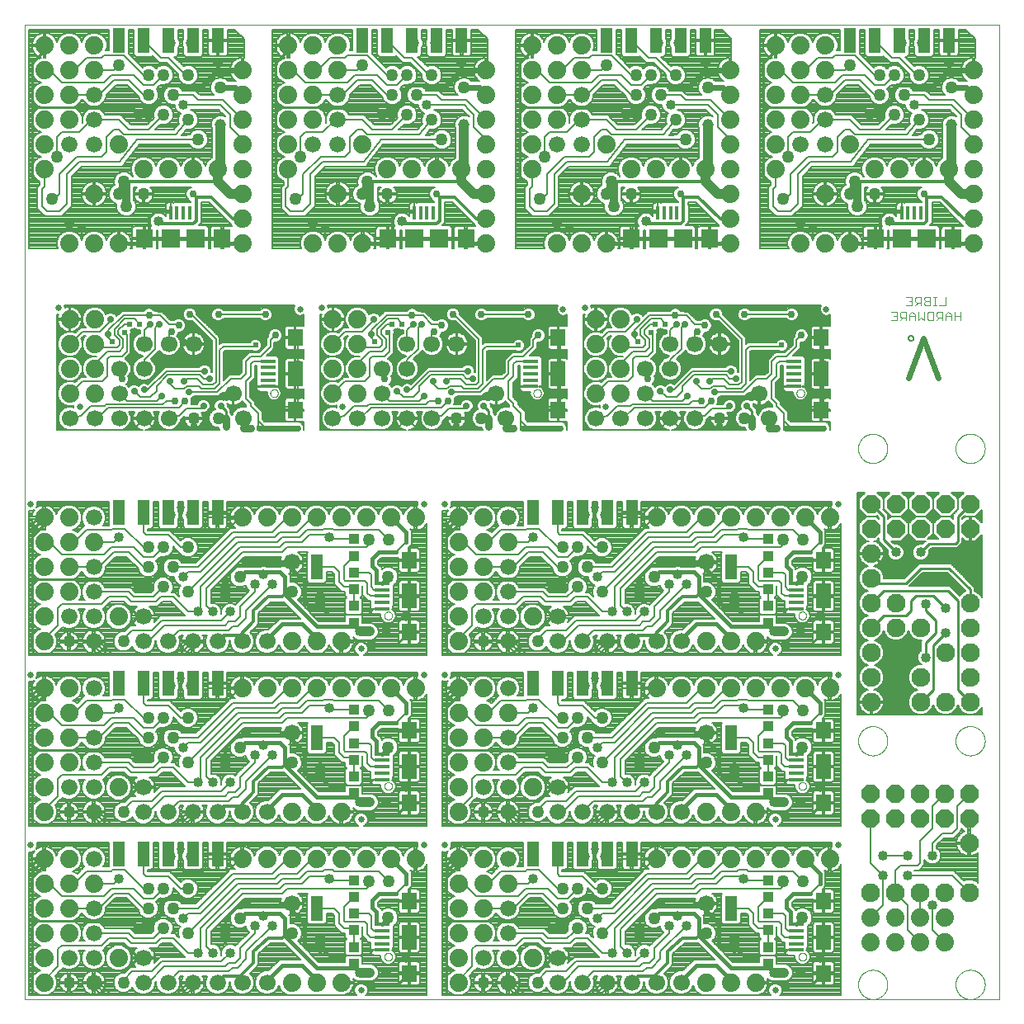
<source format=gbl>
G75*
%MOIN*%
%OFA0B0*%
%FSLAX25Y25*%
%IPPOS*%
%LPD*%
%AMOC8*
5,1,8,0,0,1.08239X$1,22.5*
%
%ADD10C,0.00394*%
%ADD11C,0.00000*%
%ADD12C,0.00400*%
%ADD13C,0.00600*%
%ADD14C,0.07400*%
%ADD15C,0.06600*%
%ADD16R,0.05000X0.10000*%
%ADD17C,0.05000*%
%ADD18C,0.06693*%
%ADD19R,0.03937X0.04331*%
%ADD20R,0.06299X0.01575*%
%ADD21R,0.05906X0.07087*%
%ADD22R,0.05906X0.09843*%
%ADD23C,0.02500*%
%ADD24R,0.01378X0.05512*%
%ADD25R,0.07087X0.07480*%
%ADD26R,0.07480X0.07480*%
%ADD27C,0.03000*%
%ADD28OC8,0.07400*%
%ADD29C,0.07600*%
%ADD30C,0.00800*%
%ADD31C,0.01000*%
%ADD32C,0.01600*%
%ADD33C,0.04000*%
%ADD34C,0.01200*%
%ADD35C,0.03200*%
%ADD36C,0.04000*%
%ADD37C,0.02400*%
%ADD38C,0.04200*%
%ADD39C,0.04600*%
%ADD40C,0.03200*%
%ADD41C,0.00500*%
%ADD42C,0.02450*%
%ADD43C,0.02800*%
%ADD44C,0.03400*%
%ADD45C,0.03000*%
%ADD46C,0.02400*%
D10*
X0004937Y0004937D02*
X0398638Y0004937D01*
X0398638Y0398638D01*
X0004937Y0398638D01*
X0004937Y0004937D01*
D11*
X0150118Y0022063D02*
X0150120Y0022142D01*
X0150126Y0022221D01*
X0150136Y0022300D01*
X0150150Y0022378D01*
X0150167Y0022455D01*
X0150189Y0022531D01*
X0150214Y0022606D01*
X0150244Y0022679D01*
X0150276Y0022751D01*
X0150313Y0022822D01*
X0150353Y0022890D01*
X0150396Y0022956D01*
X0150442Y0023020D01*
X0150492Y0023082D01*
X0150545Y0023141D01*
X0150600Y0023197D01*
X0150659Y0023251D01*
X0150720Y0023301D01*
X0150783Y0023349D01*
X0150849Y0023393D01*
X0150917Y0023434D01*
X0150987Y0023471D01*
X0151058Y0023505D01*
X0151132Y0023535D01*
X0151206Y0023561D01*
X0151282Y0023583D01*
X0151359Y0023602D01*
X0151437Y0023617D01*
X0151515Y0023628D01*
X0151594Y0023635D01*
X0151673Y0023638D01*
X0151752Y0023637D01*
X0151831Y0023632D01*
X0151910Y0023623D01*
X0151988Y0023610D01*
X0152065Y0023593D01*
X0152142Y0023573D01*
X0152217Y0023548D01*
X0152291Y0023520D01*
X0152364Y0023488D01*
X0152434Y0023453D01*
X0152503Y0023414D01*
X0152570Y0023371D01*
X0152635Y0023325D01*
X0152697Y0023277D01*
X0152757Y0023225D01*
X0152814Y0023170D01*
X0152868Y0023112D01*
X0152919Y0023052D01*
X0152967Y0022989D01*
X0153012Y0022924D01*
X0153054Y0022856D01*
X0153092Y0022787D01*
X0153126Y0022716D01*
X0153157Y0022643D01*
X0153185Y0022568D01*
X0153208Y0022493D01*
X0153228Y0022416D01*
X0153244Y0022339D01*
X0153256Y0022260D01*
X0153264Y0022182D01*
X0153268Y0022103D01*
X0153268Y0022023D01*
X0153264Y0021944D01*
X0153256Y0021866D01*
X0153244Y0021787D01*
X0153228Y0021710D01*
X0153208Y0021633D01*
X0153185Y0021558D01*
X0153157Y0021483D01*
X0153126Y0021410D01*
X0153092Y0021339D01*
X0153054Y0021270D01*
X0153012Y0021202D01*
X0152967Y0021137D01*
X0152919Y0021074D01*
X0152868Y0021014D01*
X0152814Y0020956D01*
X0152757Y0020901D01*
X0152697Y0020849D01*
X0152635Y0020801D01*
X0152570Y0020755D01*
X0152503Y0020712D01*
X0152434Y0020673D01*
X0152364Y0020638D01*
X0152291Y0020606D01*
X0152217Y0020578D01*
X0152142Y0020553D01*
X0152065Y0020533D01*
X0151988Y0020516D01*
X0151910Y0020503D01*
X0151831Y0020494D01*
X0151752Y0020489D01*
X0151673Y0020488D01*
X0151594Y0020491D01*
X0151515Y0020498D01*
X0151437Y0020509D01*
X0151359Y0020524D01*
X0151282Y0020543D01*
X0151206Y0020565D01*
X0151132Y0020591D01*
X0151058Y0020621D01*
X0150987Y0020655D01*
X0150917Y0020692D01*
X0150849Y0020733D01*
X0150783Y0020777D01*
X0150720Y0020825D01*
X0150659Y0020875D01*
X0150600Y0020929D01*
X0150545Y0020985D01*
X0150492Y0021044D01*
X0150442Y0021106D01*
X0150396Y0021170D01*
X0150353Y0021236D01*
X0150313Y0021304D01*
X0150276Y0021375D01*
X0150244Y0021447D01*
X0150214Y0021520D01*
X0150189Y0021595D01*
X0150167Y0021671D01*
X0150150Y0021748D01*
X0150136Y0021826D01*
X0150126Y0021905D01*
X0150120Y0021984D01*
X0150118Y0022063D01*
X0150118Y0090961D02*
X0150120Y0091040D01*
X0150126Y0091119D01*
X0150136Y0091198D01*
X0150150Y0091276D01*
X0150167Y0091353D01*
X0150189Y0091429D01*
X0150214Y0091504D01*
X0150244Y0091577D01*
X0150276Y0091649D01*
X0150313Y0091720D01*
X0150353Y0091788D01*
X0150396Y0091854D01*
X0150442Y0091918D01*
X0150492Y0091980D01*
X0150545Y0092039D01*
X0150600Y0092095D01*
X0150659Y0092149D01*
X0150720Y0092199D01*
X0150783Y0092247D01*
X0150849Y0092291D01*
X0150917Y0092332D01*
X0150987Y0092369D01*
X0151058Y0092403D01*
X0151132Y0092433D01*
X0151206Y0092459D01*
X0151282Y0092481D01*
X0151359Y0092500D01*
X0151437Y0092515D01*
X0151515Y0092526D01*
X0151594Y0092533D01*
X0151673Y0092536D01*
X0151752Y0092535D01*
X0151831Y0092530D01*
X0151910Y0092521D01*
X0151988Y0092508D01*
X0152065Y0092491D01*
X0152142Y0092471D01*
X0152217Y0092446D01*
X0152291Y0092418D01*
X0152364Y0092386D01*
X0152434Y0092351D01*
X0152503Y0092312D01*
X0152570Y0092269D01*
X0152635Y0092223D01*
X0152697Y0092175D01*
X0152757Y0092123D01*
X0152814Y0092068D01*
X0152868Y0092010D01*
X0152919Y0091950D01*
X0152967Y0091887D01*
X0153012Y0091822D01*
X0153054Y0091754D01*
X0153092Y0091685D01*
X0153126Y0091614D01*
X0153157Y0091541D01*
X0153185Y0091466D01*
X0153208Y0091391D01*
X0153228Y0091314D01*
X0153244Y0091237D01*
X0153256Y0091158D01*
X0153264Y0091080D01*
X0153268Y0091001D01*
X0153268Y0090921D01*
X0153264Y0090842D01*
X0153256Y0090764D01*
X0153244Y0090685D01*
X0153228Y0090608D01*
X0153208Y0090531D01*
X0153185Y0090456D01*
X0153157Y0090381D01*
X0153126Y0090308D01*
X0153092Y0090237D01*
X0153054Y0090168D01*
X0153012Y0090100D01*
X0152967Y0090035D01*
X0152919Y0089972D01*
X0152868Y0089912D01*
X0152814Y0089854D01*
X0152757Y0089799D01*
X0152697Y0089747D01*
X0152635Y0089699D01*
X0152570Y0089653D01*
X0152503Y0089610D01*
X0152434Y0089571D01*
X0152364Y0089536D01*
X0152291Y0089504D01*
X0152217Y0089476D01*
X0152142Y0089451D01*
X0152065Y0089431D01*
X0151988Y0089414D01*
X0151910Y0089401D01*
X0151831Y0089392D01*
X0151752Y0089387D01*
X0151673Y0089386D01*
X0151594Y0089389D01*
X0151515Y0089396D01*
X0151437Y0089407D01*
X0151359Y0089422D01*
X0151282Y0089441D01*
X0151206Y0089463D01*
X0151132Y0089489D01*
X0151058Y0089519D01*
X0150987Y0089553D01*
X0150917Y0089590D01*
X0150849Y0089631D01*
X0150783Y0089675D01*
X0150720Y0089723D01*
X0150659Y0089773D01*
X0150600Y0089827D01*
X0150545Y0089883D01*
X0150492Y0089942D01*
X0150442Y0090004D01*
X0150396Y0090068D01*
X0150353Y0090134D01*
X0150313Y0090202D01*
X0150276Y0090273D01*
X0150244Y0090345D01*
X0150214Y0090418D01*
X0150189Y0090493D01*
X0150167Y0090569D01*
X0150150Y0090646D01*
X0150136Y0090724D01*
X0150126Y0090803D01*
X0150120Y0090882D01*
X0150118Y0090961D01*
X0150118Y0159858D02*
X0150120Y0159937D01*
X0150126Y0160016D01*
X0150136Y0160095D01*
X0150150Y0160173D01*
X0150167Y0160250D01*
X0150189Y0160326D01*
X0150214Y0160401D01*
X0150244Y0160474D01*
X0150276Y0160546D01*
X0150313Y0160617D01*
X0150353Y0160685D01*
X0150396Y0160751D01*
X0150442Y0160815D01*
X0150492Y0160877D01*
X0150545Y0160936D01*
X0150600Y0160992D01*
X0150659Y0161046D01*
X0150720Y0161096D01*
X0150783Y0161144D01*
X0150849Y0161188D01*
X0150917Y0161229D01*
X0150987Y0161266D01*
X0151058Y0161300D01*
X0151132Y0161330D01*
X0151206Y0161356D01*
X0151282Y0161378D01*
X0151359Y0161397D01*
X0151437Y0161412D01*
X0151515Y0161423D01*
X0151594Y0161430D01*
X0151673Y0161433D01*
X0151752Y0161432D01*
X0151831Y0161427D01*
X0151910Y0161418D01*
X0151988Y0161405D01*
X0152065Y0161388D01*
X0152142Y0161368D01*
X0152217Y0161343D01*
X0152291Y0161315D01*
X0152364Y0161283D01*
X0152434Y0161248D01*
X0152503Y0161209D01*
X0152570Y0161166D01*
X0152635Y0161120D01*
X0152697Y0161072D01*
X0152757Y0161020D01*
X0152814Y0160965D01*
X0152868Y0160907D01*
X0152919Y0160847D01*
X0152967Y0160784D01*
X0153012Y0160719D01*
X0153054Y0160651D01*
X0153092Y0160582D01*
X0153126Y0160511D01*
X0153157Y0160438D01*
X0153185Y0160363D01*
X0153208Y0160288D01*
X0153228Y0160211D01*
X0153244Y0160134D01*
X0153256Y0160055D01*
X0153264Y0159977D01*
X0153268Y0159898D01*
X0153268Y0159818D01*
X0153264Y0159739D01*
X0153256Y0159661D01*
X0153244Y0159582D01*
X0153228Y0159505D01*
X0153208Y0159428D01*
X0153185Y0159353D01*
X0153157Y0159278D01*
X0153126Y0159205D01*
X0153092Y0159134D01*
X0153054Y0159065D01*
X0153012Y0158997D01*
X0152967Y0158932D01*
X0152919Y0158869D01*
X0152868Y0158809D01*
X0152814Y0158751D01*
X0152757Y0158696D01*
X0152697Y0158644D01*
X0152635Y0158596D01*
X0152570Y0158550D01*
X0152503Y0158507D01*
X0152434Y0158468D01*
X0152364Y0158433D01*
X0152291Y0158401D01*
X0152217Y0158373D01*
X0152142Y0158348D01*
X0152065Y0158328D01*
X0151988Y0158311D01*
X0151910Y0158298D01*
X0151831Y0158289D01*
X0151752Y0158284D01*
X0151673Y0158283D01*
X0151594Y0158286D01*
X0151515Y0158293D01*
X0151437Y0158304D01*
X0151359Y0158319D01*
X0151282Y0158338D01*
X0151206Y0158360D01*
X0151132Y0158386D01*
X0151058Y0158416D01*
X0150987Y0158450D01*
X0150917Y0158487D01*
X0150849Y0158528D01*
X0150783Y0158572D01*
X0150720Y0158620D01*
X0150659Y0158670D01*
X0150600Y0158724D01*
X0150545Y0158780D01*
X0150492Y0158839D01*
X0150442Y0158901D01*
X0150396Y0158965D01*
X0150353Y0159031D01*
X0150313Y0159099D01*
X0150276Y0159170D01*
X0150244Y0159242D01*
X0150214Y0159315D01*
X0150189Y0159390D01*
X0150167Y0159466D01*
X0150150Y0159543D01*
X0150136Y0159621D01*
X0150126Y0159700D01*
X0150120Y0159779D01*
X0150118Y0159858D01*
X0104039Y0249709D02*
X0104041Y0249788D01*
X0104047Y0249867D01*
X0104057Y0249946D01*
X0104071Y0250024D01*
X0104088Y0250101D01*
X0104110Y0250177D01*
X0104135Y0250252D01*
X0104165Y0250325D01*
X0104197Y0250397D01*
X0104234Y0250468D01*
X0104274Y0250536D01*
X0104317Y0250602D01*
X0104363Y0250666D01*
X0104413Y0250728D01*
X0104466Y0250787D01*
X0104521Y0250843D01*
X0104580Y0250897D01*
X0104641Y0250947D01*
X0104704Y0250995D01*
X0104770Y0251039D01*
X0104838Y0251080D01*
X0104908Y0251117D01*
X0104979Y0251151D01*
X0105053Y0251181D01*
X0105127Y0251207D01*
X0105203Y0251229D01*
X0105280Y0251248D01*
X0105358Y0251263D01*
X0105436Y0251274D01*
X0105515Y0251281D01*
X0105594Y0251284D01*
X0105673Y0251283D01*
X0105752Y0251278D01*
X0105831Y0251269D01*
X0105909Y0251256D01*
X0105986Y0251239D01*
X0106063Y0251219D01*
X0106138Y0251194D01*
X0106212Y0251166D01*
X0106285Y0251134D01*
X0106355Y0251099D01*
X0106424Y0251060D01*
X0106491Y0251017D01*
X0106556Y0250971D01*
X0106618Y0250923D01*
X0106678Y0250871D01*
X0106735Y0250816D01*
X0106789Y0250758D01*
X0106840Y0250698D01*
X0106888Y0250635D01*
X0106933Y0250570D01*
X0106975Y0250502D01*
X0107013Y0250433D01*
X0107047Y0250362D01*
X0107078Y0250289D01*
X0107106Y0250214D01*
X0107129Y0250139D01*
X0107149Y0250062D01*
X0107165Y0249985D01*
X0107177Y0249906D01*
X0107185Y0249828D01*
X0107189Y0249749D01*
X0107189Y0249669D01*
X0107185Y0249590D01*
X0107177Y0249512D01*
X0107165Y0249433D01*
X0107149Y0249356D01*
X0107129Y0249279D01*
X0107106Y0249204D01*
X0107078Y0249129D01*
X0107047Y0249056D01*
X0107013Y0248985D01*
X0106975Y0248916D01*
X0106933Y0248848D01*
X0106888Y0248783D01*
X0106840Y0248720D01*
X0106789Y0248660D01*
X0106735Y0248602D01*
X0106678Y0248547D01*
X0106618Y0248495D01*
X0106556Y0248447D01*
X0106491Y0248401D01*
X0106424Y0248358D01*
X0106355Y0248319D01*
X0106285Y0248284D01*
X0106212Y0248252D01*
X0106138Y0248224D01*
X0106063Y0248199D01*
X0105986Y0248179D01*
X0105909Y0248162D01*
X0105831Y0248149D01*
X0105752Y0248140D01*
X0105673Y0248135D01*
X0105594Y0248134D01*
X0105515Y0248137D01*
X0105436Y0248144D01*
X0105358Y0248155D01*
X0105280Y0248170D01*
X0105203Y0248189D01*
X0105127Y0248211D01*
X0105053Y0248237D01*
X0104979Y0248267D01*
X0104908Y0248301D01*
X0104838Y0248338D01*
X0104770Y0248379D01*
X0104704Y0248423D01*
X0104641Y0248471D01*
X0104580Y0248521D01*
X0104521Y0248575D01*
X0104466Y0248631D01*
X0104413Y0248690D01*
X0104363Y0248752D01*
X0104317Y0248816D01*
X0104274Y0248882D01*
X0104234Y0248950D01*
X0104197Y0249021D01*
X0104165Y0249093D01*
X0104135Y0249166D01*
X0104110Y0249241D01*
X0104088Y0249317D01*
X0104071Y0249394D01*
X0104057Y0249472D01*
X0104047Y0249551D01*
X0104041Y0249630D01*
X0104039Y0249709D01*
X0210338Y0249709D02*
X0210340Y0249788D01*
X0210346Y0249867D01*
X0210356Y0249946D01*
X0210370Y0250024D01*
X0210387Y0250101D01*
X0210409Y0250177D01*
X0210434Y0250252D01*
X0210464Y0250325D01*
X0210496Y0250397D01*
X0210533Y0250468D01*
X0210573Y0250536D01*
X0210616Y0250602D01*
X0210662Y0250666D01*
X0210712Y0250728D01*
X0210765Y0250787D01*
X0210820Y0250843D01*
X0210879Y0250897D01*
X0210940Y0250947D01*
X0211003Y0250995D01*
X0211069Y0251039D01*
X0211137Y0251080D01*
X0211207Y0251117D01*
X0211278Y0251151D01*
X0211352Y0251181D01*
X0211426Y0251207D01*
X0211502Y0251229D01*
X0211579Y0251248D01*
X0211657Y0251263D01*
X0211735Y0251274D01*
X0211814Y0251281D01*
X0211893Y0251284D01*
X0211972Y0251283D01*
X0212051Y0251278D01*
X0212130Y0251269D01*
X0212208Y0251256D01*
X0212285Y0251239D01*
X0212362Y0251219D01*
X0212437Y0251194D01*
X0212511Y0251166D01*
X0212584Y0251134D01*
X0212654Y0251099D01*
X0212723Y0251060D01*
X0212790Y0251017D01*
X0212855Y0250971D01*
X0212917Y0250923D01*
X0212977Y0250871D01*
X0213034Y0250816D01*
X0213088Y0250758D01*
X0213139Y0250698D01*
X0213187Y0250635D01*
X0213232Y0250570D01*
X0213274Y0250502D01*
X0213312Y0250433D01*
X0213346Y0250362D01*
X0213377Y0250289D01*
X0213405Y0250214D01*
X0213428Y0250139D01*
X0213448Y0250062D01*
X0213464Y0249985D01*
X0213476Y0249906D01*
X0213484Y0249828D01*
X0213488Y0249749D01*
X0213488Y0249669D01*
X0213484Y0249590D01*
X0213476Y0249512D01*
X0213464Y0249433D01*
X0213448Y0249356D01*
X0213428Y0249279D01*
X0213405Y0249204D01*
X0213377Y0249129D01*
X0213346Y0249056D01*
X0213312Y0248985D01*
X0213274Y0248916D01*
X0213232Y0248848D01*
X0213187Y0248783D01*
X0213139Y0248720D01*
X0213088Y0248660D01*
X0213034Y0248602D01*
X0212977Y0248547D01*
X0212917Y0248495D01*
X0212855Y0248447D01*
X0212790Y0248401D01*
X0212723Y0248358D01*
X0212654Y0248319D01*
X0212584Y0248284D01*
X0212511Y0248252D01*
X0212437Y0248224D01*
X0212362Y0248199D01*
X0212285Y0248179D01*
X0212208Y0248162D01*
X0212130Y0248149D01*
X0212051Y0248140D01*
X0211972Y0248135D01*
X0211893Y0248134D01*
X0211814Y0248137D01*
X0211735Y0248144D01*
X0211657Y0248155D01*
X0211579Y0248170D01*
X0211502Y0248189D01*
X0211426Y0248211D01*
X0211352Y0248237D01*
X0211278Y0248267D01*
X0211207Y0248301D01*
X0211137Y0248338D01*
X0211069Y0248379D01*
X0211003Y0248423D01*
X0210940Y0248471D01*
X0210879Y0248521D01*
X0210820Y0248575D01*
X0210765Y0248631D01*
X0210712Y0248690D01*
X0210662Y0248752D01*
X0210616Y0248816D01*
X0210573Y0248882D01*
X0210533Y0248950D01*
X0210496Y0249021D01*
X0210464Y0249093D01*
X0210434Y0249166D01*
X0210409Y0249241D01*
X0210387Y0249317D01*
X0210370Y0249394D01*
X0210356Y0249472D01*
X0210346Y0249551D01*
X0210340Y0249630D01*
X0210338Y0249709D01*
X0316638Y0249709D02*
X0316640Y0249788D01*
X0316646Y0249867D01*
X0316656Y0249946D01*
X0316670Y0250024D01*
X0316687Y0250101D01*
X0316709Y0250177D01*
X0316734Y0250252D01*
X0316764Y0250325D01*
X0316796Y0250397D01*
X0316833Y0250468D01*
X0316873Y0250536D01*
X0316916Y0250602D01*
X0316962Y0250666D01*
X0317012Y0250728D01*
X0317065Y0250787D01*
X0317120Y0250843D01*
X0317179Y0250897D01*
X0317240Y0250947D01*
X0317303Y0250995D01*
X0317369Y0251039D01*
X0317437Y0251080D01*
X0317507Y0251117D01*
X0317578Y0251151D01*
X0317652Y0251181D01*
X0317726Y0251207D01*
X0317802Y0251229D01*
X0317879Y0251248D01*
X0317957Y0251263D01*
X0318035Y0251274D01*
X0318114Y0251281D01*
X0318193Y0251284D01*
X0318272Y0251283D01*
X0318351Y0251278D01*
X0318430Y0251269D01*
X0318508Y0251256D01*
X0318585Y0251239D01*
X0318662Y0251219D01*
X0318737Y0251194D01*
X0318811Y0251166D01*
X0318884Y0251134D01*
X0318954Y0251099D01*
X0319023Y0251060D01*
X0319090Y0251017D01*
X0319155Y0250971D01*
X0319217Y0250923D01*
X0319277Y0250871D01*
X0319334Y0250816D01*
X0319388Y0250758D01*
X0319439Y0250698D01*
X0319487Y0250635D01*
X0319532Y0250570D01*
X0319574Y0250502D01*
X0319612Y0250433D01*
X0319646Y0250362D01*
X0319677Y0250289D01*
X0319705Y0250214D01*
X0319728Y0250139D01*
X0319748Y0250062D01*
X0319764Y0249985D01*
X0319776Y0249906D01*
X0319784Y0249828D01*
X0319788Y0249749D01*
X0319788Y0249669D01*
X0319784Y0249590D01*
X0319776Y0249512D01*
X0319764Y0249433D01*
X0319748Y0249356D01*
X0319728Y0249279D01*
X0319705Y0249204D01*
X0319677Y0249129D01*
X0319646Y0249056D01*
X0319612Y0248985D01*
X0319574Y0248916D01*
X0319532Y0248848D01*
X0319487Y0248783D01*
X0319439Y0248720D01*
X0319388Y0248660D01*
X0319334Y0248602D01*
X0319277Y0248547D01*
X0319217Y0248495D01*
X0319155Y0248447D01*
X0319090Y0248401D01*
X0319023Y0248358D01*
X0318954Y0248319D01*
X0318884Y0248284D01*
X0318811Y0248252D01*
X0318737Y0248224D01*
X0318662Y0248199D01*
X0318585Y0248179D01*
X0318508Y0248162D01*
X0318430Y0248149D01*
X0318351Y0248140D01*
X0318272Y0248135D01*
X0318193Y0248134D01*
X0318114Y0248137D01*
X0318035Y0248144D01*
X0317957Y0248155D01*
X0317879Y0248170D01*
X0317802Y0248189D01*
X0317726Y0248211D01*
X0317652Y0248237D01*
X0317578Y0248267D01*
X0317507Y0248301D01*
X0317437Y0248338D01*
X0317369Y0248379D01*
X0317303Y0248423D01*
X0317240Y0248471D01*
X0317179Y0248521D01*
X0317120Y0248575D01*
X0317065Y0248631D01*
X0317012Y0248690D01*
X0316962Y0248752D01*
X0316916Y0248816D01*
X0316873Y0248882D01*
X0316833Y0248950D01*
X0316796Y0249021D01*
X0316764Y0249093D01*
X0316734Y0249166D01*
X0316709Y0249241D01*
X0316687Y0249317D01*
X0316670Y0249394D01*
X0316656Y0249472D01*
X0316646Y0249551D01*
X0316640Y0249630D01*
X0316638Y0249709D01*
X0341551Y0227378D02*
X0341553Y0227531D01*
X0341559Y0227685D01*
X0341569Y0227838D01*
X0341583Y0227990D01*
X0341601Y0228143D01*
X0341623Y0228294D01*
X0341648Y0228445D01*
X0341678Y0228596D01*
X0341712Y0228746D01*
X0341749Y0228894D01*
X0341790Y0229042D01*
X0341835Y0229188D01*
X0341884Y0229334D01*
X0341937Y0229478D01*
X0341993Y0229620D01*
X0342053Y0229761D01*
X0342117Y0229901D01*
X0342184Y0230039D01*
X0342255Y0230175D01*
X0342330Y0230309D01*
X0342407Y0230441D01*
X0342489Y0230571D01*
X0342573Y0230699D01*
X0342661Y0230825D01*
X0342752Y0230948D01*
X0342846Y0231069D01*
X0342944Y0231187D01*
X0343044Y0231303D01*
X0343148Y0231416D01*
X0343254Y0231527D01*
X0343363Y0231635D01*
X0343475Y0231740D01*
X0343589Y0231841D01*
X0343707Y0231940D01*
X0343826Y0232036D01*
X0343948Y0232129D01*
X0344073Y0232218D01*
X0344200Y0232305D01*
X0344329Y0232387D01*
X0344460Y0232467D01*
X0344593Y0232543D01*
X0344728Y0232616D01*
X0344865Y0232685D01*
X0345004Y0232750D01*
X0345144Y0232812D01*
X0345286Y0232870D01*
X0345429Y0232925D01*
X0345574Y0232976D01*
X0345720Y0233023D01*
X0345867Y0233066D01*
X0346015Y0233105D01*
X0346164Y0233141D01*
X0346314Y0233172D01*
X0346465Y0233200D01*
X0346616Y0233224D01*
X0346769Y0233244D01*
X0346921Y0233260D01*
X0347074Y0233272D01*
X0347227Y0233280D01*
X0347380Y0233284D01*
X0347534Y0233284D01*
X0347687Y0233280D01*
X0347840Y0233272D01*
X0347993Y0233260D01*
X0348145Y0233244D01*
X0348298Y0233224D01*
X0348449Y0233200D01*
X0348600Y0233172D01*
X0348750Y0233141D01*
X0348899Y0233105D01*
X0349047Y0233066D01*
X0349194Y0233023D01*
X0349340Y0232976D01*
X0349485Y0232925D01*
X0349628Y0232870D01*
X0349770Y0232812D01*
X0349910Y0232750D01*
X0350049Y0232685D01*
X0350186Y0232616D01*
X0350321Y0232543D01*
X0350454Y0232467D01*
X0350585Y0232387D01*
X0350714Y0232305D01*
X0350841Y0232218D01*
X0350966Y0232129D01*
X0351088Y0232036D01*
X0351207Y0231940D01*
X0351325Y0231841D01*
X0351439Y0231740D01*
X0351551Y0231635D01*
X0351660Y0231527D01*
X0351766Y0231416D01*
X0351870Y0231303D01*
X0351970Y0231187D01*
X0352068Y0231069D01*
X0352162Y0230948D01*
X0352253Y0230825D01*
X0352341Y0230699D01*
X0352425Y0230571D01*
X0352507Y0230441D01*
X0352584Y0230309D01*
X0352659Y0230175D01*
X0352730Y0230039D01*
X0352797Y0229901D01*
X0352861Y0229761D01*
X0352921Y0229620D01*
X0352977Y0229478D01*
X0353030Y0229334D01*
X0353079Y0229188D01*
X0353124Y0229042D01*
X0353165Y0228894D01*
X0353202Y0228746D01*
X0353236Y0228596D01*
X0353266Y0228445D01*
X0353291Y0228294D01*
X0353313Y0228143D01*
X0353331Y0227990D01*
X0353345Y0227838D01*
X0353355Y0227685D01*
X0353361Y0227531D01*
X0353363Y0227378D01*
X0353361Y0227225D01*
X0353355Y0227071D01*
X0353345Y0226918D01*
X0353331Y0226766D01*
X0353313Y0226613D01*
X0353291Y0226462D01*
X0353266Y0226311D01*
X0353236Y0226160D01*
X0353202Y0226010D01*
X0353165Y0225862D01*
X0353124Y0225714D01*
X0353079Y0225568D01*
X0353030Y0225422D01*
X0352977Y0225278D01*
X0352921Y0225136D01*
X0352861Y0224995D01*
X0352797Y0224855D01*
X0352730Y0224717D01*
X0352659Y0224581D01*
X0352584Y0224447D01*
X0352507Y0224315D01*
X0352425Y0224185D01*
X0352341Y0224057D01*
X0352253Y0223931D01*
X0352162Y0223808D01*
X0352068Y0223687D01*
X0351970Y0223569D01*
X0351870Y0223453D01*
X0351766Y0223340D01*
X0351660Y0223229D01*
X0351551Y0223121D01*
X0351439Y0223016D01*
X0351325Y0222915D01*
X0351207Y0222816D01*
X0351088Y0222720D01*
X0350966Y0222627D01*
X0350841Y0222538D01*
X0350714Y0222451D01*
X0350585Y0222369D01*
X0350454Y0222289D01*
X0350321Y0222213D01*
X0350186Y0222140D01*
X0350049Y0222071D01*
X0349910Y0222006D01*
X0349770Y0221944D01*
X0349628Y0221886D01*
X0349485Y0221831D01*
X0349340Y0221780D01*
X0349194Y0221733D01*
X0349047Y0221690D01*
X0348899Y0221651D01*
X0348750Y0221615D01*
X0348600Y0221584D01*
X0348449Y0221556D01*
X0348298Y0221532D01*
X0348145Y0221512D01*
X0347993Y0221496D01*
X0347840Y0221484D01*
X0347687Y0221476D01*
X0347534Y0221472D01*
X0347380Y0221472D01*
X0347227Y0221476D01*
X0347074Y0221484D01*
X0346921Y0221496D01*
X0346769Y0221512D01*
X0346616Y0221532D01*
X0346465Y0221556D01*
X0346314Y0221584D01*
X0346164Y0221615D01*
X0346015Y0221651D01*
X0345867Y0221690D01*
X0345720Y0221733D01*
X0345574Y0221780D01*
X0345429Y0221831D01*
X0345286Y0221886D01*
X0345144Y0221944D01*
X0345004Y0222006D01*
X0344865Y0222071D01*
X0344728Y0222140D01*
X0344593Y0222213D01*
X0344460Y0222289D01*
X0344329Y0222369D01*
X0344200Y0222451D01*
X0344073Y0222538D01*
X0343948Y0222627D01*
X0343826Y0222720D01*
X0343707Y0222816D01*
X0343589Y0222915D01*
X0343475Y0223016D01*
X0343363Y0223121D01*
X0343254Y0223229D01*
X0343148Y0223340D01*
X0343044Y0223453D01*
X0342944Y0223569D01*
X0342846Y0223687D01*
X0342752Y0223808D01*
X0342661Y0223931D01*
X0342573Y0224057D01*
X0342489Y0224185D01*
X0342407Y0224315D01*
X0342330Y0224447D01*
X0342255Y0224581D01*
X0342184Y0224717D01*
X0342117Y0224855D01*
X0342053Y0224995D01*
X0341993Y0225136D01*
X0341937Y0225278D01*
X0341884Y0225422D01*
X0341835Y0225568D01*
X0341790Y0225714D01*
X0341749Y0225862D01*
X0341712Y0226010D01*
X0341678Y0226160D01*
X0341648Y0226311D01*
X0341623Y0226462D01*
X0341601Y0226613D01*
X0341583Y0226766D01*
X0341569Y0226918D01*
X0341559Y0227071D01*
X0341553Y0227225D01*
X0341551Y0227378D01*
X0380921Y0227378D02*
X0380923Y0227531D01*
X0380929Y0227685D01*
X0380939Y0227838D01*
X0380953Y0227990D01*
X0380971Y0228143D01*
X0380993Y0228294D01*
X0381018Y0228445D01*
X0381048Y0228596D01*
X0381082Y0228746D01*
X0381119Y0228894D01*
X0381160Y0229042D01*
X0381205Y0229188D01*
X0381254Y0229334D01*
X0381307Y0229478D01*
X0381363Y0229620D01*
X0381423Y0229761D01*
X0381487Y0229901D01*
X0381554Y0230039D01*
X0381625Y0230175D01*
X0381700Y0230309D01*
X0381777Y0230441D01*
X0381859Y0230571D01*
X0381943Y0230699D01*
X0382031Y0230825D01*
X0382122Y0230948D01*
X0382216Y0231069D01*
X0382314Y0231187D01*
X0382414Y0231303D01*
X0382518Y0231416D01*
X0382624Y0231527D01*
X0382733Y0231635D01*
X0382845Y0231740D01*
X0382959Y0231841D01*
X0383077Y0231940D01*
X0383196Y0232036D01*
X0383318Y0232129D01*
X0383443Y0232218D01*
X0383570Y0232305D01*
X0383699Y0232387D01*
X0383830Y0232467D01*
X0383963Y0232543D01*
X0384098Y0232616D01*
X0384235Y0232685D01*
X0384374Y0232750D01*
X0384514Y0232812D01*
X0384656Y0232870D01*
X0384799Y0232925D01*
X0384944Y0232976D01*
X0385090Y0233023D01*
X0385237Y0233066D01*
X0385385Y0233105D01*
X0385534Y0233141D01*
X0385684Y0233172D01*
X0385835Y0233200D01*
X0385986Y0233224D01*
X0386139Y0233244D01*
X0386291Y0233260D01*
X0386444Y0233272D01*
X0386597Y0233280D01*
X0386750Y0233284D01*
X0386904Y0233284D01*
X0387057Y0233280D01*
X0387210Y0233272D01*
X0387363Y0233260D01*
X0387515Y0233244D01*
X0387668Y0233224D01*
X0387819Y0233200D01*
X0387970Y0233172D01*
X0388120Y0233141D01*
X0388269Y0233105D01*
X0388417Y0233066D01*
X0388564Y0233023D01*
X0388710Y0232976D01*
X0388855Y0232925D01*
X0388998Y0232870D01*
X0389140Y0232812D01*
X0389280Y0232750D01*
X0389419Y0232685D01*
X0389556Y0232616D01*
X0389691Y0232543D01*
X0389824Y0232467D01*
X0389955Y0232387D01*
X0390084Y0232305D01*
X0390211Y0232218D01*
X0390336Y0232129D01*
X0390458Y0232036D01*
X0390577Y0231940D01*
X0390695Y0231841D01*
X0390809Y0231740D01*
X0390921Y0231635D01*
X0391030Y0231527D01*
X0391136Y0231416D01*
X0391240Y0231303D01*
X0391340Y0231187D01*
X0391438Y0231069D01*
X0391532Y0230948D01*
X0391623Y0230825D01*
X0391711Y0230699D01*
X0391795Y0230571D01*
X0391877Y0230441D01*
X0391954Y0230309D01*
X0392029Y0230175D01*
X0392100Y0230039D01*
X0392167Y0229901D01*
X0392231Y0229761D01*
X0392291Y0229620D01*
X0392347Y0229478D01*
X0392400Y0229334D01*
X0392449Y0229188D01*
X0392494Y0229042D01*
X0392535Y0228894D01*
X0392572Y0228746D01*
X0392606Y0228596D01*
X0392636Y0228445D01*
X0392661Y0228294D01*
X0392683Y0228143D01*
X0392701Y0227990D01*
X0392715Y0227838D01*
X0392725Y0227685D01*
X0392731Y0227531D01*
X0392733Y0227378D01*
X0392731Y0227225D01*
X0392725Y0227071D01*
X0392715Y0226918D01*
X0392701Y0226766D01*
X0392683Y0226613D01*
X0392661Y0226462D01*
X0392636Y0226311D01*
X0392606Y0226160D01*
X0392572Y0226010D01*
X0392535Y0225862D01*
X0392494Y0225714D01*
X0392449Y0225568D01*
X0392400Y0225422D01*
X0392347Y0225278D01*
X0392291Y0225136D01*
X0392231Y0224995D01*
X0392167Y0224855D01*
X0392100Y0224717D01*
X0392029Y0224581D01*
X0391954Y0224447D01*
X0391877Y0224315D01*
X0391795Y0224185D01*
X0391711Y0224057D01*
X0391623Y0223931D01*
X0391532Y0223808D01*
X0391438Y0223687D01*
X0391340Y0223569D01*
X0391240Y0223453D01*
X0391136Y0223340D01*
X0391030Y0223229D01*
X0390921Y0223121D01*
X0390809Y0223016D01*
X0390695Y0222915D01*
X0390577Y0222816D01*
X0390458Y0222720D01*
X0390336Y0222627D01*
X0390211Y0222538D01*
X0390084Y0222451D01*
X0389955Y0222369D01*
X0389824Y0222289D01*
X0389691Y0222213D01*
X0389556Y0222140D01*
X0389419Y0222071D01*
X0389280Y0222006D01*
X0389140Y0221944D01*
X0388998Y0221886D01*
X0388855Y0221831D01*
X0388710Y0221780D01*
X0388564Y0221733D01*
X0388417Y0221690D01*
X0388269Y0221651D01*
X0388120Y0221615D01*
X0387970Y0221584D01*
X0387819Y0221556D01*
X0387668Y0221532D01*
X0387515Y0221512D01*
X0387363Y0221496D01*
X0387210Y0221484D01*
X0387057Y0221476D01*
X0386904Y0221472D01*
X0386750Y0221472D01*
X0386597Y0221476D01*
X0386444Y0221484D01*
X0386291Y0221496D01*
X0386139Y0221512D01*
X0385986Y0221532D01*
X0385835Y0221556D01*
X0385684Y0221584D01*
X0385534Y0221615D01*
X0385385Y0221651D01*
X0385237Y0221690D01*
X0385090Y0221733D01*
X0384944Y0221780D01*
X0384799Y0221831D01*
X0384656Y0221886D01*
X0384514Y0221944D01*
X0384374Y0222006D01*
X0384235Y0222071D01*
X0384098Y0222140D01*
X0383963Y0222213D01*
X0383830Y0222289D01*
X0383699Y0222369D01*
X0383570Y0222451D01*
X0383443Y0222538D01*
X0383318Y0222627D01*
X0383196Y0222720D01*
X0383077Y0222816D01*
X0382959Y0222915D01*
X0382845Y0223016D01*
X0382733Y0223121D01*
X0382624Y0223229D01*
X0382518Y0223340D01*
X0382414Y0223453D01*
X0382314Y0223569D01*
X0382216Y0223687D01*
X0382122Y0223808D01*
X0382031Y0223931D01*
X0381943Y0224057D01*
X0381859Y0224185D01*
X0381777Y0224315D01*
X0381700Y0224447D01*
X0381625Y0224581D01*
X0381554Y0224717D01*
X0381487Y0224855D01*
X0381423Y0224995D01*
X0381363Y0225136D01*
X0381307Y0225278D01*
X0381254Y0225422D01*
X0381205Y0225568D01*
X0381160Y0225714D01*
X0381119Y0225862D01*
X0381082Y0226010D01*
X0381048Y0226160D01*
X0381018Y0226311D01*
X0380993Y0226462D01*
X0380971Y0226613D01*
X0380953Y0226766D01*
X0380939Y0226918D01*
X0380929Y0227071D01*
X0380923Y0227225D01*
X0380921Y0227378D01*
X0317441Y0159858D02*
X0317443Y0159937D01*
X0317449Y0160016D01*
X0317459Y0160095D01*
X0317473Y0160173D01*
X0317490Y0160250D01*
X0317512Y0160326D01*
X0317537Y0160401D01*
X0317567Y0160474D01*
X0317599Y0160546D01*
X0317636Y0160617D01*
X0317676Y0160685D01*
X0317719Y0160751D01*
X0317765Y0160815D01*
X0317815Y0160877D01*
X0317868Y0160936D01*
X0317923Y0160992D01*
X0317982Y0161046D01*
X0318043Y0161096D01*
X0318106Y0161144D01*
X0318172Y0161188D01*
X0318240Y0161229D01*
X0318310Y0161266D01*
X0318381Y0161300D01*
X0318455Y0161330D01*
X0318529Y0161356D01*
X0318605Y0161378D01*
X0318682Y0161397D01*
X0318760Y0161412D01*
X0318838Y0161423D01*
X0318917Y0161430D01*
X0318996Y0161433D01*
X0319075Y0161432D01*
X0319154Y0161427D01*
X0319233Y0161418D01*
X0319311Y0161405D01*
X0319388Y0161388D01*
X0319465Y0161368D01*
X0319540Y0161343D01*
X0319614Y0161315D01*
X0319687Y0161283D01*
X0319757Y0161248D01*
X0319826Y0161209D01*
X0319893Y0161166D01*
X0319958Y0161120D01*
X0320020Y0161072D01*
X0320080Y0161020D01*
X0320137Y0160965D01*
X0320191Y0160907D01*
X0320242Y0160847D01*
X0320290Y0160784D01*
X0320335Y0160719D01*
X0320377Y0160651D01*
X0320415Y0160582D01*
X0320449Y0160511D01*
X0320480Y0160438D01*
X0320508Y0160363D01*
X0320531Y0160288D01*
X0320551Y0160211D01*
X0320567Y0160134D01*
X0320579Y0160055D01*
X0320587Y0159977D01*
X0320591Y0159898D01*
X0320591Y0159818D01*
X0320587Y0159739D01*
X0320579Y0159661D01*
X0320567Y0159582D01*
X0320551Y0159505D01*
X0320531Y0159428D01*
X0320508Y0159353D01*
X0320480Y0159278D01*
X0320449Y0159205D01*
X0320415Y0159134D01*
X0320377Y0159065D01*
X0320335Y0158997D01*
X0320290Y0158932D01*
X0320242Y0158869D01*
X0320191Y0158809D01*
X0320137Y0158751D01*
X0320080Y0158696D01*
X0320020Y0158644D01*
X0319958Y0158596D01*
X0319893Y0158550D01*
X0319826Y0158507D01*
X0319757Y0158468D01*
X0319687Y0158433D01*
X0319614Y0158401D01*
X0319540Y0158373D01*
X0319465Y0158348D01*
X0319388Y0158328D01*
X0319311Y0158311D01*
X0319233Y0158298D01*
X0319154Y0158289D01*
X0319075Y0158284D01*
X0318996Y0158283D01*
X0318917Y0158286D01*
X0318838Y0158293D01*
X0318760Y0158304D01*
X0318682Y0158319D01*
X0318605Y0158338D01*
X0318529Y0158360D01*
X0318455Y0158386D01*
X0318381Y0158416D01*
X0318310Y0158450D01*
X0318240Y0158487D01*
X0318172Y0158528D01*
X0318106Y0158572D01*
X0318043Y0158620D01*
X0317982Y0158670D01*
X0317923Y0158724D01*
X0317868Y0158780D01*
X0317815Y0158839D01*
X0317765Y0158901D01*
X0317719Y0158965D01*
X0317676Y0159031D01*
X0317636Y0159099D01*
X0317599Y0159170D01*
X0317567Y0159242D01*
X0317537Y0159315D01*
X0317512Y0159390D01*
X0317490Y0159466D01*
X0317473Y0159543D01*
X0317459Y0159621D01*
X0317449Y0159700D01*
X0317443Y0159779D01*
X0317441Y0159858D01*
X0341551Y0109268D02*
X0341553Y0109421D01*
X0341559Y0109575D01*
X0341569Y0109728D01*
X0341583Y0109880D01*
X0341601Y0110033D01*
X0341623Y0110184D01*
X0341648Y0110335D01*
X0341678Y0110486D01*
X0341712Y0110636D01*
X0341749Y0110784D01*
X0341790Y0110932D01*
X0341835Y0111078D01*
X0341884Y0111224D01*
X0341937Y0111368D01*
X0341993Y0111510D01*
X0342053Y0111651D01*
X0342117Y0111791D01*
X0342184Y0111929D01*
X0342255Y0112065D01*
X0342330Y0112199D01*
X0342407Y0112331D01*
X0342489Y0112461D01*
X0342573Y0112589D01*
X0342661Y0112715D01*
X0342752Y0112838D01*
X0342846Y0112959D01*
X0342944Y0113077D01*
X0343044Y0113193D01*
X0343148Y0113306D01*
X0343254Y0113417D01*
X0343363Y0113525D01*
X0343475Y0113630D01*
X0343589Y0113731D01*
X0343707Y0113830D01*
X0343826Y0113926D01*
X0343948Y0114019D01*
X0344073Y0114108D01*
X0344200Y0114195D01*
X0344329Y0114277D01*
X0344460Y0114357D01*
X0344593Y0114433D01*
X0344728Y0114506D01*
X0344865Y0114575D01*
X0345004Y0114640D01*
X0345144Y0114702D01*
X0345286Y0114760D01*
X0345429Y0114815D01*
X0345574Y0114866D01*
X0345720Y0114913D01*
X0345867Y0114956D01*
X0346015Y0114995D01*
X0346164Y0115031D01*
X0346314Y0115062D01*
X0346465Y0115090D01*
X0346616Y0115114D01*
X0346769Y0115134D01*
X0346921Y0115150D01*
X0347074Y0115162D01*
X0347227Y0115170D01*
X0347380Y0115174D01*
X0347534Y0115174D01*
X0347687Y0115170D01*
X0347840Y0115162D01*
X0347993Y0115150D01*
X0348145Y0115134D01*
X0348298Y0115114D01*
X0348449Y0115090D01*
X0348600Y0115062D01*
X0348750Y0115031D01*
X0348899Y0114995D01*
X0349047Y0114956D01*
X0349194Y0114913D01*
X0349340Y0114866D01*
X0349485Y0114815D01*
X0349628Y0114760D01*
X0349770Y0114702D01*
X0349910Y0114640D01*
X0350049Y0114575D01*
X0350186Y0114506D01*
X0350321Y0114433D01*
X0350454Y0114357D01*
X0350585Y0114277D01*
X0350714Y0114195D01*
X0350841Y0114108D01*
X0350966Y0114019D01*
X0351088Y0113926D01*
X0351207Y0113830D01*
X0351325Y0113731D01*
X0351439Y0113630D01*
X0351551Y0113525D01*
X0351660Y0113417D01*
X0351766Y0113306D01*
X0351870Y0113193D01*
X0351970Y0113077D01*
X0352068Y0112959D01*
X0352162Y0112838D01*
X0352253Y0112715D01*
X0352341Y0112589D01*
X0352425Y0112461D01*
X0352507Y0112331D01*
X0352584Y0112199D01*
X0352659Y0112065D01*
X0352730Y0111929D01*
X0352797Y0111791D01*
X0352861Y0111651D01*
X0352921Y0111510D01*
X0352977Y0111368D01*
X0353030Y0111224D01*
X0353079Y0111078D01*
X0353124Y0110932D01*
X0353165Y0110784D01*
X0353202Y0110636D01*
X0353236Y0110486D01*
X0353266Y0110335D01*
X0353291Y0110184D01*
X0353313Y0110033D01*
X0353331Y0109880D01*
X0353345Y0109728D01*
X0353355Y0109575D01*
X0353361Y0109421D01*
X0353363Y0109268D01*
X0353361Y0109115D01*
X0353355Y0108961D01*
X0353345Y0108808D01*
X0353331Y0108656D01*
X0353313Y0108503D01*
X0353291Y0108352D01*
X0353266Y0108201D01*
X0353236Y0108050D01*
X0353202Y0107900D01*
X0353165Y0107752D01*
X0353124Y0107604D01*
X0353079Y0107458D01*
X0353030Y0107312D01*
X0352977Y0107168D01*
X0352921Y0107026D01*
X0352861Y0106885D01*
X0352797Y0106745D01*
X0352730Y0106607D01*
X0352659Y0106471D01*
X0352584Y0106337D01*
X0352507Y0106205D01*
X0352425Y0106075D01*
X0352341Y0105947D01*
X0352253Y0105821D01*
X0352162Y0105698D01*
X0352068Y0105577D01*
X0351970Y0105459D01*
X0351870Y0105343D01*
X0351766Y0105230D01*
X0351660Y0105119D01*
X0351551Y0105011D01*
X0351439Y0104906D01*
X0351325Y0104805D01*
X0351207Y0104706D01*
X0351088Y0104610D01*
X0350966Y0104517D01*
X0350841Y0104428D01*
X0350714Y0104341D01*
X0350585Y0104259D01*
X0350454Y0104179D01*
X0350321Y0104103D01*
X0350186Y0104030D01*
X0350049Y0103961D01*
X0349910Y0103896D01*
X0349770Y0103834D01*
X0349628Y0103776D01*
X0349485Y0103721D01*
X0349340Y0103670D01*
X0349194Y0103623D01*
X0349047Y0103580D01*
X0348899Y0103541D01*
X0348750Y0103505D01*
X0348600Y0103474D01*
X0348449Y0103446D01*
X0348298Y0103422D01*
X0348145Y0103402D01*
X0347993Y0103386D01*
X0347840Y0103374D01*
X0347687Y0103366D01*
X0347534Y0103362D01*
X0347380Y0103362D01*
X0347227Y0103366D01*
X0347074Y0103374D01*
X0346921Y0103386D01*
X0346769Y0103402D01*
X0346616Y0103422D01*
X0346465Y0103446D01*
X0346314Y0103474D01*
X0346164Y0103505D01*
X0346015Y0103541D01*
X0345867Y0103580D01*
X0345720Y0103623D01*
X0345574Y0103670D01*
X0345429Y0103721D01*
X0345286Y0103776D01*
X0345144Y0103834D01*
X0345004Y0103896D01*
X0344865Y0103961D01*
X0344728Y0104030D01*
X0344593Y0104103D01*
X0344460Y0104179D01*
X0344329Y0104259D01*
X0344200Y0104341D01*
X0344073Y0104428D01*
X0343948Y0104517D01*
X0343826Y0104610D01*
X0343707Y0104706D01*
X0343589Y0104805D01*
X0343475Y0104906D01*
X0343363Y0105011D01*
X0343254Y0105119D01*
X0343148Y0105230D01*
X0343044Y0105343D01*
X0342944Y0105459D01*
X0342846Y0105577D01*
X0342752Y0105698D01*
X0342661Y0105821D01*
X0342573Y0105947D01*
X0342489Y0106075D01*
X0342407Y0106205D01*
X0342330Y0106337D01*
X0342255Y0106471D01*
X0342184Y0106607D01*
X0342117Y0106745D01*
X0342053Y0106885D01*
X0341993Y0107026D01*
X0341937Y0107168D01*
X0341884Y0107312D01*
X0341835Y0107458D01*
X0341790Y0107604D01*
X0341749Y0107752D01*
X0341712Y0107900D01*
X0341678Y0108050D01*
X0341648Y0108201D01*
X0341623Y0108352D01*
X0341601Y0108503D01*
X0341583Y0108656D01*
X0341569Y0108808D01*
X0341559Y0108961D01*
X0341553Y0109115D01*
X0341551Y0109268D01*
X0317441Y0090961D02*
X0317443Y0091040D01*
X0317449Y0091119D01*
X0317459Y0091198D01*
X0317473Y0091276D01*
X0317490Y0091353D01*
X0317512Y0091429D01*
X0317537Y0091504D01*
X0317567Y0091577D01*
X0317599Y0091649D01*
X0317636Y0091720D01*
X0317676Y0091788D01*
X0317719Y0091854D01*
X0317765Y0091918D01*
X0317815Y0091980D01*
X0317868Y0092039D01*
X0317923Y0092095D01*
X0317982Y0092149D01*
X0318043Y0092199D01*
X0318106Y0092247D01*
X0318172Y0092291D01*
X0318240Y0092332D01*
X0318310Y0092369D01*
X0318381Y0092403D01*
X0318455Y0092433D01*
X0318529Y0092459D01*
X0318605Y0092481D01*
X0318682Y0092500D01*
X0318760Y0092515D01*
X0318838Y0092526D01*
X0318917Y0092533D01*
X0318996Y0092536D01*
X0319075Y0092535D01*
X0319154Y0092530D01*
X0319233Y0092521D01*
X0319311Y0092508D01*
X0319388Y0092491D01*
X0319465Y0092471D01*
X0319540Y0092446D01*
X0319614Y0092418D01*
X0319687Y0092386D01*
X0319757Y0092351D01*
X0319826Y0092312D01*
X0319893Y0092269D01*
X0319958Y0092223D01*
X0320020Y0092175D01*
X0320080Y0092123D01*
X0320137Y0092068D01*
X0320191Y0092010D01*
X0320242Y0091950D01*
X0320290Y0091887D01*
X0320335Y0091822D01*
X0320377Y0091754D01*
X0320415Y0091685D01*
X0320449Y0091614D01*
X0320480Y0091541D01*
X0320508Y0091466D01*
X0320531Y0091391D01*
X0320551Y0091314D01*
X0320567Y0091237D01*
X0320579Y0091158D01*
X0320587Y0091080D01*
X0320591Y0091001D01*
X0320591Y0090921D01*
X0320587Y0090842D01*
X0320579Y0090764D01*
X0320567Y0090685D01*
X0320551Y0090608D01*
X0320531Y0090531D01*
X0320508Y0090456D01*
X0320480Y0090381D01*
X0320449Y0090308D01*
X0320415Y0090237D01*
X0320377Y0090168D01*
X0320335Y0090100D01*
X0320290Y0090035D01*
X0320242Y0089972D01*
X0320191Y0089912D01*
X0320137Y0089854D01*
X0320080Y0089799D01*
X0320020Y0089747D01*
X0319958Y0089699D01*
X0319893Y0089653D01*
X0319826Y0089610D01*
X0319757Y0089571D01*
X0319687Y0089536D01*
X0319614Y0089504D01*
X0319540Y0089476D01*
X0319465Y0089451D01*
X0319388Y0089431D01*
X0319311Y0089414D01*
X0319233Y0089401D01*
X0319154Y0089392D01*
X0319075Y0089387D01*
X0318996Y0089386D01*
X0318917Y0089389D01*
X0318838Y0089396D01*
X0318760Y0089407D01*
X0318682Y0089422D01*
X0318605Y0089441D01*
X0318529Y0089463D01*
X0318455Y0089489D01*
X0318381Y0089519D01*
X0318310Y0089553D01*
X0318240Y0089590D01*
X0318172Y0089631D01*
X0318106Y0089675D01*
X0318043Y0089723D01*
X0317982Y0089773D01*
X0317923Y0089827D01*
X0317868Y0089883D01*
X0317815Y0089942D01*
X0317765Y0090004D01*
X0317719Y0090068D01*
X0317676Y0090134D01*
X0317636Y0090202D01*
X0317599Y0090273D01*
X0317567Y0090345D01*
X0317537Y0090418D01*
X0317512Y0090493D01*
X0317490Y0090569D01*
X0317473Y0090646D01*
X0317459Y0090724D01*
X0317449Y0090803D01*
X0317443Y0090882D01*
X0317441Y0090961D01*
X0317441Y0022063D02*
X0317443Y0022142D01*
X0317449Y0022221D01*
X0317459Y0022300D01*
X0317473Y0022378D01*
X0317490Y0022455D01*
X0317512Y0022531D01*
X0317537Y0022606D01*
X0317567Y0022679D01*
X0317599Y0022751D01*
X0317636Y0022822D01*
X0317676Y0022890D01*
X0317719Y0022956D01*
X0317765Y0023020D01*
X0317815Y0023082D01*
X0317868Y0023141D01*
X0317923Y0023197D01*
X0317982Y0023251D01*
X0318043Y0023301D01*
X0318106Y0023349D01*
X0318172Y0023393D01*
X0318240Y0023434D01*
X0318310Y0023471D01*
X0318381Y0023505D01*
X0318455Y0023535D01*
X0318529Y0023561D01*
X0318605Y0023583D01*
X0318682Y0023602D01*
X0318760Y0023617D01*
X0318838Y0023628D01*
X0318917Y0023635D01*
X0318996Y0023638D01*
X0319075Y0023637D01*
X0319154Y0023632D01*
X0319233Y0023623D01*
X0319311Y0023610D01*
X0319388Y0023593D01*
X0319465Y0023573D01*
X0319540Y0023548D01*
X0319614Y0023520D01*
X0319687Y0023488D01*
X0319757Y0023453D01*
X0319826Y0023414D01*
X0319893Y0023371D01*
X0319958Y0023325D01*
X0320020Y0023277D01*
X0320080Y0023225D01*
X0320137Y0023170D01*
X0320191Y0023112D01*
X0320242Y0023052D01*
X0320290Y0022989D01*
X0320335Y0022924D01*
X0320377Y0022856D01*
X0320415Y0022787D01*
X0320449Y0022716D01*
X0320480Y0022643D01*
X0320508Y0022568D01*
X0320531Y0022493D01*
X0320551Y0022416D01*
X0320567Y0022339D01*
X0320579Y0022260D01*
X0320587Y0022182D01*
X0320591Y0022103D01*
X0320591Y0022023D01*
X0320587Y0021944D01*
X0320579Y0021866D01*
X0320567Y0021787D01*
X0320551Y0021710D01*
X0320531Y0021633D01*
X0320508Y0021558D01*
X0320480Y0021483D01*
X0320449Y0021410D01*
X0320415Y0021339D01*
X0320377Y0021270D01*
X0320335Y0021202D01*
X0320290Y0021137D01*
X0320242Y0021074D01*
X0320191Y0021014D01*
X0320137Y0020956D01*
X0320080Y0020901D01*
X0320020Y0020849D01*
X0319958Y0020801D01*
X0319893Y0020755D01*
X0319826Y0020712D01*
X0319757Y0020673D01*
X0319687Y0020638D01*
X0319614Y0020606D01*
X0319540Y0020578D01*
X0319465Y0020553D01*
X0319388Y0020533D01*
X0319311Y0020516D01*
X0319233Y0020503D01*
X0319154Y0020494D01*
X0319075Y0020489D01*
X0318996Y0020488D01*
X0318917Y0020491D01*
X0318838Y0020498D01*
X0318760Y0020509D01*
X0318682Y0020524D01*
X0318605Y0020543D01*
X0318529Y0020565D01*
X0318455Y0020591D01*
X0318381Y0020621D01*
X0318310Y0020655D01*
X0318240Y0020692D01*
X0318172Y0020733D01*
X0318106Y0020777D01*
X0318043Y0020825D01*
X0317982Y0020875D01*
X0317923Y0020929D01*
X0317868Y0020985D01*
X0317815Y0021044D01*
X0317765Y0021106D01*
X0317719Y0021170D01*
X0317676Y0021236D01*
X0317636Y0021304D01*
X0317599Y0021375D01*
X0317567Y0021447D01*
X0317537Y0021520D01*
X0317512Y0021595D01*
X0317490Y0021671D01*
X0317473Y0021748D01*
X0317459Y0021826D01*
X0317449Y0021905D01*
X0317443Y0021984D01*
X0317441Y0022063D01*
X0341551Y0010843D02*
X0341553Y0010996D01*
X0341559Y0011150D01*
X0341569Y0011303D01*
X0341583Y0011455D01*
X0341601Y0011608D01*
X0341623Y0011759D01*
X0341648Y0011910D01*
X0341678Y0012061D01*
X0341712Y0012211D01*
X0341749Y0012359D01*
X0341790Y0012507D01*
X0341835Y0012653D01*
X0341884Y0012799D01*
X0341937Y0012943D01*
X0341993Y0013085D01*
X0342053Y0013226D01*
X0342117Y0013366D01*
X0342184Y0013504D01*
X0342255Y0013640D01*
X0342330Y0013774D01*
X0342407Y0013906D01*
X0342489Y0014036D01*
X0342573Y0014164D01*
X0342661Y0014290D01*
X0342752Y0014413D01*
X0342846Y0014534D01*
X0342944Y0014652D01*
X0343044Y0014768D01*
X0343148Y0014881D01*
X0343254Y0014992D01*
X0343363Y0015100D01*
X0343475Y0015205D01*
X0343589Y0015306D01*
X0343707Y0015405D01*
X0343826Y0015501D01*
X0343948Y0015594D01*
X0344073Y0015683D01*
X0344200Y0015770D01*
X0344329Y0015852D01*
X0344460Y0015932D01*
X0344593Y0016008D01*
X0344728Y0016081D01*
X0344865Y0016150D01*
X0345004Y0016215D01*
X0345144Y0016277D01*
X0345286Y0016335D01*
X0345429Y0016390D01*
X0345574Y0016441D01*
X0345720Y0016488D01*
X0345867Y0016531D01*
X0346015Y0016570D01*
X0346164Y0016606D01*
X0346314Y0016637D01*
X0346465Y0016665D01*
X0346616Y0016689D01*
X0346769Y0016709D01*
X0346921Y0016725D01*
X0347074Y0016737D01*
X0347227Y0016745D01*
X0347380Y0016749D01*
X0347534Y0016749D01*
X0347687Y0016745D01*
X0347840Y0016737D01*
X0347993Y0016725D01*
X0348145Y0016709D01*
X0348298Y0016689D01*
X0348449Y0016665D01*
X0348600Y0016637D01*
X0348750Y0016606D01*
X0348899Y0016570D01*
X0349047Y0016531D01*
X0349194Y0016488D01*
X0349340Y0016441D01*
X0349485Y0016390D01*
X0349628Y0016335D01*
X0349770Y0016277D01*
X0349910Y0016215D01*
X0350049Y0016150D01*
X0350186Y0016081D01*
X0350321Y0016008D01*
X0350454Y0015932D01*
X0350585Y0015852D01*
X0350714Y0015770D01*
X0350841Y0015683D01*
X0350966Y0015594D01*
X0351088Y0015501D01*
X0351207Y0015405D01*
X0351325Y0015306D01*
X0351439Y0015205D01*
X0351551Y0015100D01*
X0351660Y0014992D01*
X0351766Y0014881D01*
X0351870Y0014768D01*
X0351970Y0014652D01*
X0352068Y0014534D01*
X0352162Y0014413D01*
X0352253Y0014290D01*
X0352341Y0014164D01*
X0352425Y0014036D01*
X0352507Y0013906D01*
X0352584Y0013774D01*
X0352659Y0013640D01*
X0352730Y0013504D01*
X0352797Y0013366D01*
X0352861Y0013226D01*
X0352921Y0013085D01*
X0352977Y0012943D01*
X0353030Y0012799D01*
X0353079Y0012653D01*
X0353124Y0012507D01*
X0353165Y0012359D01*
X0353202Y0012211D01*
X0353236Y0012061D01*
X0353266Y0011910D01*
X0353291Y0011759D01*
X0353313Y0011608D01*
X0353331Y0011455D01*
X0353345Y0011303D01*
X0353355Y0011150D01*
X0353361Y0010996D01*
X0353363Y0010843D01*
X0353361Y0010690D01*
X0353355Y0010536D01*
X0353345Y0010383D01*
X0353331Y0010231D01*
X0353313Y0010078D01*
X0353291Y0009927D01*
X0353266Y0009776D01*
X0353236Y0009625D01*
X0353202Y0009475D01*
X0353165Y0009327D01*
X0353124Y0009179D01*
X0353079Y0009033D01*
X0353030Y0008887D01*
X0352977Y0008743D01*
X0352921Y0008601D01*
X0352861Y0008460D01*
X0352797Y0008320D01*
X0352730Y0008182D01*
X0352659Y0008046D01*
X0352584Y0007912D01*
X0352507Y0007780D01*
X0352425Y0007650D01*
X0352341Y0007522D01*
X0352253Y0007396D01*
X0352162Y0007273D01*
X0352068Y0007152D01*
X0351970Y0007034D01*
X0351870Y0006918D01*
X0351766Y0006805D01*
X0351660Y0006694D01*
X0351551Y0006586D01*
X0351439Y0006481D01*
X0351325Y0006380D01*
X0351207Y0006281D01*
X0351088Y0006185D01*
X0350966Y0006092D01*
X0350841Y0006003D01*
X0350714Y0005916D01*
X0350585Y0005834D01*
X0350454Y0005754D01*
X0350321Y0005678D01*
X0350186Y0005605D01*
X0350049Y0005536D01*
X0349910Y0005471D01*
X0349770Y0005409D01*
X0349628Y0005351D01*
X0349485Y0005296D01*
X0349340Y0005245D01*
X0349194Y0005198D01*
X0349047Y0005155D01*
X0348899Y0005116D01*
X0348750Y0005080D01*
X0348600Y0005049D01*
X0348449Y0005021D01*
X0348298Y0004997D01*
X0348145Y0004977D01*
X0347993Y0004961D01*
X0347840Y0004949D01*
X0347687Y0004941D01*
X0347534Y0004937D01*
X0347380Y0004937D01*
X0347227Y0004941D01*
X0347074Y0004949D01*
X0346921Y0004961D01*
X0346769Y0004977D01*
X0346616Y0004997D01*
X0346465Y0005021D01*
X0346314Y0005049D01*
X0346164Y0005080D01*
X0346015Y0005116D01*
X0345867Y0005155D01*
X0345720Y0005198D01*
X0345574Y0005245D01*
X0345429Y0005296D01*
X0345286Y0005351D01*
X0345144Y0005409D01*
X0345004Y0005471D01*
X0344865Y0005536D01*
X0344728Y0005605D01*
X0344593Y0005678D01*
X0344460Y0005754D01*
X0344329Y0005834D01*
X0344200Y0005916D01*
X0344073Y0006003D01*
X0343948Y0006092D01*
X0343826Y0006185D01*
X0343707Y0006281D01*
X0343589Y0006380D01*
X0343475Y0006481D01*
X0343363Y0006586D01*
X0343254Y0006694D01*
X0343148Y0006805D01*
X0343044Y0006918D01*
X0342944Y0007034D01*
X0342846Y0007152D01*
X0342752Y0007273D01*
X0342661Y0007396D01*
X0342573Y0007522D01*
X0342489Y0007650D01*
X0342407Y0007780D01*
X0342330Y0007912D01*
X0342255Y0008046D01*
X0342184Y0008182D01*
X0342117Y0008320D01*
X0342053Y0008460D01*
X0341993Y0008601D01*
X0341937Y0008743D01*
X0341884Y0008887D01*
X0341835Y0009033D01*
X0341790Y0009179D01*
X0341749Y0009327D01*
X0341712Y0009475D01*
X0341678Y0009625D01*
X0341648Y0009776D01*
X0341623Y0009927D01*
X0341601Y0010078D01*
X0341583Y0010231D01*
X0341569Y0010383D01*
X0341559Y0010536D01*
X0341553Y0010690D01*
X0341551Y0010843D01*
X0380921Y0010843D02*
X0380923Y0010996D01*
X0380929Y0011150D01*
X0380939Y0011303D01*
X0380953Y0011455D01*
X0380971Y0011608D01*
X0380993Y0011759D01*
X0381018Y0011910D01*
X0381048Y0012061D01*
X0381082Y0012211D01*
X0381119Y0012359D01*
X0381160Y0012507D01*
X0381205Y0012653D01*
X0381254Y0012799D01*
X0381307Y0012943D01*
X0381363Y0013085D01*
X0381423Y0013226D01*
X0381487Y0013366D01*
X0381554Y0013504D01*
X0381625Y0013640D01*
X0381700Y0013774D01*
X0381777Y0013906D01*
X0381859Y0014036D01*
X0381943Y0014164D01*
X0382031Y0014290D01*
X0382122Y0014413D01*
X0382216Y0014534D01*
X0382314Y0014652D01*
X0382414Y0014768D01*
X0382518Y0014881D01*
X0382624Y0014992D01*
X0382733Y0015100D01*
X0382845Y0015205D01*
X0382959Y0015306D01*
X0383077Y0015405D01*
X0383196Y0015501D01*
X0383318Y0015594D01*
X0383443Y0015683D01*
X0383570Y0015770D01*
X0383699Y0015852D01*
X0383830Y0015932D01*
X0383963Y0016008D01*
X0384098Y0016081D01*
X0384235Y0016150D01*
X0384374Y0016215D01*
X0384514Y0016277D01*
X0384656Y0016335D01*
X0384799Y0016390D01*
X0384944Y0016441D01*
X0385090Y0016488D01*
X0385237Y0016531D01*
X0385385Y0016570D01*
X0385534Y0016606D01*
X0385684Y0016637D01*
X0385835Y0016665D01*
X0385986Y0016689D01*
X0386139Y0016709D01*
X0386291Y0016725D01*
X0386444Y0016737D01*
X0386597Y0016745D01*
X0386750Y0016749D01*
X0386904Y0016749D01*
X0387057Y0016745D01*
X0387210Y0016737D01*
X0387363Y0016725D01*
X0387515Y0016709D01*
X0387668Y0016689D01*
X0387819Y0016665D01*
X0387970Y0016637D01*
X0388120Y0016606D01*
X0388269Y0016570D01*
X0388417Y0016531D01*
X0388564Y0016488D01*
X0388710Y0016441D01*
X0388855Y0016390D01*
X0388998Y0016335D01*
X0389140Y0016277D01*
X0389280Y0016215D01*
X0389419Y0016150D01*
X0389556Y0016081D01*
X0389691Y0016008D01*
X0389824Y0015932D01*
X0389955Y0015852D01*
X0390084Y0015770D01*
X0390211Y0015683D01*
X0390336Y0015594D01*
X0390458Y0015501D01*
X0390577Y0015405D01*
X0390695Y0015306D01*
X0390809Y0015205D01*
X0390921Y0015100D01*
X0391030Y0014992D01*
X0391136Y0014881D01*
X0391240Y0014768D01*
X0391340Y0014652D01*
X0391438Y0014534D01*
X0391532Y0014413D01*
X0391623Y0014290D01*
X0391711Y0014164D01*
X0391795Y0014036D01*
X0391877Y0013906D01*
X0391954Y0013774D01*
X0392029Y0013640D01*
X0392100Y0013504D01*
X0392167Y0013366D01*
X0392231Y0013226D01*
X0392291Y0013085D01*
X0392347Y0012943D01*
X0392400Y0012799D01*
X0392449Y0012653D01*
X0392494Y0012507D01*
X0392535Y0012359D01*
X0392572Y0012211D01*
X0392606Y0012061D01*
X0392636Y0011910D01*
X0392661Y0011759D01*
X0392683Y0011608D01*
X0392701Y0011455D01*
X0392715Y0011303D01*
X0392725Y0011150D01*
X0392731Y0010996D01*
X0392733Y0010843D01*
X0392731Y0010690D01*
X0392725Y0010536D01*
X0392715Y0010383D01*
X0392701Y0010231D01*
X0392683Y0010078D01*
X0392661Y0009927D01*
X0392636Y0009776D01*
X0392606Y0009625D01*
X0392572Y0009475D01*
X0392535Y0009327D01*
X0392494Y0009179D01*
X0392449Y0009033D01*
X0392400Y0008887D01*
X0392347Y0008743D01*
X0392291Y0008601D01*
X0392231Y0008460D01*
X0392167Y0008320D01*
X0392100Y0008182D01*
X0392029Y0008046D01*
X0391954Y0007912D01*
X0391877Y0007780D01*
X0391795Y0007650D01*
X0391711Y0007522D01*
X0391623Y0007396D01*
X0391532Y0007273D01*
X0391438Y0007152D01*
X0391340Y0007034D01*
X0391240Y0006918D01*
X0391136Y0006805D01*
X0391030Y0006694D01*
X0390921Y0006586D01*
X0390809Y0006481D01*
X0390695Y0006380D01*
X0390577Y0006281D01*
X0390458Y0006185D01*
X0390336Y0006092D01*
X0390211Y0006003D01*
X0390084Y0005916D01*
X0389955Y0005834D01*
X0389824Y0005754D01*
X0389691Y0005678D01*
X0389556Y0005605D01*
X0389419Y0005536D01*
X0389280Y0005471D01*
X0389140Y0005409D01*
X0388998Y0005351D01*
X0388855Y0005296D01*
X0388710Y0005245D01*
X0388564Y0005198D01*
X0388417Y0005155D01*
X0388269Y0005116D01*
X0388120Y0005080D01*
X0387970Y0005049D01*
X0387819Y0005021D01*
X0387668Y0004997D01*
X0387515Y0004977D01*
X0387363Y0004961D01*
X0387210Y0004949D01*
X0387057Y0004941D01*
X0386904Y0004937D01*
X0386750Y0004937D01*
X0386597Y0004941D01*
X0386444Y0004949D01*
X0386291Y0004961D01*
X0386139Y0004977D01*
X0385986Y0004997D01*
X0385835Y0005021D01*
X0385684Y0005049D01*
X0385534Y0005080D01*
X0385385Y0005116D01*
X0385237Y0005155D01*
X0385090Y0005198D01*
X0384944Y0005245D01*
X0384799Y0005296D01*
X0384656Y0005351D01*
X0384514Y0005409D01*
X0384374Y0005471D01*
X0384235Y0005536D01*
X0384098Y0005605D01*
X0383963Y0005678D01*
X0383830Y0005754D01*
X0383699Y0005834D01*
X0383570Y0005916D01*
X0383443Y0006003D01*
X0383318Y0006092D01*
X0383196Y0006185D01*
X0383077Y0006281D01*
X0382959Y0006380D01*
X0382845Y0006481D01*
X0382733Y0006586D01*
X0382624Y0006694D01*
X0382518Y0006805D01*
X0382414Y0006918D01*
X0382314Y0007034D01*
X0382216Y0007152D01*
X0382122Y0007273D01*
X0382031Y0007396D01*
X0381943Y0007522D01*
X0381859Y0007650D01*
X0381777Y0007780D01*
X0381700Y0007912D01*
X0381625Y0008046D01*
X0381554Y0008182D01*
X0381487Y0008320D01*
X0381423Y0008460D01*
X0381363Y0008601D01*
X0381307Y0008743D01*
X0381254Y0008887D01*
X0381205Y0009033D01*
X0381160Y0009179D01*
X0381119Y0009327D01*
X0381082Y0009475D01*
X0381048Y0009625D01*
X0381018Y0009776D01*
X0380993Y0009927D01*
X0380971Y0010078D01*
X0380953Y0010231D01*
X0380939Y0010383D01*
X0380929Y0010536D01*
X0380923Y0010690D01*
X0380921Y0010843D01*
X0380921Y0109268D02*
X0380923Y0109421D01*
X0380929Y0109575D01*
X0380939Y0109728D01*
X0380953Y0109880D01*
X0380971Y0110033D01*
X0380993Y0110184D01*
X0381018Y0110335D01*
X0381048Y0110486D01*
X0381082Y0110636D01*
X0381119Y0110784D01*
X0381160Y0110932D01*
X0381205Y0111078D01*
X0381254Y0111224D01*
X0381307Y0111368D01*
X0381363Y0111510D01*
X0381423Y0111651D01*
X0381487Y0111791D01*
X0381554Y0111929D01*
X0381625Y0112065D01*
X0381700Y0112199D01*
X0381777Y0112331D01*
X0381859Y0112461D01*
X0381943Y0112589D01*
X0382031Y0112715D01*
X0382122Y0112838D01*
X0382216Y0112959D01*
X0382314Y0113077D01*
X0382414Y0113193D01*
X0382518Y0113306D01*
X0382624Y0113417D01*
X0382733Y0113525D01*
X0382845Y0113630D01*
X0382959Y0113731D01*
X0383077Y0113830D01*
X0383196Y0113926D01*
X0383318Y0114019D01*
X0383443Y0114108D01*
X0383570Y0114195D01*
X0383699Y0114277D01*
X0383830Y0114357D01*
X0383963Y0114433D01*
X0384098Y0114506D01*
X0384235Y0114575D01*
X0384374Y0114640D01*
X0384514Y0114702D01*
X0384656Y0114760D01*
X0384799Y0114815D01*
X0384944Y0114866D01*
X0385090Y0114913D01*
X0385237Y0114956D01*
X0385385Y0114995D01*
X0385534Y0115031D01*
X0385684Y0115062D01*
X0385835Y0115090D01*
X0385986Y0115114D01*
X0386139Y0115134D01*
X0386291Y0115150D01*
X0386444Y0115162D01*
X0386597Y0115170D01*
X0386750Y0115174D01*
X0386904Y0115174D01*
X0387057Y0115170D01*
X0387210Y0115162D01*
X0387363Y0115150D01*
X0387515Y0115134D01*
X0387668Y0115114D01*
X0387819Y0115090D01*
X0387970Y0115062D01*
X0388120Y0115031D01*
X0388269Y0114995D01*
X0388417Y0114956D01*
X0388564Y0114913D01*
X0388710Y0114866D01*
X0388855Y0114815D01*
X0388998Y0114760D01*
X0389140Y0114702D01*
X0389280Y0114640D01*
X0389419Y0114575D01*
X0389556Y0114506D01*
X0389691Y0114433D01*
X0389824Y0114357D01*
X0389955Y0114277D01*
X0390084Y0114195D01*
X0390211Y0114108D01*
X0390336Y0114019D01*
X0390458Y0113926D01*
X0390577Y0113830D01*
X0390695Y0113731D01*
X0390809Y0113630D01*
X0390921Y0113525D01*
X0391030Y0113417D01*
X0391136Y0113306D01*
X0391240Y0113193D01*
X0391340Y0113077D01*
X0391438Y0112959D01*
X0391532Y0112838D01*
X0391623Y0112715D01*
X0391711Y0112589D01*
X0391795Y0112461D01*
X0391877Y0112331D01*
X0391954Y0112199D01*
X0392029Y0112065D01*
X0392100Y0111929D01*
X0392167Y0111791D01*
X0392231Y0111651D01*
X0392291Y0111510D01*
X0392347Y0111368D01*
X0392400Y0111224D01*
X0392449Y0111078D01*
X0392494Y0110932D01*
X0392535Y0110784D01*
X0392572Y0110636D01*
X0392606Y0110486D01*
X0392636Y0110335D01*
X0392661Y0110184D01*
X0392683Y0110033D01*
X0392701Y0109880D01*
X0392715Y0109728D01*
X0392725Y0109575D01*
X0392731Y0109421D01*
X0392733Y0109268D01*
X0392731Y0109115D01*
X0392725Y0108961D01*
X0392715Y0108808D01*
X0392701Y0108656D01*
X0392683Y0108503D01*
X0392661Y0108352D01*
X0392636Y0108201D01*
X0392606Y0108050D01*
X0392572Y0107900D01*
X0392535Y0107752D01*
X0392494Y0107604D01*
X0392449Y0107458D01*
X0392400Y0107312D01*
X0392347Y0107168D01*
X0392291Y0107026D01*
X0392231Y0106885D01*
X0392167Y0106745D01*
X0392100Y0106607D01*
X0392029Y0106471D01*
X0391954Y0106337D01*
X0391877Y0106205D01*
X0391795Y0106075D01*
X0391711Y0105947D01*
X0391623Y0105821D01*
X0391532Y0105698D01*
X0391438Y0105577D01*
X0391340Y0105459D01*
X0391240Y0105343D01*
X0391136Y0105230D01*
X0391030Y0105119D01*
X0390921Y0105011D01*
X0390809Y0104906D01*
X0390695Y0104805D01*
X0390577Y0104706D01*
X0390458Y0104610D01*
X0390336Y0104517D01*
X0390211Y0104428D01*
X0390084Y0104341D01*
X0389955Y0104259D01*
X0389824Y0104179D01*
X0389691Y0104103D01*
X0389556Y0104030D01*
X0389419Y0103961D01*
X0389280Y0103896D01*
X0389140Y0103834D01*
X0388998Y0103776D01*
X0388855Y0103721D01*
X0388710Y0103670D01*
X0388564Y0103623D01*
X0388417Y0103580D01*
X0388269Y0103541D01*
X0388120Y0103505D01*
X0387970Y0103474D01*
X0387819Y0103446D01*
X0387668Y0103422D01*
X0387515Y0103402D01*
X0387363Y0103386D01*
X0387210Y0103374D01*
X0387057Y0103366D01*
X0386904Y0103362D01*
X0386750Y0103362D01*
X0386597Y0103366D01*
X0386444Y0103374D01*
X0386291Y0103386D01*
X0386139Y0103402D01*
X0385986Y0103422D01*
X0385835Y0103446D01*
X0385684Y0103474D01*
X0385534Y0103505D01*
X0385385Y0103541D01*
X0385237Y0103580D01*
X0385090Y0103623D01*
X0384944Y0103670D01*
X0384799Y0103721D01*
X0384656Y0103776D01*
X0384514Y0103834D01*
X0384374Y0103896D01*
X0384235Y0103961D01*
X0384098Y0104030D01*
X0383963Y0104103D01*
X0383830Y0104179D01*
X0383699Y0104259D01*
X0383570Y0104341D01*
X0383443Y0104428D01*
X0383318Y0104517D01*
X0383196Y0104610D01*
X0383077Y0104706D01*
X0382959Y0104805D01*
X0382845Y0104906D01*
X0382733Y0105011D01*
X0382624Y0105119D01*
X0382518Y0105230D01*
X0382414Y0105343D01*
X0382314Y0105459D01*
X0382216Y0105577D01*
X0382122Y0105698D01*
X0382031Y0105821D01*
X0381943Y0105947D01*
X0381859Y0106075D01*
X0381777Y0106205D01*
X0381700Y0106337D01*
X0381625Y0106471D01*
X0381554Y0106607D01*
X0381487Y0106745D01*
X0381423Y0106885D01*
X0381363Y0107026D01*
X0381307Y0107168D01*
X0381254Y0107312D01*
X0381205Y0107458D01*
X0381160Y0107604D01*
X0381119Y0107752D01*
X0381082Y0107900D01*
X0381048Y0108050D01*
X0381018Y0108201D01*
X0380993Y0108352D01*
X0380971Y0108503D01*
X0380953Y0108656D01*
X0380939Y0108808D01*
X0380929Y0108961D01*
X0380923Y0109115D01*
X0380921Y0109268D01*
D12*
X0380501Y0279090D02*
X0380501Y0282693D01*
X0379220Y0281492D02*
X0378019Y0282693D01*
X0376817Y0281492D01*
X0376817Y0279090D01*
X0375536Y0279090D02*
X0375536Y0282693D01*
X0373735Y0282693D01*
X0373134Y0282092D01*
X0373134Y0280891D01*
X0373735Y0280291D01*
X0375536Y0280291D01*
X0374335Y0280291D02*
X0373134Y0279090D01*
X0371853Y0279090D02*
X0370052Y0279090D01*
X0369451Y0279690D01*
X0369451Y0282092D01*
X0370052Y0282693D01*
X0371853Y0282693D01*
X0371853Y0279090D01*
X0368170Y0279090D02*
X0368170Y0282693D01*
X0365768Y0282693D02*
X0365768Y0279090D01*
X0366969Y0280291D01*
X0368170Y0279090D01*
X0364487Y0279090D02*
X0364487Y0281492D01*
X0363286Y0282693D01*
X0362085Y0281492D01*
X0362085Y0279090D01*
X0360804Y0279090D02*
X0360804Y0282693D01*
X0359002Y0282693D01*
X0358402Y0282092D01*
X0358402Y0280891D01*
X0359002Y0280291D01*
X0360804Y0280291D01*
X0359603Y0280291D02*
X0358402Y0279090D01*
X0357121Y0279090D02*
X0357121Y0282693D01*
X0354719Y0282693D01*
X0355920Y0280891D02*
X0357121Y0280891D01*
X0357121Y0279090D02*
X0354719Y0279090D01*
X0360857Y0285090D02*
X0363259Y0285090D01*
X0363259Y0288693D01*
X0360857Y0288693D01*
X0362058Y0286891D02*
X0363259Y0286891D01*
X0364540Y0286891D02*
X0365141Y0286291D01*
X0366942Y0286291D01*
X0365741Y0286291D02*
X0364540Y0285090D01*
X0364540Y0286891D02*
X0364540Y0288092D01*
X0365141Y0288693D01*
X0366942Y0288693D01*
X0366942Y0285090D01*
X0368223Y0285690D02*
X0368824Y0285090D01*
X0370626Y0285090D01*
X0370626Y0288693D01*
X0368824Y0288693D01*
X0368223Y0288092D01*
X0368223Y0287492D01*
X0368824Y0286891D01*
X0370626Y0286891D01*
X0368824Y0286891D02*
X0368223Y0286291D01*
X0368223Y0285690D01*
X0371880Y0285090D02*
X0373081Y0285090D01*
X0372480Y0285090D02*
X0372480Y0288693D01*
X0371880Y0288693D02*
X0373081Y0288693D01*
X0376764Y0288693D02*
X0376764Y0285090D01*
X0374362Y0285090D01*
X0376817Y0280891D02*
X0379220Y0280891D01*
X0379220Y0281492D02*
X0379220Y0279090D01*
X0380501Y0280891D02*
X0382903Y0280891D01*
X0382903Y0279090D02*
X0382903Y0282693D01*
X0364487Y0280891D02*
X0362085Y0280891D01*
D13*
X0361937Y0271937D02*
X0361939Y0272000D01*
X0361945Y0272062D01*
X0361955Y0272124D01*
X0361968Y0272186D01*
X0361986Y0272246D01*
X0362007Y0272305D01*
X0362032Y0272363D01*
X0362061Y0272419D01*
X0362093Y0272473D01*
X0362128Y0272525D01*
X0362166Y0272574D01*
X0362208Y0272622D01*
X0362252Y0272666D01*
X0362300Y0272708D01*
X0362349Y0272746D01*
X0362401Y0272781D01*
X0362455Y0272813D01*
X0362511Y0272842D01*
X0362569Y0272867D01*
X0362628Y0272888D01*
X0362688Y0272906D01*
X0362750Y0272919D01*
X0362812Y0272929D01*
X0362874Y0272935D01*
X0362937Y0272937D01*
X0363000Y0272935D01*
X0363062Y0272929D01*
X0363124Y0272919D01*
X0363186Y0272906D01*
X0363246Y0272888D01*
X0363305Y0272867D01*
X0363363Y0272842D01*
X0363419Y0272813D01*
X0363473Y0272781D01*
X0363525Y0272746D01*
X0363574Y0272708D01*
X0363622Y0272666D01*
X0363666Y0272622D01*
X0363708Y0272574D01*
X0363746Y0272525D01*
X0363781Y0272473D01*
X0363813Y0272419D01*
X0363842Y0272363D01*
X0363867Y0272305D01*
X0363888Y0272246D01*
X0363906Y0272186D01*
X0363919Y0272124D01*
X0363929Y0272062D01*
X0363935Y0272000D01*
X0363937Y0271937D01*
X0363935Y0271874D01*
X0363929Y0271812D01*
X0363919Y0271750D01*
X0363906Y0271688D01*
X0363888Y0271628D01*
X0363867Y0271569D01*
X0363842Y0271511D01*
X0363813Y0271455D01*
X0363781Y0271401D01*
X0363746Y0271349D01*
X0363708Y0271300D01*
X0363666Y0271252D01*
X0363622Y0271208D01*
X0363574Y0271166D01*
X0363525Y0271128D01*
X0363473Y0271093D01*
X0363419Y0271061D01*
X0363363Y0271032D01*
X0363305Y0271007D01*
X0363246Y0270986D01*
X0363186Y0270968D01*
X0363124Y0270955D01*
X0363062Y0270945D01*
X0363000Y0270939D01*
X0362937Y0270937D01*
X0362874Y0270939D01*
X0362812Y0270945D01*
X0362750Y0270955D01*
X0362688Y0270968D01*
X0362628Y0270986D01*
X0362569Y0271007D01*
X0362511Y0271032D01*
X0362455Y0271061D01*
X0362401Y0271093D01*
X0362349Y0271128D01*
X0362300Y0271166D01*
X0362252Y0271208D01*
X0362208Y0271252D01*
X0362166Y0271300D01*
X0362128Y0271349D01*
X0362093Y0271401D01*
X0362061Y0271455D01*
X0362032Y0271511D01*
X0362007Y0271569D01*
X0361986Y0271628D01*
X0361968Y0271688D01*
X0361955Y0271750D01*
X0361945Y0271812D01*
X0361939Y0271874D01*
X0361937Y0271937D01*
X0330269Y0267474D02*
X0330264Y0263639D01*
X0330132Y0263715D01*
X0329801Y0263804D01*
X0326977Y0263804D01*
X0326977Y0257883D01*
X0326377Y0257883D01*
X0326377Y0263804D01*
X0323553Y0263804D01*
X0323223Y0263715D01*
X0322926Y0263544D01*
X0322684Y0263302D01*
X0322513Y0263006D01*
X0322424Y0262675D01*
X0322424Y0257883D01*
X0326377Y0257883D01*
X0326377Y0257283D01*
X0322424Y0257283D01*
X0322424Y0252490D01*
X0322513Y0252160D01*
X0322684Y0251863D01*
X0322926Y0251621D01*
X0323223Y0251450D01*
X0323553Y0251361D01*
X0326377Y0251361D01*
X0326377Y0257283D01*
X0326977Y0257283D01*
X0326977Y0251361D01*
X0329801Y0251361D01*
X0330132Y0251450D01*
X0330249Y0251518D01*
X0330244Y0247705D01*
X0330132Y0247770D01*
X0329801Y0247859D01*
X0326977Y0247859D01*
X0326977Y0243316D01*
X0326377Y0243316D01*
X0326377Y0247859D01*
X0323553Y0247859D01*
X0323223Y0247770D01*
X0322926Y0247599D01*
X0322684Y0247357D01*
X0322513Y0247061D01*
X0322424Y0246730D01*
X0322424Y0243316D01*
X0326377Y0243316D01*
X0326377Y0242716D01*
X0322424Y0242716D01*
X0322424Y0239301D01*
X0322513Y0238971D01*
X0322684Y0238674D01*
X0322926Y0238432D01*
X0323223Y0238261D01*
X0323553Y0238172D01*
X0326377Y0238172D01*
X0326377Y0242716D01*
X0326977Y0242716D01*
X0326977Y0243316D01*
X0330239Y0243316D01*
X0330238Y0242716D01*
X0326977Y0242716D01*
X0326977Y0238172D01*
X0329801Y0238172D01*
X0330132Y0238261D01*
X0330233Y0238319D01*
X0330228Y0234957D01*
X0330151Y0234957D01*
X0330202Y0235080D01*
X0330202Y0236085D01*
X0329818Y0237013D01*
X0329107Y0237723D01*
X0328179Y0238108D01*
X0327175Y0238108D01*
X0327115Y0238083D01*
X0314581Y0238083D01*
X0313377Y0239287D01*
X0313377Y0242287D01*
X0312381Y0243283D01*
X0310377Y0245287D01*
X0310377Y0246287D01*
X0309381Y0247283D01*
X0308377Y0248287D01*
X0308377Y0253879D01*
X0310377Y0255879D01*
X0310377Y0260879D01*
X0310499Y0261001D01*
X0311204Y0261001D01*
X0311204Y0253698D01*
X0311262Y0253640D01*
X0311204Y0253423D01*
X0311204Y0252558D01*
X0315560Y0252558D01*
X0315560Y0252371D01*
X0311204Y0252371D01*
X0311204Y0251506D01*
X0311293Y0251175D01*
X0311464Y0250879D01*
X0311706Y0250637D01*
X0312002Y0250466D01*
X0312333Y0250377D01*
X0315378Y0250377D01*
X0315338Y0250280D01*
X0315338Y0249137D01*
X0315775Y0248080D01*
X0316584Y0247272D01*
X0317641Y0246834D01*
X0318784Y0246834D01*
X0319841Y0247272D01*
X0320650Y0248080D01*
X0321087Y0249137D01*
X0321087Y0250280D01*
X0320650Y0251337D01*
X0320103Y0251884D01*
X0320103Y0252371D01*
X0319298Y0252371D01*
X0318845Y0252558D01*
X0320103Y0252558D01*
X0320103Y0253423D01*
X0320045Y0253640D01*
X0320103Y0253698D01*
X0320103Y0264027D01*
X0319342Y0264788D01*
X0315145Y0264788D01*
X0317340Y0266983D01*
X0318277Y0267920D01*
X0318277Y0270283D01*
X0319234Y0270283D01*
X0320263Y0270709D01*
X0321051Y0271497D01*
X0321477Y0272526D01*
X0321477Y0273640D01*
X0321051Y0274669D01*
X0320263Y0275456D01*
X0319234Y0275883D01*
X0318120Y0275883D01*
X0317091Y0275456D01*
X0316303Y0274669D01*
X0315877Y0273640D01*
X0315877Y0272545D01*
X0315077Y0271745D01*
X0315077Y0269245D01*
X0312014Y0266183D01*
X0308014Y0266183D01*
X0305077Y0263245D01*
X0305077Y0258245D01*
X0304014Y0257183D01*
X0300014Y0257183D01*
X0299077Y0256245D01*
X0297777Y0254945D01*
X0297777Y0266420D01*
X0298340Y0266983D01*
X0309206Y0266983D01*
X0309247Y0266942D01*
X0310175Y0266558D01*
X0311179Y0266558D01*
X0312107Y0266942D01*
X0312818Y0267652D01*
X0313202Y0268580D01*
X0313202Y0269585D01*
X0312818Y0270513D01*
X0312107Y0271223D01*
X0311179Y0271608D01*
X0310175Y0271608D01*
X0309247Y0271223D01*
X0308537Y0270513D01*
X0308400Y0270183D01*
X0297014Y0270183D01*
X0296277Y0269445D01*
X0296277Y0272245D01*
X0295340Y0273183D01*
X0286977Y0281545D01*
X0286977Y0282140D01*
X0286551Y0283169D01*
X0285763Y0283956D01*
X0284734Y0284383D01*
X0283620Y0284383D01*
X0282591Y0283956D01*
X0281803Y0283169D01*
X0281377Y0282140D01*
X0281377Y0281026D01*
X0281803Y0279997D01*
X0282591Y0279209D01*
X0283620Y0278783D01*
X0284734Y0278783D01*
X0285074Y0278923D01*
X0293077Y0270920D01*
X0293077Y0258174D01*
X0292877Y0258257D01*
X0292877Y0259120D01*
X0292466Y0260112D01*
X0291707Y0260872D01*
X0290714Y0261283D01*
X0289640Y0261283D01*
X0288648Y0260872D01*
X0287959Y0260183D01*
X0274014Y0260183D01*
X0273077Y0259245D01*
X0267204Y0253373D01*
X0266214Y0253783D01*
X0265140Y0253783D01*
X0264148Y0253372D01*
X0263427Y0252651D01*
X0263207Y0252872D01*
X0262214Y0253283D01*
X0261140Y0253283D01*
X0260148Y0252872D01*
X0259554Y0252277D01*
X0258443Y0253388D01*
X0259051Y0253997D01*
X0259477Y0255026D01*
X0259477Y0256140D01*
X0259280Y0256615D01*
X0259616Y0256951D01*
X0260324Y0258658D01*
X0260324Y0260507D01*
X0259616Y0262215D01*
X0258309Y0263522D01*
X0258005Y0263648D01*
X0258277Y0263920D01*
X0260277Y0265920D01*
X0260277Y0273579D01*
X0260402Y0273880D01*
X0260402Y0274885D01*
X0260308Y0275111D01*
X0261107Y0275442D01*
X0261677Y0276012D01*
X0262247Y0275442D01*
X0263175Y0275058D01*
X0264077Y0275058D01*
X0264077Y0273949D01*
X0263045Y0273522D01*
X0261738Y0272215D01*
X0261031Y0270507D01*
X0261031Y0268658D01*
X0261738Y0266951D01*
X0263045Y0265644D01*
X0264753Y0264936D01*
X0265268Y0264936D01*
X0265014Y0264683D01*
X0264425Y0264093D01*
X0263045Y0263522D01*
X0261738Y0262215D01*
X0261031Y0260507D01*
X0261031Y0258658D01*
X0261738Y0256951D01*
X0263045Y0255644D01*
X0264753Y0254936D01*
X0266601Y0254936D01*
X0268309Y0255644D01*
X0269616Y0256951D01*
X0270324Y0258658D01*
X0270324Y0260507D01*
X0269616Y0262215D01*
X0268344Y0263487D01*
X0271773Y0266916D01*
X0273045Y0265644D01*
X0274753Y0264936D01*
X0276601Y0264936D01*
X0278309Y0265644D01*
X0279616Y0266951D01*
X0280324Y0268658D01*
X0280324Y0270507D01*
X0279616Y0272215D01*
X0278943Y0272888D01*
X0279051Y0272997D01*
X0279477Y0274026D01*
X0279477Y0274283D01*
X0280234Y0274283D01*
X0281263Y0274709D01*
X0282051Y0275497D01*
X0282477Y0276526D01*
X0282477Y0277640D01*
X0282051Y0278669D01*
X0281263Y0279456D01*
X0280234Y0279883D01*
X0279120Y0279883D01*
X0278091Y0279456D01*
X0277767Y0279133D01*
X0276390Y0279133D01*
X0273334Y0282189D01*
X0272910Y0282652D01*
X0272869Y0282653D01*
X0272840Y0282683D01*
X0272213Y0282683D01*
X0270089Y0282777D01*
X0270051Y0282869D01*
X0269263Y0283656D01*
X0268234Y0284083D01*
X0267120Y0284083D01*
X0266091Y0283656D01*
X0265417Y0282983D01*
X0256673Y0282983D01*
X0254565Y0280874D01*
X0254466Y0281112D01*
X0253707Y0281872D01*
X0252714Y0282283D01*
X0251640Y0282283D01*
X0250648Y0281872D01*
X0250289Y0281513D01*
X0249916Y0282415D01*
X0248509Y0283821D01*
X0246672Y0284583D01*
X0244683Y0284583D01*
X0242845Y0283821D01*
X0241438Y0282415D01*
X0240677Y0280577D01*
X0240677Y0278588D01*
X0241438Y0276750D01*
X0242006Y0276183D01*
X0240014Y0276183D01*
X0237904Y0274072D01*
X0236672Y0274583D01*
X0234683Y0274583D01*
X0232845Y0273821D01*
X0231438Y0272415D01*
X0230677Y0270577D01*
X0230677Y0268588D01*
X0231438Y0266750D01*
X0232845Y0265344D01*
X0234683Y0264583D01*
X0232845Y0263821D01*
X0231438Y0262415D01*
X0230677Y0260577D01*
X0230677Y0258588D01*
X0231438Y0256750D01*
X0232845Y0255344D01*
X0234683Y0254583D01*
X0236672Y0254583D01*
X0238509Y0255344D01*
X0239916Y0256750D01*
X0240677Y0258588D01*
X0240677Y0260577D01*
X0239916Y0262415D01*
X0238509Y0263821D01*
X0236672Y0264583D01*
X0234683Y0264583D01*
X0236672Y0264583D01*
X0238509Y0265344D01*
X0239916Y0266750D01*
X0240677Y0268588D01*
X0240677Y0270577D01*
X0240167Y0271810D01*
X0241340Y0272983D01*
X0242006Y0272983D01*
X0241438Y0272415D01*
X0240677Y0270577D01*
X0240677Y0268588D01*
X0241438Y0266750D01*
X0242845Y0265344D01*
X0244683Y0264583D01*
X0242845Y0263821D01*
X0241438Y0262415D01*
X0240677Y0260577D01*
X0240677Y0258588D01*
X0241438Y0256750D01*
X0242006Y0256183D01*
X0240014Y0256183D01*
X0237904Y0254072D01*
X0236672Y0254583D01*
X0234683Y0254583D01*
X0232845Y0253821D01*
X0231438Y0252415D01*
X0230677Y0250577D01*
X0230677Y0248588D01*
X0231438Y0246750D01*
X0232845Y0245344D01*
X0234683Y0244583D01*
X0236672Y0244583D01*
X0237218Y0244809D01*
X0237127Y0244590D01*
X0237127Y0244011D01*
X0236601Y0244229D01*
X0234753Y0244229D01*
X0233045Y0243522D01*
X0231738Y0242215D01*
X0231031Y0240507D01*
X0231031Y0238658D01*
X0231738Y0236951D01*
X0233045Y0235644D01*
X0234704Y0234957D01*
X0230402Y0234957D01*
X0230402Y0281644D01*
X0230670Y0281533D01*
X0231059Y0281533D01*
X0231043Y0281502D01*
X0230800Y0280754D01*
X0230677Y0279976D01*
X0230677Y0279883D01*
X0235377Y0279883D01*
X0235377Y0284583D01*
X0235284Y0284583D01*
X0234506Y0284460D01*
X0233758Y0284216D01*
X0233727Y0284201D01*
X0233727Y0284590D01*
X0233502Y0285134D01*
X0326622Y0285134D01*
X0326515Y0285027D01*
X0326127Y0284090D01*
X0326127Y0283075D01*
X0326515Y0282138D01*
X0327233Y0281421D01*
X0328170Y0281033D01*
X0329184Y0281033D01*
X0330122Y0281421D01*
X0330287Y0281586D01*
X0330281Y0276818D01*
X0330132Y0276904D01*
X0329801Y0276993D01*
X0326977Y0276993D01*
X0326977Y0272450D01*
X0326377Y0272450D01*
X0326377Y0276993D01*
X0323553Y0276993D01*
X0323223Y0276904D01*
X0322926Y0276733D01*
X0322684Y0276491D01*
X0322513Y0276195D01*
X0322424Y0275864D01*
X0322424Y0272450D01*
X0326377Y0272450D01*
X0326377Y0271850D01*
X0322424Y0271850D01*
X0322424Y0268435D01*
X0322513Y0268105D01*
X0322684Y0267808D01*
X0322926Y0267566D01*
X0323223Y0267395D01*
X0323553Y0267306D01*
X0326377Y0267306D01*
X0326377Y0271850D01*
X0326977Y0271850D01*
X0326977Y0267306D01*
X0329801Y0267306D01*
X0330132Y0267395D01*
X0330269Y0267474D01*
X0330269Y0267085D02*
X0317442Y0267085D01*
X0317340Y0266983D02*
X0317340Y0266983D01*
X0316844Y0266486D02*
X0330268Y0266486D01*
X0330267Y0265888D02*
X0316245Y0265888D01*
X0315647Y0265289D02*
X0330266Y0265289D01*
X0330266Y0264691D02*
X0319439Y0264691D01*
X0320037Y0264092D02*
X0330265Y0264092D01*
X0326977Y0263494D02*
X0326377Y0263494D01*
X0326377Y0262895D02*
X0326977Y0262895D01*
X0326977Y0262297D02*
X0326377Y0262297D01*
X0326377Y0261698D02*
X0326977Y0261698D01*
X0326977Y0261100D02*
X0326377Y0261100D01*
X0326377Y0260501D02*
X0326977Y0260501D01*
X0326977Y0259903D02*
X0326377Y0259903D01*
X0326377Y0259304D02*
X0326977Y0259304D01*
X0326977Y0258706D02*
X0326377Y0258706D01*
X0326377Y0258107D02*
X0326977Y0258107D01*
X0326377Y0257509D02*
X0320103Y0257509D01*
X0320103Y0258107D02*
X0322424Y0258107D01*
X0322424Y0258706D02*
X0320103Y0258706D01*
X0320103Y0259304D02*
X0322424Y0259304D01*
X0322424Y0259903D02*
X0320103Y0259903D01*
X0320103Y0260501D02*
X0322424Y0260501D01*
X0322424Y0261100D02*
X0320103Y0261100D01*
X0320103Y0261698D02*
X0322424Y0261698D01*
X0322424Y0262297D02*
X0320103Y0262297D01*
X0320103Y0262895D02*
X0322483Y0262895D01*
X0322876Y0263494D02*
X0320103Y0263494D01*
X0318041Y0267683D02*
X0322809Y0267683D01*
X0322465Y0268282D02*
X0318277Y0268282D01*
X0318277Y0268880D02*
X0322424Y0268880D01*
X0322424Y0269479D02*
X0318277Y0269479D01*
X0318277Y0270078D02*
X0322424Y0270078D01*
X0322424Y0270676D02*
X0320184Y0270676D01*
X0320829Y0271275D02*
X0322424Y0271275D01*
X0322424Y0272472D02*
X0321455Y0272472D01*
X0321477Y0273070D02*
X0322424Y0273070D01*
X0322424Y0273669D02*
X0321465Y0273669D01*
X0321217Y0274267D02*
X0322424Y0274267D01*
X0322424Y0274866D02*
X0320854Y0274866D01*
X0320245Y0275464D02*
X0322424Y0275464D01*
X0322478Y0276063D02*
X0292460Y0276063D01*
X0291861Y0276661D02*
X0322854Y0276661D01*
X0326377Y0276661D02*
X0326977Y0276661D01*
X0326977Y0276063D02*
X0326377Y0276063D01*
X0326377Y0275464D02*
X0326977Y0275464D01*
X0326977Y0274866D02*
X0326377Y0274866D01*
X0326377Y0274267D02*
X0326977Y0274267D01*
X0326977Y0273669D02*
X0326377Y0273669D01*
X0326377Y0273070D02*
X0326977Y0273070D01*
X0326977Y0272472D02*
X0326377Y0272472D01*
X0326377Y0271873D02*
X0321207Y0271873D01*
X0318677Y0273083D02*
X0316677Y0271083D01*
X0316677Y0268583D01*
X0312677Y0264583D01*
X0308677Y0264583D01*
X0306677Y0262583D01*
X0306677Y0257583D01*
X0304677Y0255583D01*
X0300677Y0255583D01*
X0295177Y0250083D01*
X0283677Y0250083D01*
X0281677Y0251583D02*
X0283177Y0252583D01*
X0287677Y0252583D01*
X0288677Y0251583D01*
X0294177Y0251583D01*
X0296177Y0253583D01*
X0296177Y0267083D01*
X0297677Y0268583D01*
X0310177Y0268583D01*
X0310677Y0269083D01*
X0312998Y0270078D02*
X0315077Y0270078D01*
X0315077Y0270676D02*
X0312655Y0270676D01*
X0311984Y0271275D02*
X0315077Y0271275D01*
X0315205Y0271873D02*
X0296277Y0271873D01*
X0296277Y0271275D02*
X0309371Y0271275D01*
X0308700Y0270676D02*
X0296277Y0270676D01*
X0296277Y0270078D02*
X0296909Y0270078D01*
X0296311Y0269479D02*
X0296277Y0269479D01*
X0294677Y0271583D02*
X0294677Y0254383D01*
X0293377Y0253083D01*
X0289577Y0253083D01*
X0287077Y0255583D01*
X0282677Y0255583D01*
X0281677Y0254583D01*
X0281677Y0251583D02*
X0278177Y0251583D01*
X0276177Y0253583D01*
X0276177Y0254583D01*
X0275177Y0257083D02*
X0270677Y0252583D01*
X0270677Y0250583D01*
X0268177Y0248083D01*
X0264177Y0248083D01*
X0261677Y0250583D01*
X0259997Y0252721D02*
X0259110Y0252721D01*
X0258512Y0253319D02*
X0264095Y0253319D01*
X0263497Y0252721D02*
X0263358Y0252721D01*
X0264322Y0255115D02*
X0259477Y0255115D01*
X0259477Y0255713D02*
X0262976Y0255713D01*
X0262377Y0256312D02*
X0259406Y0256312D01*
X0259576Y0256910D02*
X0261778Y0256910D01*
X0261507Y0257509D02*
X0259847Y0257509D01*
X0260095Y0258107D02*
X0261259Y0258107D01*
X0261031Y0258706D02*
X0260324Y0258706D01*
X0260324Y0259304D02*
X0261031Y0259304D01*
X0261031Y0259903D02*
X0260324Y0259903D01*
X0260324Y0260501D02*
X0261031Y0260501D01*
X0261276Y0261100D02*
X0260078Y0261100D01*
X0259830Y0261698D02*
X0261524Y0261698D01*
X0261820Y0262297D02*
X0259534Y0262297D01*
X0258936Y0262895D02*
X0262419Y0262895D01*
X0263017Y0263494D02*
X0258337Y0263494D01*
X0258450Y0264092D02*
X0264423Y0264092D01*
X0265023Y0264691D02*
X0259048Y0264691D01*
X0259647Y0265289D02*
X0263900Y0265289D01*
X0262801Y0265888D02*
X0260245Y0265888D01*
X0260277Y0266486D02*
X0262202Y0266486D01*
X0261682Y0267085D02*
X0260277Y0267085D01*
X0260277Y0267683D02*
X0261435Y0267683D01*
X0261187Y0268282D02*
X0260277Y0268282D01*
X0260277Y0268880D02*
X0261031Y0268880D01*
X0261031Y0269479D02*
X0260277Y0269479D01*
X0260277Y0270078D02*
X0261031Y0270078D01*
X0261101Y0270676D02*
X0260277Y0270676D01*
X0260277Y0271275D02*
X0261349Y0271275D01*
X0261597Y0271873D02*
X0260277Y0271873D01*
X0260277Y0272472D02*
X0261995Y0272472D01*
X0262593Y0273070D02*
X0260277Y0273070D01*
X0260314Y0273669D02*
X0263400Y0273669D01*
X0264077Y0274267D02*
X0260402Y0274267D01*
X0260402Y0274866D02*
X0264077Y0274866D01*
X0265677Y0275083D02*
X0265677Y0269583D01*
X0270177Y0267583D02*
X0265677Y0263083D01*
X0265677Y0259583D01*
X0268936Y0262895D02*
X0293077Y0262895D01*
X0293077Y0262297D02*
X0269534Y0262297D01*
X0269830Y0261698D02*
X0293077Y0261698D01*
X0293077Y0261100D02*
X0291156Y0261100D01*
X0292077Y0260501D02*
X0293077Y0260501D01*
X0293077Y0259903D02*
X0292553Y0259903D01*
X0292801Y0259304D02*
X0293077Y0259304D01*
X0293077Y0258706D02*
X0292877Y0258706D01*
X0290177Y0258583D02*
X0274677Y0258583D01*
X0267177Y0251083D01*
X0265677Y0251083D01*
X0267749Y0253918D02*
X0258972Y0253918D01*
X0259266Y0254516D02*
X0268348Y0254516D01*
X0268947Y0255115D02*
X0267032Y0255115D01*
X0268379Y0255713D02*
X0269545Y0255713D01*
X0268977Y0256312D02*
X0270144Y0256312D01*
X0269576Y0256910D02*
X0270742Y0256910D01*
X0271341Y0257509D02*
X0269847Y0257509D01*
X0270095Y0258107D02*
X0271939Y0258107D01*
X0272538Y0258706D02*
X0270324Y0258706D01*
X0270324Y0259304D02*
X0273136Y0259304D01*
X0273735Y0259903D02*
X0270324Y0259903D01*
X0270324Y0260501D02*
X0288277Y0260501D01*
X0289199Y0261100D02*
X0270078Y0261100D01*
X0268351Y0263494D02*
X0293077Y0263494D01*
X0293077Y0264092D02*
X0268950Y0264092D01*
X0269548Y0264691D02*
X0293077Y0264691D01*
X0293077Y0265289D02*
X0287486Y0265289D01*
X0287461Y0265277D02*
X0288112Y0265609D01*
X0288704Y0266039D01*
X0289221Y0266556D01*
X0289651Y0267147D01*
X0289983Y0267799D01*
X0290209Y0268495D01*
X0290324Y0269217D01*
X0290324Y0269283D01*
X0285977Y0269283D01*
X0285977Y0269883D01*
X0285377Y0269883D01*
X0285377Y0274229D01*
X0285311Y0274229D01*
X0284589Y0274115D01*
X0283894Y0273889D01*
X0283242Y0273557D01*
X0282650Y0273127D01*
X0282133Y0272610D01*
X0281703Y0272018D01*
X0281371Y0271366D01*
X0281145Y0270671D01*
X0281031Y0269948D01*
X0281031Y0269883D01*
X0285377Y0269883D01*
X0285377Y0269283D01*
X0281031Y0269283D01*
X0281031Y0269217D01*
X0281145Y0268495D01*
X0281371Y0267799D01*
X0281703Y0267147D01*
X0282133Y0266556D01*
X0282650Y0266039D01*
X0283242Y0265609D01*
X0283894Y0265277D01*
X0284589Y0265051D01*
X0285311Y0264936D01*
X0285377Y0264936D01*
X0285377Y0269283D01*
X0285977Y0269283D01*
X0285977Y0264936D01*
X0286043Y0264936D01*
X0286765Y0265051D01*
X0287461Y0265277D01*
X0288497Y0265888D02*
X0293077Y0265888D01*
X0293077Y0266486D02*
X0289152Y0266486D01*
X0289606Y0267085D02*
X0293077Y0267085D01*
X0293077Y0267683D02*
X0289924Y0267683D01*
X0290140Y0268282D02*
X0293077Y0268282D01*
X0293077Y0268880D02*
X0290270Y0268880D01*
X0290324Y0269883D02*
X0285977Y0269883D01*
X0285977Y0274229D01*
X0286043Y0274229D01*
X0286765Y0274115D01*
X0287461Y0273889D01*
X0288112Y0273557D01*
X0288704Y0273127D01*
X0289221Y0272610D01*
X0289651Y0272018D01*
X0289983Y0271366D01*
X0290209Y0270671D01*
X0290324Y0269948D01*
X0290324Y0269883D01*
X0290303Y0270078D02*
X0293077Y0270078D01*
X0293077Y0270676D02*
X0290207Y0270676D01*
X0290013Y0271275D02*
X0292723Y0271275D01*
X0292124Y0271873D02*
X0289725Y0271873D01*
X0289322Y0272472D02*
X0291526Y0272472D01*
X0290927Y0273070D02*
X0288761Y0273070D01*
X0287893Y0273669D02*
X0290329Y0273669D01*
X0289730Y0274267D02*
X0279477Y0274267D01*
X0279329Y0273669D02*
X0283462Y0273669D01*
X0282593Y0273070D02*
X0279081Y0273070D01*
X0279359Y0272472D02*
X0282033Y0272472D01*
X0281629Y0271873D02*
X0279758Y0271873D01*
X0280006Y0271275D02*
X0281341Y0271275D01*
X0281147Y0270676D02*
X0280254Y0270676D01*
X0280324Y0270078D02*
X0281051Y0270078D01*
X0281677Y0270083D02*
X0281677Y0273583D01*
X0281420Y0274866D02*
X0289131Y0274866D01*
X0288533Y0275464D02*
X0282018Y0275464D01*
X0282285Y0276063D02*
X0287934Y0276063D01*
X0287336Y0276661D02*
X0282477Y0276661D01*
X0282477Y0277260D02*
X0286737Y0277260D01*
X0286139Y0277858D02*
X0282387Y0277858D01*
X0282139Y0278457D02*
X0285540Y0278457D01*
X0282962Y0279055D02*
X0281664Y0279055D01*
X0282146Y0279654D02*
X0280787Y0279654D01*
X0281698Y0280252D02*
X0275270Y0280252D01*
X0274672Y0280851D02*
X0281450Y0280851D01*
X0281377Y0281449D02*
X0274073Y0281449D01*
X0273475Y0282048D02*
X0281377Y0282048D01*
X0281587Y0282646D02*
X0272915Y0282646D01*
X0272177Y0281083D02*
X0275677Y0277583D01*
X0275869Y0279654D02*
X0278567Y0279654D01*
X0279177Y0277583D02*
X0279677Y0277083D01*
X0276677Y0274583D02*
X0275677Y0273583D01*
X0275677Y0269583D01*
X0273900Y0265289D02*
X0270147Y0265289D01*
X0270745Y0265888D02*
X0272801Y0265888D01*
X0272202Y0266486D02*
X0271344Y0266486D01*
X0270177Y0267583D02*
X0270177Y0276083D01*
X0271677Y0277583D01*
X0268177Y0277583D02*
X0265677Y0275083D01*
X0263677Y0277583D02*
X0261877Y0279783D01*
X0257877Y0279783D01*
X0253677Y0275583D01*
X0253677Y0273083D01*
X0255677Y0271083D01*
X0255677Y0269083D01*
X0254677Y0268083D01*
X0247177Y0268083D01*
X0245677Y0269583D01*
X0241052Y0267683D02*
X0240302Y0267683D01*
X0240055Y0267085D02*
X0241300Y0267085D01*
X0241702Y0266486D02*
X0239652Y0266486D01*
X0239053Y0265888D02*
X0242301Y0265888D01*
X0242976Y0265289D02*
X0238378Y0265289D01*
X0237855Y0264092D02*
X0243499Y0264092D01*
X0244421Y0264691D02*
X0236933Y0264691D01*
X0238837Y0263494D02*
X0242517Y0263494D01*
X0241919Y0262895D02*
X0239436Y0262895D01*
X0239965Y0262297D02*
X0241389Y0262297D01*
X0241142Y0261698D02*
X0240213Y0261698D01*
X0240461Y0261100D02*
X0240894Y0261100D01*
X0240677Y0260501D02*
X0240677Y0260501D01*
X0240677Y0259903D02*
X0240677Y0259903D01*
X0240677Y0259304D02*
X0240677Y0259304D01*
X0240677Y0258706D02*
X0240677Y0258706D01*
X0240478Y0258107D02*
X0240876Y0258107D01*
X0241124Y0257509D02*
X0240230Y0257509D01*
X0239982Y0256910D02*
X0241372Y0256910D01*
X0241877Y0256312D02*
X0239477Y0256312D01*
X0239545Y0255713D02*
X0238879Y0255713D01*
X0238947Y0255115D02*
X0237956Y0255115D01*
X0238348Y0254516D02*
X0236832Y0254516D01*
X0234522Y0254516D02*
X0230402Y0254516D01*
X0230402Y0253918D02*
X0233077Y0253918D01*
X0232343Y0253319D02*
X0230402Y0253319D01*
X0230402Y0252721D02*
X0231744Y0252721D01*
X0231317Y0252122D02*
X0230402Y0252122D01*
X0230402Y0251524D02*
X0231069Y0251524D01*
X0230821Y0250925D02*
X0230402Y0250925D01*
X0230402Y0250327D02*
X0230677Y0250327D01*
X0230677Y0249728D02*
X0230402Y0249728D01*
X0230402Y0249130D02*
X0230677Y0249130D01*
X0230701Y0248531D02*
X0230402Y0248531D01*
X0230402Y0247933D02*
X0230949Y0247933D01*
X0231197Y0247334D02*
X0230402Y0247334D01*
X0230402Y0246736D02*
X0231453Y0246736D01*
X0232052Y0246137D02*
X0230402Y0246137D01*
X0230402Y0245539D02*
X0232650Y0245539D01*
X0232177Y0244583D02*
X0232177Y0244083D01*
X0230677Y0242583D01*
X0230677Y0237083D01*
X0232677Y0234983D01*
X0261177Y0234983D01*
X0265677Y0239583D01*
X0270177Y0234983D01*
X0280177Y0234983D01*
X0281677Y0236583D01*
X0282726Y0237160D02*
X0283255Y0236631D01*
X0283877Y0236215D01*
X0284569Y0235929D01*
X0285303Y0235783D01*
X0285377Y0235783D01*
X0285377Y0239283D01*
X0281877Y0239283D01*
X0281877Y0239208D01*
X0282023Y0238474D01*
X0282310Y0237783D01*
X0282726Y0237160D01*
X0282726Y0237159D02*
X0279703Y0237159D01*
X0279616Y0236951D02*
X0280324Y0238658D01*
X0280324Y0238883D01*
X0280381Y0238883D01*
X0281377Y0239879D01*
X0281982Y0240483D01*
X0281877Y0239957D01*
X0281877Y0239883D01*
X0285377Y0239883D01*
X0285377Y0239283D01*
X0285977Y0239283D01*
X0285977Y0239883D01*
X0289477Y0239883D01*
X0289477Y0239957D01*
X0289331Y0240691D01*
X0289045Y0241383D01*
X0288711Y0241883D01*
X0290214Y0241883D01*
X0291207Y0242294D01*
X0291966Y0243053D01*
X0292377Y0244046D01*
X0292377Y0245120D01*
X0291966Y0246112D01*
X0291207Y0246872D01*
X0290214Y0247283D01*
X0289140Y0247283D01*
X0288148Y0246872D01*
X0287388Y0246112D01*
X0287045Y0245283D01*
X0284669Y0245283D01*
X0284977Y0246026D01*
X0284977Y0247140D01*
X0284779Y0247617D01*
X0285207Y0247794D01*
X0285896Y0248483D01*
X0295840Y0248483D01*
X0297240Y0249883D01*
X0301377Y0249883D01*
X0301377Y0249283D01*
X0297031Y0249283D01*
X0297031Y0249217D01*
X0297145Y0248495D01*
X0297371Y0247799D01*
X0297703Y0247147D01*
X0297773Y0247051D01*
X0297214Y0247283D01*
X0296140Y0247283D01*
X0295148Y0246872D01*
X0294388Y0246112D01*
X0293977Y0245120D01*
X0293977Y0244046D01*
X0294350Y0243146D01*
X0293525Y0242804D01*
X0292456Y0241735D01*
X0291877Y0240339D01*
X0291877Y0238827D01*
X0292456Y0237430D01*
X0293525Y0236361D01*
X0294921Y0235783D01*
X0295877Y0235783D01*
X0295877Y0235526D01*
X0296113Y0234957D01*
X0276651Y0234957D01*
X0278309Y0235644D01*
X0279616Y0236951D01*
X0279226Y0236561D02*
X0283360Y0236561D01*
X0284487Y0235962D02*
X0278628Y0235962D01*
X0277634Y0235364D02*
X0295944Y0235364D01*
X0294487Y0235962D02*
X0286867Y0235962D01*
X0286786Y0235929D02*
X0287477Y0236215D01*
X0288100Y0236631D01*
X0288629Y0237160D01*
X0289045Y0237783D01*
X0289331Y0238474D01*
X0289477Y0239208D01*
X0289477Y0239283D01*
X0285977Y0239283D01*
X0285977Y0235783D01*
X0286051Y0235783D01*
X0286786Y0235929D01*
X0285977Y0235962D02*
X0285377Y0235962D01*
X0285377Y0236561D02*
X0285977Y0236561D01*
X0285977Y0237159D02*
X0285377Y0237159D01*
X0285377Y0237758D02*
X0285977Y0237758D01*
X0285977Y0238356D02*
X0285377Y0238356D01*
X0285377Y0238955D02*
X0285977Y0238955D01*
X0285977Y0239553D02*
X0291877Y0239553D01*
X0291877Y0238955D02*
X0289427Y0238955D01*
X0289282Y0238356D02*
X0292072Y0238356D01*
X0292320Y0237758D02*
X0289028Y0237758D01*
X0288628Y0237159D02*
X0292726Y0237159D01*
X0293325Y0236561D02*
X0287995Y0236561D01*
X0289677Y0236583D02*
X0289677Y0239583D01*
X0293177Y0243083D01*
X0293177Y0248083D01*
X0291343Y0246736D02*
X0295012Y0246736D01*
X0294413Y0246137D02*
X0291941Y0246137D01*
X0292204Y0245539D02*
X0294151Y0245539D01*
X0293977Y0244940D02*
X0292377Y0244940D01*
X0292377Y0244342D02*
X0293977Y0244342D01*
X0294102Y0243743D02*
X0292252Y0243743D01*
X0292004Y0243145D02*
X0294346Y0243145D01*
X0293266Y0242546D02*
X0291459Y0242546D01*
X0290371Y0241947D02*
X0292668Y0241947D01*
X0292296Y0241349D02*
X0289059Y0241349D01*
X0289307Y0240750D02*
X0292048Y0240750D01*
X0291877Y0240152D02*
X0289438Y0240152D01*
X0285377Y0239553D02*
X0281052Y0239553D01*
X0280454Y0238955D02*
X0281928Y0238955D01*
X0282072Y0238356D02*
X0280199Y0238356D01*
X0279951Y0237758D02*
X0282326Y0237758D01*
X0281916Y0240152D02*
X0281651Y0240152D01*
X0279677Y0243883D02*
X0282177Y0246583D01*
X0284775Y0245539D02*
X0287151Y0245539D01*
X0287413Y0246137D02*
X0284977Y0246137D01*
X0284977Y0246736D02*
X0288012Y0246736D01*
X0285345Y0247933D02*
X0297328Y0247933D01*
X0297139Y0248531D02*
X0295888Y0248531D01*
X0296487Y0249130D02*
X0297045Y0249130D01*
X0297085Y0249728D02*
X0301377Y0249728D01*
X0301377Y0249283D02*
X0301977Y0249283D01*
X0301977Y0244936D01*
X0302043Y0244936D01*
X0302765Y0245051D01*
X0303461Y0245277D01*
X0304112Y0245609D01*
X0304704Y0246039D01*
X0305221Y0246556D01*
X0305254Y0246601D01*
X0306977Y0244879D01*
X0306977Y0244073D01*
X0306601Y0244229D01*
X0304753Y0244229D01*
X0303045Y0243522D01*
X0301738Y0242215D01*
X0301178Y0240862D01*
X0301051Y0241169D01*
X0300477Y0241742D01*
X0300477Y0243328D01*
X0299377Y0244428D01*
X0299377Y0245120D01*
X0299146Y0245679D01*
X0299242Y0245609D01*
X0299894Y0245277D01*
X0300589Y0245051D01*
X0301311Y0244936D01*
X0301377Y0244936D01*
X0301377Y0249283D01*
X0301377Y0249130D02*
X0301977Y0249130D01*
X0301977Y0248531D02*
X0301377Y0248531D01*
X0301377Y0247933D02*
X0301977Y0247933D01*
X0301977Y0247334D02*
X0301377Y0247334D01*
X0301377Y0246736D02*
X0301977Y0246736D01*
X0301977Y0246137D02*
X0301377Y0246137D01*
X0301377Y0245539D02*
X0301977Y0245539D01*
X0301977Y0244940D02*
X0301377Y0244940D01*
X0301287Y0244940D02*
X0299377Y0244940D01*
X0299379Y0245539D02*
X0299204Y0245539D01*
X0299464Y0244342D02*
X0306977Y0244342D01*
X0306916Y0244940D02*
X0302067Y0244940D01*
X0302668Y0243145D02*
X0300477Y0243145D01*
X0300477Y0242546D02*
X0302069Y0242546D01*
X0301627Y0241947D02*
X0300477Y0241947D01*
X0300871Y0241349D02*
X0301380Y0241349D01*
X0300062Y0243743D02*
X0303579Y0243743D01*
X0303975Y0245539D02*
X0306317Y0245539D01*
X0305719Y0246137D02*
X0304803Y0246137D01*
X0308377Y0248531D02*
X0315589Y0248531D01*
X0315341Y0249130D02*
X0308377Y0249130D01*
X0308377Y0249728D02*
X0315338Y0249728D01*
X0315357Y0250327D02*
X0308377Y0250327D01*
X0308377Y0250925D02*
X0311437Y0250925D01*
X0311204Y0251524D02*
X0308377Y0251524D01*
X0308377Y0252122D02*
X0311204Y0252122D01*
X0311204Y0252721D02*
X0308377Y0252721D01*
X0308377Y0253319D02*
X0311204Y0253319D01*
X0311204Y0253918D02*
X0308416Y0253918D01*
X0309015Y0254516D02*
X0311204Y0254516D01*
X0311204Y0255115D02*
X0309613Y0255115D01*
X0310212Y0255713D02*
X0311204Y0255713D01*
X0311204Y0256312D02*
X0310377Y0256312D01*
X0310377Y0256910D02*
X0311204Y0256910D01*
X0311204Y0257509D02*
X0310377Y0257509D01*
X0310377Y0258107D02*
X0311204Y0258107D01*
X0311204Y0258706D02*
X0310377Y0258706D01*
X0310377Y0259304D02*
X0311204Y0259304D01*
X0311204Y0259903D02*
X0310377Y0259903D01*
X0310377Y0260501D02*
X0311204Y0260501D01*
X0306523Y0264691D02*
X0297777Y0264691D01*
X0297777Y0265289D02*
X0307121Y0265289D01*
X0307720Y0265888D02*
X0297777Y0265888D01*
X0297844Y0266486D02*
X0312318Y0266486D01*
X0312250Y0267085D02*
X0312917Y0267085D01*
X0312831Y0267683D02*
X0313515Y0267683D01*
X0313079Y0268282D02*
X0314114Y0268282D01*
X0314712Y0268880D02*
X0313202Y0268880D01*
X0313202Y0269479D02*
X0315077Y0269479D01*
X0315803Y0272472D02*
X0296051Y0272472D01*
X0295452Y0273070D02*
X0315877Y0273070D01*
X0315889Y0273669D02*
X0294854Y0273669D01*
X0294255Y0274267D02*
X0316137Y0274267D01*
X0316500Y0274866D02*
X0293657Y0274866D01*
X0293058Y0275464D02*
X0317110Y0275464D01*
X0315892Y0279055D02*
X0330284Y0279055D01*
X0330283Y0278457D02*
X0290066Y0278457D01*
X0289467Y0279055D02*
X0294462Y0279055D01*
X0294091Y0279209D02*
X0295120Y0278783D01*
X0296234Y0278783D01*
X0297263Y0279209D01*
X0297937Y0279883D01*
X0312417Y0279883D01*
X0313091Y0279209D01*
X0314120Y0278783D01*
X0315234Y0278783D01*
X0316263Y0279209D01*
X0317051Y0279997D01*
X0317477Y0281026D01*
X0317477Y0282140D01*
X0317051Y0283169D01*
X0316263Y0283956D01*
X0315234Y0284383D01*
X0314120Y0284383D01*
X0313091Y0283956D01*
X0312417Y0283283D01*
X0297937Y0283283D01*
X0297263Y0283956D01*
X0296234Y0284383D01*
X0295120Y0284383D01*
X0294091Y0283956D01*
X0293303Y0283169D01*
X0292877Y0282140D01*
X0292877Y0281026D01*
X0293303Y0279997D01*
X0294091Y0279209D01*
X0293646Y0279654D02*
X0288869Y0279654D01*
X0288270Y0280252D02*
X0293198Y0280252D01*
X0292950Y0280851D02*
X0287672Y0280851D01*
X0287073Y0281449D02*
X0292877Y0281449D01*
X0292877Y0282048D02*
X0286977Y0282048D01*
X0286767Y0282646D02*
X0293087Y0282646D01*
X0293379Y0283245D02*
X0286475Y0283245D01*
X0285876Y0283843D02*
X0293978Y0283843D01*
X0297376Y0283843D02*
X0312978Y0283843D01*
X0316376Y0283843D02*
X0326127Y0283843D01*
X0326127Y0283245D02*
X0316975Y0283245D01*
X0317267Y0282646D02*
X0326305Y0282646D01*
X0326606Y0282048D02*
X0317477Y0282048D01*
X0317477Y0281449D02*
X0327204Y0281449D01*
X0330150Y0281449D02*
X0330287Y0281449D01*
X0330286Y0280851D02*
X0317405Y0280851D01*
X0317157Y0280252D02*
X0330285Y0280252D01*
X0330284Y0279654D02*
X0316708Y0279654D01*
X0313462Y0279055D02*
X0296892Y0279055D01*
X0297708Y0279654D02*
X0312646Y0279654D01*
X0326273Y0284442D02*
X0247012Y0284442D01*
X0248457Y0283843D02*
X0266542Y0283843D01*
X0265679Y0283245D02*
X0249086Y0283245D01*
X0249685Y0282646D02*
X0256337Y0282646D01*
X0255738Y0282048D02*
X0253281Y0282048D01*
X0254129Y0281449D02*
X0255140Y0281449D01*
X0252177Y0279583D02*
X0251677Y0278583D01*
X0247677Y0274583D01*
X0240677Y0274583D01*
X0235677Y0269583D01*
X0231052Y0267683D02*
X0230402Y0267683D01*
X0230402Y0267085D02*
X0231300Y0267085D01*
X0231702Y0266486D02*
X0230402Y0266486D01*
X0230402Y0265888D02*
X0232301Y0265888D01*
X0232976Y0265289D02*
X0230402Y0265289D01*
X0230402Y0264691D02*
X0234421Y0264691D01*
X0233499Y0264092D02*
X0230402Y0264092D01*
X0230402Y0263494D02*
X0232517Y0263494D01*
X0231919Y0262895D02*
X0230402Y0262895D01*
X0230402Y0262297D02*
X0231389Y0262297D01*
X0231142Y0261698D02*
X0230402Y0261698D01*
X0230402Y0261100D02*
X0230894Y0261100D01*
X0230677Y0260501D02*
X0230402Y0260501D01*
X0230402Y0259903D02*
X0230677Y0259903D01*
X0230677Y0259304D02*
X0230402Y0259304D01*
X0230402Y0258706D02*
X0230677Y0258706D01*
X0230876Y0258107D02*
X0230402Y0258107D01*
X0230402Y0257509D02*
X0231124Y0257509D01*
X0231372Y0256910D02*
X0230402Y0256910D01*
X0230402Y0256312D02*
X0231877Y0256312D01*
X0232476Y0255713D02*
X0230402Y0255713D01*
X0230402Y0255115D02*
X0233398Y0255115D01*
X0235677Y0249583D02*
X0240677Y0254583D01*
X0248677Y0254583D01*
X0250677Y0256583D01*
X0250677Y0263583D01*
X0251677Y0264583D01*
X0256677Y0264583D01*
X0258677Y0266583D01*
X0258677Y0273583D01*
X0257877Y0274383D01*
X0255177Y0275083D02*
X0257677Y0277583D01*
X0259677Y0277583D01*
X0261129Y0275464D02*
X0262225Y0275464D01*
X0257177Y0271583D02*
X0257177Y0268083D01*
X0255677Y0266583D01*
X0250677Y0266583D01*
X0245677Y0261583D01*
X0245677Y0259583D01*
X0246414Y0264583D02*
X0244683Y0264583D01*
X0246414Y0264583D01*
X0246414Y0264583D01*
X0240804Y0268282D02*
X0240550Y0268282D01*
X0240677Y0268880D02*
X0240677Y0268880D01*
X0240677Y0269479D02*
X0240677Y0269479D01*
X0240677Y0270078D02*
X0240677Y0270078D01*
X0240636Y0270676D02*
X0240718Y0270676D01*
X0240966Y0271275D02*
X0240388Y0271275D01*
X0240230Y0271873D02*
X0241214Y0271873D01*
X0241495Y0272472D02*
X0240829Y0272472D01*
X0238697Y0274866D02*
X0237340Y0274866D01*
X0237596Y0274949D02*
X0238298Y0275306D01*
X0238934Y0275769D01*
X0239491Y0276325D01*
X0239954Y0276962D01*
X0240311Y0277663D01*
X0240554Y0278412D01*
X0240677Y0279189D01*
X0240677Y0279283D01*
X0235977Y0279283D01*
X0235977Y0279883D01*
X0235377Y0279883D01*
X0235377Y0279283D01*
X0230677Y0279283D01*
X0230677Y0279189D01*
X0230800Y0278412D01*
X0231043Y0277663D01*
X0231401Y0276962D01*
X0231863Y0276325D01*
X0232420Y0275769D01*
X0233057Y0275306D01*
X0233758Y0274949D01*
X0234506Y0274706D01*
X0235284Y0274583D01*
X0235377Y0274583D01*
X0235377Y0279283D01*
X0235977Y0279283D01*
X0235977Y0274583D01*
X0236071Y0274583D01*
X0236848Y0274706D01*
X0237596Y0274949D01*
X0237434Y0274267D02*
X0238099Y0274267D01*
X0238515Y0275464D02*
X0239296Y0275464D01*
X0239228Y0276063D02*
X0239894Y0276063D01*
X0239735Y0276661D02*
X0241528Y0276661D01*
X0241227Y0277260D02*
X0240105Y0277260D01*
X0240374Y0277858D02*
X0240980Y0277858D01*
X0240732Y0278457D02*
X0240561Y0278457D01*
X0240656Y0279055D02*
X0240677Y0279055D01*
X0240677Y0279654D02*
X0235977Y0279654D01*
X0235977Y0279883D02*
X0240677Y0279883D01*
X0240677Y0279976D01*
X0240554Y0280754D01*
X0240311Y0281502D01*
X0239954Y0282203D01*
X0239491Y0282840D01*
X0238934Y0283396D01*
X0238298Y0283859D01*
X0237596Y0284216D01*
X0236848Y0284460D01*
X0236071Y0284583D01*
X0235977Y0284583D01*
X0235977Y0279883D01*
X0235977Y0280252D02*
X0235377Y0280252D01*
X0235377Y0279654D02*
X0230402Y0279654D01*
X0230402Y0280252D02*
X0230721Y0280252D01*
X0230832Y0280851D02*
X0230402Y0280851D01*
X0230402Y0281449D02*
X0231026Y0281449D01*
X0230698Y0279055D02*
X0230402Y0279055D01*
X0230402Y0278457D02*
X0230793Y0278457D01*
X0230980Y0277858D02*
X0230402Y0277858D01*
X0230402Y0277260D02*
X0231249Y0277260D01*
X0231619Y0276661D02*
X0230402Y0276661D01*
X0230402Y0276063D02*
X0232126Y0276063D01*
X0232839Y0275464D02*
X0230402Y0275464D01*
X0230402Y0274866D02*
X0234014Y0274866D01*
X0233921Y0274267D02*
X0230402Y0274267D01*
X0230402Y0273669D02*
X0232692Y0273669D01*
X0232094Y0273070D02*
X0230402Y0273070D01*
X0230402Y0272472D02*
X0231495Y0272472D01*
X0231214Y0271873D02*
X0230402Y0271873D01*
X0230402Y0271275D02*
X0230966Y0271275D01*
X0230718Y0270676D02*
X0230402Y0270676D01*
X0230402Y0270078D02*
X0230677Y0270078D01*
X0230677Y0269479D02*
X0230402Y0269479D01*
X0230402Y0268880D02*
X0230677Y0268880D01*
X0230804Y0268282D02*
X0230402Y0268282D01*
X0223970Y0267474D02*
X0223965Y0263639D01*
X0223832Y0263715D01*
X0223502Y0263804D01*
X0220678Y0263804D01*
X0220678Y0257883D01*
X0220078Y0257883D01*
X0220078Y0263804D01*
X0217254Y0263804D01*
X0216923Y0263715D01*
X0216627Y0263544D01*
X0216385Y0263302D01*
X0216214Y0263006D01*
X0216125Y0262675D01*
X0216125Y0257883D01*
X0220078Y0257883D01*
X0220078Y0257283D01*
X0216125Y0257283D01*
X0216125Y0252490D01*
X0216214Y0252160D01*
X0216385Y0251863D01*
X0216627Y0251621D01*
X0216923Y0251450D01*
X0217254Y0251361D01*
X0220078Y0251361D01*
X0220078Y0257283D01*
X0220678Y0257283D01*
X0220678Y0251361D01*
X0223502Y0251361D01*
X0223832Y0251450D01*
X0223950Y0251518D01*
X0223945Y0247705D01*
X0223832Y0247770D01*
X0223502Y0247859D01*
X0220678Y0247859D01*
X0220678Y0243316D01*
X0220078Y0243316D01*
X0220078Y0247859D01*
X0217254Y0247859D01*
X0216923Y0247770D01*
X0216627Y0247599D01*
X0216385Y0247357D01*
X0216214Y0247061D01*
X0216125Y0246730D01*
X0216125Y0243316D01*
X0220078Y0243316D01*
X0220078Y0242716D01*
X0216125Y0242716D01*
X0216125Y0239301D01*
X0216214Y0238971D01*
X0216385Y0238674D01*
X0216627Y0238432D01*
X0216923Y0238261D01*
X0217254Y0238172D01*
X0220078Y0238172D01*
X0220078Y0242716D01*
X0220678Y0242716D01*
X0220678Y0243316D01*
X0223940Y0243316D01*
X0223939Y0242716D01*
X0220678Y0242716D01*
X0220678Y0238172D01*
X0223502Y0238172D01*
X0223832Y0238261D01*
X0223933Y0238319D01*
X0223929Y0234957D01*
X0223852Y0234957D01*
X0223903Y0235080D01*
X0223903Y0236085D01*
X0223519Y0237013D01*
X0222808Y0237723D01*
X0221880Y0238108D01*
X0220876Y0238108D01*
X0220815Y0238083D01*
X0208282Y0238083D01*
X0207078Y0239287D01*
X0207078Y0242287D01*
X0206082Y0243283D01*
X0204078Y0245287D01*
X0204078Y0246287D01*
X0203082Y0247283D01*
X0202078Y0248287D01*
X0202078Y0253879D01*
X0204078Y0255879D01*
X0204078Y0260879D01*
X0204200Y0261001D01*
X0204905Y0261001D01*
X0204905Y0253698D01*
X0204963Y0253640D01*
X0204905Y0253423D01*
X0204905Y0252558D01*
X0209261Y0252558D01*
X0209261Y0252371D01*
X0204905Y0252371D01*
X0204905Y0251506D01*
X0204993Y0251175D01*
X0205164Y0250879D01*
X0205406Y0250637D01*
X0205703Y0250466D01*
X0206034Y0250377D01*
X0209079Y0250377D01*
X0209039Y0250280D01*
X0209039Y0249137D01*
X0209476Y0248080D01*
X0210285Y0247272D01*
X0211342Y0246834D01*
X0212485Y0246834D01*
X0213542Y0247272D01*
X0214351Y0248080D01*
X0214788Y0249137D01*
X0214788Y0250280D01*
X0214351Y0251337D01*
X0213804Y0251884D01*
X0213804Y0252371D01*
X0212998Y0252371D01*
X0212546Y0252558D01*
X0213804Y0252558D01*
X0213804Y0253423D01*
X0213746Y0253640D01*
X0213804Y0253698D01*
X0213804Y0264027D01*
X0213042Y0264788D01*
X0208846Y0264788D01*
X0211041Y0266983D01*
X0211978Y0267920D01*
X0211978Y0270283D01*
X0212935Y0270283D01*
X0213964Y0270709D01*
X0214752Y0271497D01*
X0215178Y0272526D01*
X0215178Y0273640D01*
X0214752Y0274669D01*
X0213964Y0275456D01*
X0212935Y0275883D01*
X0211821Y0275883D01*
X0210792Y0275456D01*
X0210004Y0274669D01*
X0209578Y0273640D01*
X0209578Y0272545D01*
X0208778Y0271745D01*
X0208778Y0269245D01*
X0205715Y0266183D01*
X0201715Y0266183D01*
X0200778Y0265245D01*
X0198778Y0263245D01*
X0198778Y0258245D01*
X0197715Y0257183D01*
X0193715Y0257183D01*
X0192778Y0256245D01*
X0191478Y0254945D01*
X0191478Y0266420D01*
X0192041Y0266983D01*
X0202907Y0266983D01*
X0202948Y0266942D01*
X0203876Y0266558D01*
X0204880Y0266558D01*
X0205808Y0266942D01*
X0206519Y0267652D01*
X0206903Y0268580D01*
X0206903Y0269585D01*
X0206519Y0270513D01*
X0205808Y0271223D01*
X0204880Y0271608D01*
X0203876Y0271608D01*
X0202948Y0271223D01*
X0202237Y0270513D01*
X0202101Y0270183D01*
X0190715Y0270183D01*
X0189978Y0269445D01*
X0189978Y0272245D01*
X0189041Y0273183D01*
X0180678Y0281545D01*
X0180678Y0282140D01*
X0180252Y0283169D01*
X0179464Y0283956D01*
X0178435Y0284383D01*
X0177321Y0284383D01*
X0176292Y0283956D01*
X0175504Y0283169D01*
X0175078Y0282140D01*
X0175078Y0281026D01*
X0175504Y0279997D01*
X0176292Y0279209D01*
X0177321Y0278783D01*
X0178435Y0278783D01*
X0178775Y0278923D01*
X0186778Y0270920D01*
X0186778Y0258174D01*
X0186578Y0258257D01*
X0186578Y0259120D01*
X0186167Y0260112D01*
X0185407Y0260872D01*
X0184415Y0261283D01*
X0183341Y0261283D01*
X0182349Y0260872D01*
X0181660Y0260183D01*
X0167715Y0260183D01*
X0166778Y0259245D01*
X0160905Y0253373D01*
X0159915Y0253783D01*
X0158841Y0253783D01*
X0157849Y0253372D01*
X0157128Y0252651D01*
X0156907Y0252872D01*
X0155915Y0253283D01*
X0154841Y0253283D01*
X0153849Y0252872D01*
X0153254Y0252277D01*
X0152143Y0253388D01*
X0152752Y0253997D01*
X0153178Y0255026D01*
X0153178Y0256140D01*
X0152981Y0256615D01*
X0153317Y0256951D01*
X0154024Y0258658D01*
X0154024Y0260507D01*
X0153317Y0262215D01*
X0152010Y0263522D01*
X0151706Y0263648D01*
X0151978Y0263920D01*
X0153978Y0265920D01*
X0153978Y0273579D01*
X0154103Y0273880D01*
X0154103Y0274885D01*
X0154009Y0275111D01*
X0154808Y0275442D01*
X0155378Y0276012D01*
X0155948Y0275442D01*
X0156876Y0275058D01*
X0157778Y0275058D01*
X0157778Y0273949D01*
X0156746Y0273522D01*
X0155439Y0272215D01*
X0154731Y0270507D01*
X0154731Y0268658D01*
X0155439Y0266951D01*
X0156746Y0265644D01*
X0158454Y0264936D01*
X0158969Y0264936D01*
X0158715Y0264683D01*
X0158126Y0264093D01*
X0156746Y0263522D01*
X0155439Y0262215D01*
X0154731Y0260507D01*
X0154731Y0258658D01*
X0155439Y0256951D01*
X0156746Y0255644D01*
X0158454Y0254936D01*
X0160302Y0254936D01*
X0162010Y0255644D01*
X0163317Y0256951D01*
X0164024Y0258658D01*
X0164024Y0260507D01*
X0163317Y0262215D01*
X0162045Y0263487D01*
X0165474Y0266916D01*
X0166746Y0265644D01*
X0168454Y0264936D01*
X0170302Y0264936D01*
X0172010Y0265644D01*
X0173317Y0266951D01*
X0174024Y0268658D01*
X0174024Y0270507D01*
X0173317Y0272215D01*
X0172643Y0272888D01*
X0172752Y0272997D01*
X0173178Y0274026D01*
X0173178Y0274283D01*
X0173935Y0274283D01*
X0174964Y0274709D01*
X0175752Y0275497D01*
X0176178Y0276526D01*
X0176178Y0277640D01*
X0175752Y0278669D01*
X0174964Y0279456D01*
X0173935Y0279883D01*
X0172821Y0279883D01*
X0171792Y0279456D01*
X0171468Y0279133D01*
X0170091Y0279133D01*
X0167034Y0282189D01*
X0166611Y0282652D01*
X0166570Y0282653D01*
X0166541Y0282683D01*
X0165913Y0282683D01*
X0163790Y0282777D01*
X0163752Y0282869D01*
X0162964Y0283656D01*
X0161935Y0284083D01*
X0160821Y0284083D01*
X0159792Y0283656D01*
X0159118Y0282983D01*
X0150374Y0282983D01*
X0149378Y0281987D01*
X0148265Y0280874D01*
X0148167Y0281112D01*
X0147407Y0281872D01*
X0146415Y0282283D01*
X0145341Y0282283D01*
X0144349Y0281872D01*
X0143990Y0281513D01*
X0143617Y0282415D01*
X0142210Y0283821D01*
X0140373Y0284583D01*
X0138383Y0284583D01*
X0136546Y0283821D01*
X0135139Y0282415D01*
X0134378Y0280577D01*
X0134378Y0278588D01*
X0135139Y0276750D01*
X0135707Y0276183D01*
X0133715Y0276183D01*
X0131605Y0274072D01*
X0130373Y0274583D01*
X0128383Y0274583D01*
X0126546Y0273821D01*
X0125139Y0272415D01*
X0124378Y0270577D01*
X0124378Y0268588D01*
X0125139Y0266750D01*
X0126546Y0265344D01*
X0128383Y0264583D01*
X0130373Y0264583D01*
X0132210Y0265344D01*
X0133617Y0266750D01*
X0134378Y0268588D01*
X0135139Y0266750D01*
X0136546Y0265344D01*
X0138383Y0264583D01*
X0140115Y0264583D01*
X0138383Y0264583D01*
X0136546Y0263821D01*
X0135139Y0262415D01*
X0134378Y0260577D01*
X0133617Y0262415D01*
X0132210Y0263821D01*
X0130373Y0264583D01*
X0128383Y0264583D01*
X0126546Y0263821D01*
X0125139Y0262415D01*
X0124378Y0260577D01*
X0124378Y0258588D01*
X0125139Y0256750D01*
X0126546Y0255344D01*
X0128383Y0254583D01*
X0130373Y0254583D01*
X0132210Y0255344D01*
X0133617Y0256750D01*
X0134378Y0258588D01*
X0135139Y0256750D01*
X0135707Y0256183D01*
X0133715Y0256183D01*
X0131605Y0254072D01*
X0130373Y0254583D01*
X0128383Y0254583D01*
X0126546Y0253821D01*
X0125139Y0252415D01*
X0124378Y0250577D01*
X0124378Y0248588D01*
X0125139Y0246750D01*
X0126546Y0245344D01*
X0128383Y0244583D01*
X0130373Y0244583D01*
X0130919Y0244809D01*
X0130828Y0244590D01*
X0130828Y0244011D01*
X0130302Y0244229D01*
X0128454Y0244229D01*
X0126746Y0243522D01*
X0125439Y0242215D01*
X0124731Y0240507D01*
X0124731Y0238658D01*
X0125439Y0236951D01*
X0126746Y0235644D01*
X0128404Y0234957D01*
X0124102Y0234957D01*
X0124102Y0281644D01*
X0124371Y0281533D01*
X0124760Y0281533D01*
X0124744Y0281502D01*
X0124501Y0280754D01*
X0124378Y0279976D01*
X0124378Y0279883D01*
X0129078Y0279883D01*
X0129078Y0284583D01*
X0128984Y0284583D01*
X0128207Y0284460D01*
X0127459Y0284216D01*
X0127428Y0284201D01*
X0127428Y0284590D01*
X0127203Y0285134D01*
X0220323Y0285134D01*
X0220216Y0285027D01*
X0219828Y0284090D01*
X0219828Y0283075D01*
X0220216Y0282138D01*
X0220933Y0281421D01*
X0221871Y0281033D01*
X0222885Y0281033D01*
X0223822Y0281421D01*
X0223988Y0281586D01*
X0223982Y0276818D01*
X0223832Y0276904D01*
X0223502Y0276993D01*
X0220678Y0276993D01*
X0220678Y0272450D01*
X0220078Y0272450D01*
X0220078Y0276993D01*
X0217254Y0276993D01*
X0216923Y0276904D01*
X0216627Y0276733D01*
X0216385Y0276491D01*
X0216214Y0276195D01*
X0216125Y0275864D01*
X0216125Y0272450D01*
X0220078Y0272450D01*
X0220078Y0271850D01*
X0216125Y0271850D01*
X0216125Y0268435D01*
X0216214Y0268105D01*
X0216385Y0267808D01*
X0216627Y0267566D01*
X0216923Y0267395D01*
X0217254Y0267306D01*
X0220078Y0267306D01*
X0220078Y0271850D01*
X0220678Y0271850D01*
X0220678Y0267306D01*
X0223502Y0267306D01*
X0223832Y0267395D01*
X0223970Y0267474D01*
X0223969Y0267085D02*
X0211143Y0267085D01*
X0211741Y0267683D02*
X0216510Y0267683D01*
X0216166Y0268282D02*
X0211978Y0268282D01*
X0211978Y0268880D02*
X0216125Y0268880D01*
X0216125Y0269479D02*
X0211978Y0269479D01*
X0211978Y0270078D02*
X0216125Y0270078D01*
X0216125Y0270676D02*
X0213885Y0270676D01*
X0214530Y0271275D02*
X0216125Y0271275D01*
X0216125Y0272472D02*
X0215156Y0272472D01*
X0215178Y0273070D02*
X0216125Y0273070D01*
X0216125Y0273669D02*
X0215166Y0273669D01*
X0214918Y0274267D02*
X0216125Y0274267D01*
X0216125Y0274866D02*
X0214555Y0274866D01*
X0213945Y0275464D02*
X0216125Y0275464D01*
X0216178Y0276063D02*
X0186161Y0276063D01*
X0185562Y0276661D02*
X0216555Y0276661D01*
X0220078Y0276661D02*
X0220678Y0276661D01*
X0220678Y0276063D02*
X0220078Y0276063D01*
X0220078Y0275464D02*
X0220678Y0275464D01*
X0220678Y0274866D02*
X0220078Y0274866D01*
X0220078Y0274267D02*
X0220678Y0274267D01*
X0220678Y0273669D02*
X0220078Y0273669D01*
X0220078Y0273070D02*
X0220678Y0273070D01*
X0220678Y0272472D02*
X0220078Y0272472D01*
X0220078Y0271873D02*
X0214908Y0271873D01*
X0212378Y0273083D02*
X0210378Y0271083D01*
X0210378Y0268583D01*
X0206378Y0264583D01*
X0202378Y0264583D01*
X0200378Y0262583D01*
X0200378Y0257583D01*
X0198378Y0255583D01*
X0194378Y0255583D01*
X0188878Y0250083D01*
X0177378Y0250083D01*
X0175378Y0251583D02*
X0176878Y0252583D01*
X0181378Y0252583D01*
X0182378Y0251583D01*
X0187878Y0251583D01*
X0189878Y0253583D01*
X0189878Y0267083D01*
X0191378Y0268583D01*
X0203878Y0268583D01*
X0204378Y0269083D01*
X0206699Y0270078D02*
X0208778Y0270078D01*
X0208778Y0270676D02*
X0206355Y0270676D01*
X0205684Y0271275D02*
X0208778Y0271275D01*
X0208906Y0271873D02*
X0189978Y0271873D01*
X0189978Y0271275D02*
X0203071Y0271275D01*
X0202400Y0270676D02*
X0189978Y0270676D01*
X0189978Y0270078D02*
X0190610Y0270078D01*
X0190012Y0269479D02*
X0189978Y0269479D01*
X0188378Y0271583D02*
X0188378Y0254383D01*
X0187078Y0253083D01*
X0183278Y0253083D01*
X0180778Y0255583D01*
X0176378Y0255583D01*
X0175378Y0254583D01*
X0175378Y0251583D02*
X0171878Y0251583D01*
X0169878Y0253583D01*
X0169878Y0254583D01*
X0168878Y0257083D02*
X0164378Y0252583D01*
X0164378Y0250583D01*
X0161878Y0248083D01*
X0157878Y0248083D01*
X0155378Y0250583D01*
X0157058Y0252721D02*
X0157198Y0252721D01*
X0157796Y0253319D02*
X0152212Y0253319D01*
X0152673Y0253918D02*
X0161450Y0253918D01*
X0162049Y0254516D02*
X0152967Y0254516D01*
X0153178Y0255115D02*
X0158023Y0255115D01*
X0156676Y0255713D02*
X0153178Y0255713D01*
X0153107Y0256312D02*
X0156078Y0256312D01*
X0155479Y0256910D02*
X0153277Y0256910D01*
X0153548Y0257509D02*
X0155208Y0257509D01*
X0154960Y0258107D02*
X0153796Y0258107D01*
X0154024Y0258706D02*
X0154731Y0258706D01*
X0154731Y0259304D02*
X0154024Y0259304D01*
X0154024Y0259903D02*
X0154731Y0259903D01*
X0154731Y0260501D02*
X0154024Y0260501D01*
X0153779Y0261100D02*
X0154977Y0261100D01*
X0155225Y0261698D02*
X0153531Y0261698D01*
X0153235Y0262297D02*
X0155521Y0262297D01*
X0156120Y0262895D02*
X0152636Y0262895D01*
X0152038Y0263494D02*
X0156718Y0263494D01*
X0158124Y0264092D02*
X0152150Y0264092D01*
X0152749Y0264691D02*
X0158723Y0264691D01*
X0157601Y0265289D02*
X0153347Y0265289D01*
X0153946Y0265888D02*
X0156502Y0265888D01*
X0155903Y0266486D02*
X0153978Y0266486D01*
X0153978Y0267085D02*
X0155383Y0267085D01*
X0155135Y0267683D02*
X0153978Y0267683D01*
X0153978Y0268282D02*
X0154887Y0268282D01*
X0154731Y0268880D02*
X0153978Y0268880D01*
X0153978Y0269479D02*
X0154731Y0269479D01*
X0154731Y0270078D02*
X0153978Y0270078D01*
X0153978Y0270676D02*
X0154802Y0270676D01*
X0155049Y0271275D02*
X0153978Y0271275D01*
X0153978Y0271873D02*
X0155297Y0271873D01*
X0155696Y0272472D02*
X0153978Y0272472D01*
X0153978Y0273070D02*
X0156294Y0273070D01*
X0157100Y0273669D02*
X0154015Y0273669D01*
X0154103Y0274267D02*
X0157778Y0274267D01*
X0157778Y0274866D02*
X0154103Y0274866D01*
X0154830Y0275464D02*
X0155926Y0275464D01*
X0157378Y0277583D02*
X0155578Y0279783D01*
X0151578Y0279783D01*
X0147378Y0275583D01*
X0147378Y0273083D01*
X0149378Y0271083D01*
X0149378Y0269083D01*
X0148378Y0268083D01*
X0140878Y0268083D01*
X0139378Y0269583D01*
X0134753Y0267683D02*
X0134003Y0267683D01*
X0133755Y0267085D02*
X0135001Y0267085D01*
X0135403Y0266486D02*
X0133353Y0266486D01*
X0132754Y0265888D02*
X0136002Y0265888D01*
X0136677Y0265289D02*
X0132079Y0265289D01*
X0131556Y0264092D02*
X0137200Y0264092D01*
X0138122Y0264691D02*
X0130634Y0264691D01*
X0132538Y0263494D02*
X0136218Y0263494D01*
X0135620Y0262895D02*
X0133136Y0262895D01*
X0133666Y0262297D02*
X0135090Y0262297D01*
X0134842Y0261698D02*
X0133914Y0261698D01*
X0134161Y0261100D02*
X0134594Y0261100D01*
X0134378Y0260577D02*
X0134378Y0258588D01*
X0134378Y0260577D01*
X0134378Y0260501D02*
X0134378Y0260501D01*
X0134378Y0259903D02*
X0134378Y0259903D01*
X0134378Y0259304D02*
X0134378Y0259304D01*
X0134378Y0258706D02*
X0134378Y0258706D01*
X0134179Y0258107D02*
X0134577Y0258107D01*
X0134825Y0257509D02*
X0133931Y0257509D01*
X0133683Y0256910D02*
X0135073Y0256910D01*
X0135578Y0256312D02*
X0133178Y0256312D01*
X0133246Y0255713D02*
X0132580Y0255713D01*
X0132647Y0255115D02*
X0131657Y0255115D01*
X0132049Y0254516D02*
X0130533Y0254516D01*
X0128223Y0254516D02*
X0124102Y0254516D01*
X0124102Y0253918D02*
X0126778Y0253918D01*
X0126043Y0253319D02*
X0124102Y0253319D01*
X0124102Y0252721D02*
X0125445Y0252721D01*
X0125018Y0252122D02*
X0124102Y0252122D01*
X0124102Y0251524D02*
X0124770Y0251524D01*
X0124522Y0250925D02*
X0124102Y0250925D01*
X0124102Y0250327D02*
X0124378Y0250327D01*
X0124378Y0249728D02*
X0124102Y0249728D01*
X0124102Y0249130D02*
X0124378Y0249130D01*
X0124402Y0248531D02*
X0124102Y0248531D01*
X0124102Y0247933D02*
X0124649Y0247933D01*
X0124897Y0247334D02*
X0124102Y0247334D01*
X0124102Y0246736D02*
X0125154Y0246736D01*
X0125752Y0246137D02*
X0124102Y0246137D01*
X0124102Y0245539D02*
X0126351Y0245539D01*
X0125878Y0244583D02*
X0125878Y0244083D01*
X0124378Y0242583D01*
X0124378Y0237083D01*
X0126378Y0234983D01*
X0154878Y0234983D01*
X0159378Y0239583D01*
X0163878Y0234983D01*
X0173878Y0234983D01*
X0175378Y0236583D01*
X0176426Y0237160D02*
X0176956Y0236631D01*
X0177578Y0236215D01*
X0178270Y0235929D01*
X0179004Y0235783D01*
X0179078Y0235783D01*
X0179078Y0239283D01*
X0175578Y0239283D01*
X0175578Y0239208D01*
X0175724Y0238474D01*
X0176010Y0237783D01*
X0176426Y0237160D01*
X0176427Y0237159D02*
X0173403Y0237159D01*
X0173317Y0236951D02*
X0174024Y0238658D01*
X0174024Y0238883D01*
X0174082Y0238883D01*
X0175078Y0239879D01*
X0175683Y0240483D01*
X0175578Y0239957D01*
X0175578Y0239883D01*
X0179078Y0239883D01*
X0179078Y0239283D01*
X0179678Y0239283D01*
X0179678Y0239883D01*
X0183178Y0239883D01*
X0183178Y0239957D01*
X0183032Y0240691D01*
X0182745Y0241383D01*
X0182411Y0241883D01*
X0183915Y0241883D01*
X0184907Y0242294D01*
X0185667Y0243053D01*
X0186078Y0244046D01*
X0186078Y0245120D01*
X0185667Y0246112D01*
X0184907Y0246872D01*
X0183915Y0247283D01*
X0182841Y0247283D01*
X0181849Y0246872D01*
X0181089Y0246112D01*
X0180745Y0245283D01*
X0178370Y0245283D01*
X0178678Y0246026D01*
X0178678Y0247140D01*
X0178480Y0247617D01*
X0178907Y0247794D01*
X0179596Y0248483D01*
X0189541Y0248483D01*
X0190941Y0249883D01*
X0195078Y0249883D01*
X0195078Y0249283D01*
X0190731Y0249283D01*
X0190731Y0249217D01*
X0190846Y0248495D01*
X0191072Y0247799D01*
X0191404Y0247147D01*
X0191474Y0247051D01*
X0190915Y0247283D01*
X0189841Y0247283D01*
X0188849Y0246872D01*
X0188089Y0246112D01*
X0187678Y0245120D01*
X0187678Y0244046D01*
X0188051Y0243146D01*
X0187225Y0242804D01*
X0186156Y0241735D01*
X0185578Y0240339D01*
X0185578Y0238827D01*
X0186156Y0237430D01*
X0187225Y0236361D01*
X0188622Y0235783D01*
X0189578Y0235783D01*
X0189578Y0235526D01*
X0189814Y0234957D01*
X0170352Y0234957D01*
X0172010Y0235644D01*
X0173317Y0236951D01*
X0172927Y0236561D02*
X0177061Y0236561D01*
X0178188Y0235962D02*
X0172329Y0235962D01*
X0171335Y0235364D02*
X0189645Y0235364D01*
X0188188Y0235962D02*
X0180568Y0235962D01*
X0180486Y0235929D02*
X0181178Y0236215D01*
X0181800Y0236631D01*
X0182330Y0237160D01*
X0182745Y0237783D01*
X0183032Y0238474D01*
X0183178Y0239208D01*
X0183178Y0239283D01*
X0179678Y0239283D01*
X0179678Y0235783D01*
X0179752Y0235783D01*
X0180486Y0235929D01*
X0179678Y0235962D02*
X0179078Y0235962D01*
X0179078Y0236561D02*
X0179678Y0236561D01*
X0179678Y0237159D02*
X0179078Y0237159D01*
X0179078Y0237758D02*
X0179678Y0237758D01*
X0179678Y0238356D02*
X0179078Y0238356D01*
X0179078Y0238955D02*
X0179678Y0238955D01*
X0179678Y0239553D02*
X0185578Y0239553D01*
X0185578Y0238955D02*
X0183128Y0238955D01*
X0182983Y0238356D02*
X0185773Y0238356D01*
X0186021Y0237758D02*
X0182729Y0237758D01*
X0182329Y0237159D02*
X0186427Y0237159D01*
X0187026Y0236561D02*
X0181695Y0236561D01*
X0183378Y0236583D02*
X0183378Y0239583D01*
X0186878Y0243083D01*
X0186878Y0248083D01*
X0188712Y0246736D02*
X0185043Y0246736D01*
X0185642Y0246137D02*
X0188114Y0246137D01*
X0187851Y0245539D02*
X0185904Y0245539D01*
X0186078Y0244940D02*
X0187678Y0244940D01*
X0187678Y0244342D02*
X0186078Y0244342D01*
X0185953Y0243743D02*
X0187803Y0243743D01*
X0188047Y0243145D02*
X0185705Y0243145D01*
X0185160Y0242546D02*
X0186967Y0242546D01*
X0186369Y0241947D02*
X0184071Y0241947D01*
X0182759Y0241349D02*
X0185996Y0241349D01*
X0185749Y0240750D02*
X0183007Y0240750D01*
X0183139Y0240152D02*
X0185578Y0240152D01*
X0179078Y0239553D02*
X0174753Y0239553D01*
X0174154Y0238955D02*
X0175628Y0238955D01*
X0175773Y0238356D02*
X0173899Y0238356D01*
X0173651Y0237758D02*
X0176027Y0237758D01*
X0175617Y0240152D02*
X0175351Y0240152D01*
X0173378Y0243883D02*
X0175878Y0246583D01*
X0178476Y0245539D02*
X0180851Y0245539D01*
X0181114Y0246137D02*
X0178678Y0246137D01*
X0178678Y0246736D02*
X0181712Y0246736D01*
X0179046Y0247933D02*
X0191029Y0247933D01*
X0190840Y0248531D02*
X0189589Y0248531D01*
X0190188Y0249130D02*
X0190745Y0249130D01*
X0190786Y0249728D02*
X0195078Y0249728D01*
X0195078Y0249283D02*
X0195678Y0249283D01*
X0195678Y0244936D01*
X0195744Y0244936D01*
X0196466Y0245051D01*
X0197162Y0245277D01*
X0197813Y0245609D01*
X0198405Y0246039D01*
X0198922Y0246556D01*
X0198955Y0246601D01*
X0200678Y0244879D01*
X0200678Y0244073D01*
X0200302Y0244229D01*
X0198454Y0244229D01*
X0196746Y0243522D01*
X0195439Y0242215D01*
X0194879Y0240862D01*
X0194752Y0241169D01*
X0194178Y0241742D01*
X0194178Y0243328D01*
X0193078Y0244428D01*
X0193078Y0245120D01*
X0192846Y0245679D01*
X0192943Y0245609D01*
X0193594Y0245277D01*
X0194290Y0245051D01*
X0195012Y0244936D01*
X0195078Y0244936D01*
X0195078Y0249283D01*
X0195078Y0249130D02*
X0195678Y0249130D01*
X0195678Y0248531D02*
X0195078Y0248531D01*
X0195078Y0247933D02*
X0195678Y0247933D01*
X0195678Y0247334D02*
X0195078Y0247334D01*
X0195078Y0246736D02*
X0195678Y0246736D01*
X0195678Y0246137D02*
X0195078Y0246137D01*
X0195078Y0245539D02*
X0195678Y0245539D01*
X0195678Y0244940D02*
X0195078Y0244940D01*
X0194988Y0244940D02*
X0193078Y0244940D01*
X0193080Y0245539D02*
X0192904Y0245539D01*
X0193165Y0244342D02*
X0200678Y0244342D01*
X0200616Y0244940D02*
X0195768Y0244940D01*
X0196369Y0243145D02*
X0194178Y0243145D01*
X0194178Y0242546D02*
X0195770Y0242546D01*
X0195328Y0241947D02*
X0194178Y0241947D01*
X0194571Y0241349D02*
X0195080Y0241349D01*
X0193763Y0243743D02*
X0197280Y0243743D01*
X0197676Y0245539D02*
X0200018Y0245539D01*
X0199419Y0246137D02*
X0198503Y0246137D01*
X0202078Y0248531D02*
X0209289Y0248531D01*
X0209042Y0249130D02*
X0202078Y0249130D01*
X0202078Y0249728D02*
X0209039Y0249728D01*
X0209058Y0250327D02*
X0202078Y0250327D01*
X0202078Y0250925D02*
X0205138Y0250925D01*
X0204905Y0251524D02*
X0202078Y0251524D01*
X0202078Y0252122D02*
X0204905Y0252122D01*
X0204905Y0252721D02*
X0202078Y0252721D01*
X0202078Y0253319D02*
X0204905Y0253319D01*
X0204905Y0253918D02*
X0202117Y0253918D01*
X0202716Y0254516D02*
X0204905Y0254516D01*
X0204905Y0255115D02*
X0203314Y0255115D01*
X0203913Y0255713D02*
X0204905Y0255713D01*
X0204905Y0256312D02*
X0204078Y0256312D01*
X0204078Y0256910D02*
X0204905Y0256910D01*
X0204905Y0257509D02*
X0204078Y0257509D01*
X0204078Y0258107D02*
X0204905Y0258107D01*
X0204905Y0258706D02*
X0204078Y0258706D01*
X0204078Y0259304D02*
X0204905Y0259304D01*
X0204905Y0259903D02*
X0204078Y0259903D01*
X0204078Y0260501D02*
X0204905Y0260501D01*
X0206019Y0266486D02*
X0191544Y0266486D01*
X0191478Y0265888D02*
X0201420Y0265888D01*
X0200822Y0265289D02*
X0191478Y0265289D01*
X0191478Y0264691D02*
X0200223Y0264691D01*
X0199625Y0264092D02*
X0191478Y0264092D01*
X0191478Y0263494D02*
X0199026Y0263494D01*
X0198778Y0262895D02*
X0191478Y0262895D01*
X0191478Y0262297D02*
X0198778Y0262297D01*
X0198778Y0261698D02*
X0191478Y0261698D01*
X0191478Y0261100D02*
X0198778Y0261100D01*
X0198778Y0260501D02*
X0191478Y0260501D01*
X0191478Y0259903D02*
X0198778Y0259903D01*
X0198778Y0259304D02*
X0191478Y0259304D01*
X0191478Y0258706D02*
X0198778Y0258706D01*
X0198640Y0258107D02*
X0191478Y0258107D01*
X0191478Y0257509D02*
X0198041Y0257509D01*
X0193443Y0256910D02*
X0191478Y0256910D01*
X0191478Y0256312D02*
X0192844Y0256312D01*
X0192246Y0255713D02*
X0191478Y0255713D01*
X0191478Y0255115D02*
X0191647Y0255115D01*
X0185978Y0255583D02*
X0183378Y0255583D01*
X0181878Y0257083D01*
X0168878Y0257083D01*
X0168378Y0258583D02*
X0183878Y0258583D01*
X0185778Y0260501D02*
X0186778Y0260501D01*
X0186778Y0259903D02*
X0186254Y0259903D01*
X0186501Y0259304D02*
X0186778Y0259304D01*
X0186778Y0258706D02*
X0186578Y0258706D01*
X0186778Y0261100D02*
X0184856Y0261100D01*
X0182900Y0261100D02*
X0163779Y0261100D01*
X0164024Y0260501D02*
X0181978Y0260501D01*
X0180466Y0265051D02*
X0181162Y0265277D01*
X0181813Y0265609D01*
X0182405Y0266039D01*
X0182922Y0266556D01*
X0183352Y0267147D01*
X0183684Y0267799D01*
X0183910Y0268495D01*
X0184024Y0269217D01*
X0184024Y0269283D01*
X0179678Y0269283D01*
X0179678Y0269883D01*
X0179078Y0269883D01*
X0179078Y0274229D01*
X0179012Y0274229D01*
X0178290Y0274115D01*
X0177594Y0273889D01*
X0176943Y0273557D01*
X0176351Y0273127D01*
X0175834Y0272610D01*
X0175404Y0272018D01*
X0175072Y0271366D01*
X0174846Y0270671D01*
X0174731Y0269948D01*
X0174731Y0269883D01*
X0179078Y0269883D01*
X0179078Y0269283D01*
X0174731Y0269283D01*
X0174731Y0269217D01*
X0174846Y0268495D01*
X0175072Y0267799D01*
X0175404Y0267147D01*
X0175834Y0266556D01*
X0176351Y0266039D01*
X0176943Y0265609D01*
X0177594Y0265277D01*
X0178290Y0265051D01*
X0179012Y0264936D01*
X0179078Y0264936D01*
X0179078Y0269283D01*
X0179678Y0269283D01*
X0179678Y0264936D01*
X0179744Y0264936D01*
X0180466Y0265051D01*
X0181187Y0265289D02*
X0186778Y0265289D01*
X0186778Y0264691D02*
X0163249Y0264691D01*
X0163847Y0265289D02*
X0167601Y0265289D01*
X0166502Y0265888D02*
X0164446Y0265888D01*
X0165044Y0266486D02*
X0165903Y0266486D01*
X0163878Y0267583D02*
X0159378Y0263083D01*
X0159378Y0259583D01*
X0162636Y0262895D02*
X0186778Y0262895D01*
X0186778Y0262297D02*
X0163235Y0262297D01*
X0163531Y0261698D02*
X0186778Y0261698D01*
X0186778Y0263494D02*
X0162052Y0263494D01*
X0162650Y0264092D02*
X0186778Y0264092D01*
X0186778Y0265888D02*
X0182198Y0265888D01*
X0182853Y0266486D02*
X0186778Y0266486D01*
X0186778Y0267085D02*
X0183307Y0267085D01*
X0183625Y0267683D02*
X0186778Y0267683D01*
X0186778Y0268282D02*
X0183841Y0268282D01*
X0183971Y0268880D02*
X0186778Y0268880D01*
X0186778Y0269479D02*
X0179678Y0269479D01*
X0179378Y0269583D02*
X0178878Y0270083D01*
X0175378Y0270083D01*
X0175378Y0273583D01*
X0176294Y0273070D02*
X0172782Y0273070D01*
X0173030Y0273669D02*
X0177162Y0273669D01*
X0175734Y0272472D02*
X0173060Y0272472D01*
X0173459Y0271873D02*
X0175330Y0271873D01*
X0175042Y0271275D02*
X0173706Y0271275D01*
X0173954Y0270676D02*
X0174848Y0270676D01*
X0174752Y0270078D02*
X0174024Y0270078D01*
X0174024Y0269479D02*
X0179078Y0269479D01*
X0179078Y0268880D02*
X0179678Y0268880D01*
X0179678Y0268282D02*
X0179078Y0268282D01*
X0179078Y0267683D02*
X0179678Y0267683D01*
X0179678Y0267085D02*
X0179078Y0267085D01*
X0179078Y0266486D02*
X0179678Y0266486D01*
X0179678Y0265888D02*
X0179078Y0265888D01*
X0179078Y0265289D02*
X0179678Y0265289D01*
X0177569Y0265289D02*
X0171155Y0265289D01*
X0172254Y0265888D02*
X0176558Y0265888D01*
X0175903Y0266486D02*
X0172853Y0266486D01*
X0173373Y0267085D02*
X0175449Y0267085D01*
X0175131Y0267683D02*
X0173621Y0267683D01*
X0173868Y0268282D02*
X0174915Y0268282D01*
X0174785Y0268880D02*
X0174024Y0268880D01*
X0169378Y0269583D02*
X0169378Y0273583D01*
X0170378Y0274583D01*
X0173178Y0274267D02*
X0183431Y0274267D01*
X0184029Y0273669D02*
X0181594Y0273669D01*
X0181813Y0273557D02*
X0181162Y0273889D01*
X0180466Y0274115D01*
X0179744Y0274229D01*
X0179678Y0274229D01*
X0179678Y0269883D01*
X0184024Y0269883D01*
X0184024Y0269948D01*
X0183910Y0270671D01*
X0183684Y0271366D01*
X0183352Y0272018D01*
X0182922Y0272610D01*
X0182405Y0273127D01*
X0181813Y0273557D01*
X0182462Y0273070D02*
X0184628Y0273070D01*
X0185226Y0272472D02*
X0183022Y0272472D01*
X0183426Y0271873D02*
X0185825Y0271873D01*
X0186423Y0271275D02*
X0183714Y0271275D01*
X0183908Y0270676D02*
X0186778Y0270676D01*
X0186778Y0270078D02*
X0184004Y0270078D01*
X0179678Y0270078D02*
X0179078Y0270078D01*
X0179078Y0270676D02*
X0179678Y0270676D01*
X0179678Y0271275D02*
X0179078Y0271275D01*
X0179078Y0271873D02*
X0179678Y0271873D01*
X0179678Y0272472D02*
X0179078Y0272472D01*
X0179078Y0273070D02*
X0179678Y0273070D01*
X0179678Y0273669D02*
X0179078Y0273669D01*
X0181635Y0276063D02*
X0175986Y0276063D01*
X0176178Y0276661D02*
X0181037Y0276661D01*
X0180438Y0277260D02*
X0176178Y0277260D01*
X0176087Y0277858D02*
X0179840Y0277858D01*
X0179241Y0278457D02*
X0175840Y0278457D01*
X0175365Y0279055D02*
X0176663Y0279055D01*
X0175847Y0279654D02*
X0174488Y0279654D01*
X0175398Y0280252D02*
X0168971Y0280252D01*
X0169570Y0279654D02*
X0172268Y0279654D01*
X0172878Y0277583D02*
X0173378Y0277083D01*
X0175121Y0274866D02*
X0182832Y0274866D01*
X0182234Y0275464D02*
X0175719Y0275464D01*
X0175150Y0280851D02*
X0168373Y0280851D01*
X0167774Y0281449D02*
X0175078Y0281449D01*
X0175078Y0282048D02*
X0167176Y0282048D01*
X0166616Y0282646D02*
X0175288Y0282646D01*
X0175580Y0283245D02*
X0163376Y0283245D01*
X0162513Y0283843D02*
X0176179Y0283843D01*
X0177878Y0281583D02*
X0178378Y0281583D01*
X0188378Y0271583D01*
X0189752Y0272472D02*
X0209504Y0272472D01*
X0209578Y0273070D02*
X0189153Y0273070D01*
X0188555Y0273669D02*
X0209590Y0273669D01*
X0209838Y0274267D02*
X0187956Y0274267D01*
X0187358Y0274866D02*
X0210201Y0274866D01*
X0210811Y0275464D02*
X0186759Y0275464D01*
X0184964Y0277260D02*
X0223982Y0277260D01*
X0223983Y0277858D02*
X0184365Y0277858D01*
X0183767Y0278457D02*
X0223984Y0278457D01*
X0223984Y0279055D02*
X0209593Y0279055D01*
X0209964Y0279209D02*
X0210752Y0279997D01*
X0211178Y0281026D01*
X0211178Y0282140D01*
X0210752Y0283169D01*
X0209964Y0283956D01*
X0208935Y0284383D01*
X0207821Y0284383D01*
X0206792Y0283956D01*
X0206118Y0283283D01*
X0191638Y0283283D01*
X0190964Y0283956D01*
X0189935Y0284383D01*
X0188821Y0284383D01*
X0187792Y0283956D01*
X0187004Y0283169D01*
X0186578Y0282140D01*
X0186578Y0281026D01*
X0187004Y0279997D01*
X0187792Y0279209D01*
X0188821Y0278783D01*
X0189935Y0278783D01*
X0190964Y0279209D01*
X0191638Y0279883D01*
X0206118Y0279883D01*
X0206792Y0279209D01*
X0207821Y0278783D01*
X0208935Y0278783D01*
X0209964Y0279209D01*
X0210409Y0279654D02*
X0223985Y0279654D01*
X0223986Y0280252D02*
X0210858Y0280252D01*
X0211105Y0280851D02*
X0223987Y0280851D01*
X0223987Y0281449D02*
X0223851Y0281449D01*
X0220905Y0281449D02*
X0211178Y0281449D01*
X0211178Y0282048D02*
X0220307Y0282048D01*
X0220006Y0282646D02*
X0210968Y0282646D01*
X0210676Y0283245D02*
X0219828Y0283245D01*
X0219828Y0283843D02*
X0210077Y0283843D01*
X0206679Y0283843D02*
X0191077Y0283843D01*
X0187679Y0283843D02*
X0179577Y0283843D01*
X0180176Y0283245D02*
X0187080Y0283245D01*
X0186788Y0282646D02*
X0180468Y0282646D01*
X0180678Y0282048D02*
X0186578Y0282048D01*
X0186578Y0281449D02*
X0180774Y0281449D01*
X0181373Y0280851D02*
X0186650Y0280851D01*
X0186898Y0280252D02*
X0181971Y0280252D01*
X0182570Y0279654D02*
X0187347Y0279654D01*
X0188163Y0279055D02*
X0183168Y0279055D01*
X0190593Y0279055D02*
X0207163Y0279055D01*
X0206347Y0279654D02*
X0191409Y0279654D01*
X0206903Y0269479D02*
X0208778Y0269479D01*
X0208413Y0268880D02*
X0206903Y0268880D01*
X0206779Y0268282D02*
X0207815Y0268282D01*
X0207216Y0267683D02*
X0206531Y0267683D01*
X0206618Y0267085D02*
X0205951Y0267085D01*
X0209347Y0265289D02*
X0223967Y0265289D01*
X0223966Y0264691D02*
X0213140Y0264691D01*
X0213738Y0264092D02*
X0223966Y0264092D01*
X0223968Y0265888D02*
X0209946Y0265888D01*
X0210544Y0266486D02*
X0223969Y0266486D01*
X0220678Y0267683D02*
X0220078Y0267683D01*
X0220078Y0268282D02*
X0220678Y0268282D01*
X0220678Y0268880D02*
X0220078Y0268880D01*
X0220078Y0269479D02*
X0220678Y0269479D01*
X0220678Y0270078D02*
X0220078Y0270078D01*
X0220078Y0270676D02*
X0220678Y0270676D01*
X0220678Y0271275D02*
X0220078Y0271275D01*
X0221378Y0274083D02*
X0221378Y0261583D01*
X0221378Y0248583D01*
X0221378Y0244583D01*
X0220678Y0244342D02*
X0220078Y0244342D01*
X0220078Y0244940D02*
X0220678Y0244940D01*
X0220678Y0245539D02*
X0220078Y0245539D01*
X0220078Y0246137D02*
X0220678Y0246137D01*
X0220678Y0246736D02*
X0220078Y0246736D01*
X0220078Y0247334D02*
X0220678Y0247334D01*
X0223945Y0247933D02*
X0214203Y0247933D01*
X0214537Y0248531D02*
X0223946Y0248531D01*
X0223947Y0249130D02*
X0214785Y0249130D01*
X0214788Y0249728D02*
X0223948Y0249728D01*
X0223948Y0250327D02*
X0214769Y0250327D01*
X0214521Y0250925D02*
X0223949Y0250925D01*
X0220678Y0251524D02*
X0220078Y0251524D01*
X0220078Y0252122D02*
X0220678Y0252122D01*
X0220678Y0252721D02*
X0220078Y0252721D01*
X0220078Y0253319D02*
X0220678Y0253319D01*
X0220678Y0253918D02*
X0220078Y0253918D01*
X0220078Y0254516D02*
X0220678Y0254516D01*
X0220678Y0255115D02*
X0220078Y0255115D01*
X0220078Y0255713D02*
X0220678Y0255713D01*
X0220678Y0256312D02*
X0220078Y0256312D01*
X0220078Y0256910D02*
X0220678Y0256910D01*
X0220078Y0257509D02*
X0213804Y0257509D01*
X0213804Y0258107D02*
X0216125Y0258107D01*
X0216125Y0258706D02*
X0213804Y0258706D01*
X0213804Y0259304D02*
X0216125Y0259304D01*
X0216125Y0259903D02*
X0213804Y0259903D01*
X0213804Y0260501D02*
X0216125Y0260501D01*
X0216125Y0261100D02*
X0213804Y0261100D01*
X0213804Y0261698D02*
X0216125Y0261698D01*
X0216125Y0262297D02*
X0213804Y0262297D01*
X0213804Y0262895D02*
X0216184Y0262895D01*
X0216577Y0263494D02*
X0213804Y0263494D01*
X0220078Y0263494D02*
X0220678Y0263494D01*
X0220678Y0262895D02*
X0220078Y0262895D01*
X0220078Y0262297D02*
X0220678Y0262297D01*
X0220678Y0261698D02*
X0220078Y0261698D01*
X0220078Y0261100D02*
X0220678Y0261100D01*
X0220678Y0260501D02*
X0220078Y0260501D01*
X0220078Y0259903D02*
X0220678Y0259903D01*
X0220678Y0259304D02*
X0220078Y0259304D01*
X0220078Y0258706D02*
X0220678Y0258706D01*
X0220678Y0258107D02*
X0220078Y0258107D01*
X0216125Y0256910D02*
X0213804Y0256910D01*
X0213804Y0256312D02*
X0216125Y0256312D01*
X0216125Y0255713D02*
X0213804Y0255713D01*
X0213804Y0255115D02*
X0216125Y0255115D01*
X0216125Y0254516D02*
X0213804Y0254516D01*
X0213804Y0253918D02*
X0216125Y0253918D01*
X0216125Y0253319D02*
X0213804Y0253319D01*
X0213804Y0252721D02*
X0216125Y0252721D01*
X0216235Y0252122D02*
X0213804Y0252122D01*
X0214164Y0251524D02*
X0216796Y0251524D01*
X0216372Y0247334D02*
X0213604Y0247334D01*
X0216127Y0246736D02*
X0203629Y0246736D01*
X0204078Y0246137D02*
X0216125Y0246137D01*
X0216125Y0245539D02*
X0204078Y0245539D01*
X0204425Y0244940D02*
X0216125Y0244940D01*
X0216125Y0244342D02*
X0205023Y0244342D01*
X0205622Y0243743D02*
X0216125Y0243743D01*
X0216125Y0242546D02*
X0206819Y0242546D01*
X0207078Y0241947D02*
X0216125Y0241947D01*
X0216125Y0241349D02*
X0207078Y0241349D01*
X0207078Y0240750D02*
X0216125Y0240750D01*
X0216125Y0240152D02*
X0207078Y0240152D01*
X0207078Y0239553D02*
X0216125Y0239553D01*
X0216223Y0238955D02*
X0207410Y0238955D01*
X0208008Y0238356D02*
X0216758Y0238356D01*
X0220078Y0238356D02*
X0220678Y0238356D01*
X0220678Y0238955D02*
X0220078Y0238955D01*
X0220078Y0239553D02*
X0220678Y0239553D01*
X0220678Y0240152D02*
X0220078Y0240152D01*
X0220078Y0240750D02*
X0220678Y0240750D01*
X0220678Y0241349D02*
X0220078Y0241349D01*
X0220078Y0241947D02*
X0220678Y0241947D01*
X0220678Y0242546D02*
X0220078Y0242546D01*
X0220078Y0243145D02*
X0206220Y0243145D01*
X0203031Y0247334D02*
X0210222Y0247334D01*
X0209624Y0247933D02*
X0202432Y0247933D01*
X0199378Y0239583D02*
X0199378Y0238583D01*
X0202378Y0235583D01*
X0191309Y0247334D02*
X0178597Y0247334D01*
X0173378Y0243883D02*
X0144878Y0243883D01*
X0140378Y0239583D01*
X0139378Y0239583D01*
X0137878Y0244583D02*
X0143378Y0244583D01*
X0143878Y0245183D01*
X0166878Y0245183D01*
X0168378Y0246583D01*
X0171878Y0246583D01*
X0166378Y0248583D02*
X0164378Y0246583D01*
X0152378Y0246583D01*
X0149378Y0249583D01*
X0152811Y0252721D02*
X0153698Y0252721D01*
X0150378Y0255583D02*
X0150378Y0258583D01*
X0149378Y0259583D01*
X0150378Y0264583D02*
X0145378Y0264583D01*
X0144378Y0263583D01*
X0144378Y0256583D01*
X0142378Y0254583D01*
X0134378Y0254583D01*
X0129378Y0249583D01*
X0127099Y0255115D02*
X0124102Y0255115D01*
X0124102Y0255713D02*
X0126176Y0255713D01*
X0125578Y0256312D02*
X0124102Y0256312D01*
X0124102Y0256910D02*
X0125073Y0256910D01*
X0124825Y0257509D02*
X0124102Y0257509D01*
X0124102Y0258107D02*
X0124577Y0258107D01*
X0124378Y0258706D02*
X0124102Y0258706D01*
X0124102Y0259304D02*
X0124378Y0259304D01*
X0124378Y0259903D02*
X0124102Y0259903D01*
X0124102Y0260501D02*
X0124378Y0260501D01*
X0124594Y0261100D02*
X0124102Y0261100D01*
X0124102Y0261698D02*
X0124842Y0261698D01*
X0125090Y0262297D02*
X0124102Y0262297D01*
X0124102Y0262895D02*
X0125620Y0262895D01*
X0126218Y0263494D02*
X0124102Y0263494D01*
X0124102Y0264092D02*
X0127200Y0264092D01*
X0128122Y0264691D02*
X0124102Y0264691D01*
X0124102Y0265289D02*
X0126677Y0265289D01*
X0126002Y0265888D02*
X0124102Y0265888D01*
X0124102Y0266486D02*
X0125403Y0266486D01*
X0125001Y0267085D02*
X0124102Y0267085D01*
X0124102Y0267683D02*
X0124753Y0267683D01*
X0124505Y0268282D02*
X0124102Y0268282D01*
X0124102Y0268880D02*
X0124378Y0268880D01*
X0124378Y0269479D02*
X0124102Y0269479D01*
X0124102Y0270078D02*
X0124378Y0270078D01*
X0124419Y0270676D02*
X0124102Y0270676D01*
X0124102Y0271275D02*
X0124667Y0271275D01*
X0124915Y0271873D02*
X0124102Y0271873D01*
X0124102Y0272472D02*
X0125196Y0272472D01*
X0125794Y0273070D02*
X0124102Y0273070D01*
X0124102Y0273669D02*
X0126393Y0273669D01*
X0127622Y0274267D02*
X0124102Y0274267D01*
X0124102Y0274866D02*
X0127715Y0274866D01*
X0127459Y0274949D02*
X0128207Y0274706D01*
X0128984Y0274583D01*
X0129078Y0274583D01*
X0129078Y0279283D01*
X0124378Y0279283D01*
X0124378Y0279189D01*
X0124501Y0278412D01*
X0124744Y0277663D01*
X0125102Y0276962D01*
X0125564Y0276325D01*
X0126121Y0275769D01*
X0126757Y0275306D01*
X0127459Y0274949D01*
X0126540Y0275464D02*
X0124102Y0275464D01*
X0124102Y0276063D02*
X0125827Y0276063D01*
X0125320Y0276661D02*
X0124102Y0276661D01*
X0124102Y0277260D02*
X0124950Y0277260D01*
X0124681Y0277858D02*
X0124102Y0277858D01*
X0124102Y0278457D02*
X0124494Y0278457D01*
X0124399Y0279055D02*
X0124102Y0279055D01*
X0124102Y0279654D02*
X0129078Y0279654D01*
X0129078Y0279883D02*
X0129078Y0279283D01*
X0129678Y0279283D01*
X0129678Y0279883D01*
X0129078Y0279883D01*
X0129078Y0280252D02*
X0129678Y0280252D01*
X0129678Y0279883D02*
X0129678Y0284583D01*
X0129771Y0284583D01*
X0130549Y0284460D01*
X0131297Y0284216D01*
X0131999Y0283859D01*
X0132635Y0283396D01*
X0133192Y0282840D01*
X0133654Y0282203D01*
X0134012Y0281502D01*
X0134255Y0280754D01*
X0134378Y0279976D01*
X0134378Y0279883D01*
X0129678Y0279883D01*
X0129678Y0279654D02*
X0134378Y0279654D01*
X0134378Y0279283D02*
X0129678Y0279283D01*
X0129678Y0274583D01*
X0129771Y0274583D01*
X0130549Y0274706D01*
X0131297Y0274949D01*
X0131999Y0275306D01*
X0132635Y0275769D01*
X0133192Y0276325D01*
X0133654Y0276962D01*
X0134012Y0277663D01*
X0134255Y0278412D01*
X0134378Y0279189D01*
X0134378Y0279283D01*
X0134357Y0279055D02*
X0134378Y0279055D01*
X0134432Y0278457D02*
X0134262Y0278457D01*
X0134075Y0277858D02*
X0134680Y0277858D01*
X0134928Y0277260D02*
X0133806Y0277260D01*
X0133436Y0276661D02*
X0135228Y0276661D01*
X0133595Y0276063D02*
X0132929Y0276063D01*
X0132997Y0275464D02*
X0132216Y0275464D01*
X0132398Y0274866D02*
X0131041Y0274866D01*
X0131134Y0274267D02*
X0131800Y0274267D01*
X0129678Y0274866D02*
X0129078Y0274866D01*
X0129078Y0275464D02*
X0129678Y0275464D01*
X0129678Y0276063D02*
X0129078Y0276063D01*
X0129078Y0276661D02*
X0129678Y0276661D01*
X0129678Y0277260D02*
X0129078Y0277260D01*
X0129078Y0277858D02*
X0129678Y0277858D01*
X0129678Y0278457D02*
X0129078Y0278457D01*
X0129078Y0279055D02*
X0129678Y0279055D01*
X0129678Y0280851D02*
X0129078Y0280851D01*
X0129078Y0281449D02*
X0129678Y0281449D01*
X0129678Y0282048D02*
X0129078Y0282048D01*
X0129078Y0282646D02*
X0129678Y0282646D01*
X0129678Y0283245D02*
X0129078Y0283245D01*
X0129078Y0283843D02*
X0129678Y0283843D01*
X0129678Y0284442D02*
X0129078Y0284442D01*
X0128152Y0284442D02*
X0127428Y0284442D01*
X0127241Y0285040D02*
X0220229Y0285040D01*
X0219974Y0284442D02*
X0140713Y0284442D01*
X0142158Y0283843D02*
X0160243Y0283843D01*
X0159380Y0283245D02*
X0142787Y0283245D01*
X0143385Y0282646D02*
X0150037Y0282646D01*
X0149439Y0282048D02*
X0146982Y0282048D01*
X0147830Y0281449D02*
X0148840Y0281449D01*
X0145878Y0279583D02*
X0145378Y0278583D01*
X0141378Y0274583D01*
X0134378Y0274583D01*
X0129378Y0269583D01*
X0134378Y0269479D02*
X0134378Y0269479D01*
X0134378Y0268880D02*
X0134378Y0268880D01*
X0134378Y0268588D02*
X0134378Y0270577D01*
X0135139Y0272415D01*
X0135707Y0272983D01*
X0135041Y0272983D01*
X0133868Y0271810D01*
X0134378Y0270577D01*
X0134378Y0268588D01*
X0134251Y0268282D02*
X0134505Y0268282D01*
X0134378Y0270078D02*
X0134378Y0270078D01*
X0134337Y0270676D02*
X0134419Y0270676D01*
X0134667Y0271275D02*
X0134089Y0271275D01*
X0133931Y0271873D02*
X0134915Y0271873D01*
X0135196Y0272472D02*
X0134530Y0272472D01*
X0134378Y0280252D02*
X0134334Y0280252D01*
X0134223Y0280851D02*
X0134491Y0280851D01*
X0134739Y0281449D02*
X0134029Y0281449D01*
X0133734Y0282048D02*
X0134987Y0282048D01*
X0135370Y0282646D02*
X0133332Y0282646D01*
X0132787Y0283245D02*
X0135969Y0283245D01*
X0136598Y0283843D02*
X0132020Y0283843D01*
X0130603Y0284442D02*
X0138043Y0284442D01*
X0143769Y0282048D02*
X0144774Y0282048D01*
X0151378Y0277583D02*
X0148878Y0275083D01*
X0148878Y0273583D01*
X0150878Y0271583D01*
X0150878Y0268083D01*
X0149378Y0266583D01*
X0144378Y0266583D01*
X0139378Y0261583D01*
X0139378Y0259583D01*
X0140115Y0264583D02*
X0140115Y0264583D01*
X0150378Y0264583D02*
X0152378Y0266583D01*
X0152378Y0273583D01*
X0151578Y0274383D01*
X0151378Y0277583D02*
X0153378Y0277583D01*
X0159378Y0275083D02*
X0159378Y0269583D01*
X0163878Y0267583D02*
X0163878Y0276083D01*
X0165378Y0277583D01*
X0161878Y0277583D02*
X0159378Y0275083D01*
X0160578Y0281283D02*
X0161378Y0281283D01*
X0165878Y0281083D01*
X0169378Y0277583D01*
X0167435Y0259903D02*
X0164024Y0259903D01*
X0164024Y0259304D02*
X0166837Y0259304D01*
X0166238Y0258706D02*
X0164024Y0258706D01*
X0163796Y0258107D02*
X0165640Y0258107D01*
X0165041Y0257509D02*
X0163548Y0257509D01*
X0163277Y0256910D02*
X0164443Y0256910D01*
X0163844Y0256312D02*
X0162678Y0256312D01*
X0163246Y0255713D02*
X0162080Y0255713D01*
X0162647Y0255115D02*
X0160733Y0255115D01*
X0160878Y0251083D02*
X0159378Y0251083D01*
X0160878Y0251083D02*
X0168378Y0258583D01*
X0165507Y0242283D02*
X0163160Y0242283D01*
X0163352Y0242018D01*
X0163684Y0241366D01*
X0163910Y0240671D01*
X0164024Y0239948D01*
X0164024Y0239883D01*
X0159678Y0239883D01*
X0159678Y0239283D01*
X0164024Y0239283D01*
X0164024Y0239217D01*
X0163910Y0238495D01*
X0163684Y0237799D01*
X0163352Y0237147D01*
X0162922Y0236556D01*
X0162405Y0236039D01*
X0161813Y0235609D01*
X0161162Y0235277D01*
X0160466Y0235051D01*
X0159873Y0234957D01*
X0168404Y0234957D01*
X0166746Y0235644D01*
X0165439Y0236951D01*
X0164731Y0238658D01*
X0164731Y0240507D01*
X0165439Y0242215D01*
X0165507Y0242283D01*
X0165328Y0241947D02*
X0163388Y0241947D01*
X0163690Y0241349D02*
X0165080Y0241349D01*
X0164832Y0240750D02*
X0163884Y0240750D01*
X0163992Y0240152D02*
X0164731Y0240152D01*
X0164731Y0239553D02*
X0159678Y0239553D01*
X0159078Y0239553D02*
X0154024Y0239553D01*
X0154024Y0238955D02*
X0154773Y0238955D01*
X0154731Y0239217D02*
X0154846Y0238495D01*
X0155072Y0237799D01*
X0155404Y0237147D01*
X0155834Y0236556D01*
X0156351Y0236039D01*
X0156943Y0235609D01*
X0157594Y0235277D01*
X0158290Y0235051D01*
X0158883Y0234957D01*
X0150352Y0234957D01*
X0152010Y0235644D01*
X0153317Y0236951D01*
X0154024Y0238658D01*
X0154024Y0240507D01*
X0153317Y0242215D01*
X0153249Y0242283D01*
X0155596Y0242283D01*
X0155404Y0242018D01*
X0155072Y0241366D01*
X0154846Y0240671D01*
X0154731Y0239948D01*
X0154731Y0239883D01*
X0159078Y0239883D01*
X0159078Y0239283D01*
X0154731Y0239283D01*
X0154731Y0239217D01*
X0154891Y0238356D02*
X0153899Y0238356D01*
X0153651Y0237758D02*
X0155093Y0237758D01*
X0155398Y0237159D02*
X0153403Y0237159D01*
X0152927Y0236561D02*
X0155830Y0236561D01*
X0156456Y0235962D02*
X0152329Y0235962D01*
X0151335Y0235364D02*
X0157423Y0235364D01*
X0161333Y0235364D02*
X0167421Y0235364D01*
X0166427Y0235962D02*
X0162300Y0235962D01*
X0162926Y0236561D02*
X0165829Y0236561D01*
X0165352Y0237159D02*
X0163358Y0237159D01*
X0163663Y0237758D02*
X0165105Y0237758D01*
X0164857Y0238356D02*
X0163865Y0238356D01*
X0163983Y0238955D02*
X0164731Y0238955D01*
X0155368Y0241947D02*
X0153428Y0241947D01*
X0153676Y0241349D02*
X0155066Y0241349D01*
X0154872Y0240750D02*
X0153924Y0240750D01*
X0154024Y0240152D02*
X0154764Y0240152D01*
X0137878Y0244583D02*
X0133878Y0240583D01*
X0129378Y0239583D01*
X0125080Y0241349D02*
X0124102Y0241349D01*
X0124102Y0241947D02*
X0125328Y0241947D01*
X0125770Y0242546D02*
X0124102Y0242546D01*
X0124102Y0243145D02*
X0126369Y0243145D01*
X0127280Y0243743D02*
X0124102Y0243743D01*
X0124102Y0244342D02*
X0130828Y0244342D01*
X0127521Y0244940D02*
X0124102Y0244940D01*
X0124102Y0240750D02*
X0124832Y0240750D01*
X0124731Y0240152D02*
X0124102Y0240152D01*
X0124102Y0239553D02*
X0124731Y0239553D01*
X0124731Y0238955D02*
X0124102Y0238955D01*
X0124102Y0238356D02*
X0124857Y0238356D01*
X0125105Y0237758D02*
X0124102Y0237758D01*
X0124102Y0237159D02*
X0125352Y0237159D01*
X0125829Y0236561D02*
X0124102Y0236561D01*
X0124102Y0235962D02*
X0126427Y0235962D01*
X0127421Y0235364D02*
X0124102Y0235364D01*
X0117630Y0235364D02*
X0117604Y0235364D01*
X0117604Y0235080D02*
X0117604Y0236085D01*
X0117219Y0237013D01*
X0116509Y0237723D01*
X0115581Y0238108D01*
X0114576Y0238108D01*
X0114516Y0238083D01*
X0101983Y0238083D01*
X0100779Y0239287D01*
X0100779Y0242287D01*
X0099783Y0243283D01*
X0097779Y0245287D01*
X0097779Y0246287D01*
X0096783Y0247283D01*
X0095779Y0248287D01*
X0095779Y0253879D01*
X0097779Y0255879D01*
X0097779Y0260879D01*
X0097901Y0261001D01*
X0098606Y0261001D01*
X0098606Y0253698D01*
X0098664Y0253640D01*
X0098606Y0253423D01*
X0098606Y0252558D01*
X0102961Y0252558D01*
X0102961Y0252371D01*
X0098606Y0252371D01*
X0098606Y0251506D01*
X0098694Y0251175D01*
X0098865Y0250879D01*
X0099107Y0250637D01*
X0099404Y0250466D01*
X0099734Y0250377D01*
X0102779Y0250377D01*
X0102739Y0250280D01*
X0102739Y0249137D01*
X0103177Y0248080D01*
X0103986Y0247272D01*
X0105042Y0246834D01*
X0106186Y0246834D01*
X0107243Y0247272D01*
X0108051Y0248080D01*
X0108489Y0249137D01*
X0108489Y0250280D01*
X0108051Y0251337D01*
X0107505Y0251884D01*
X0107505Y0252371D01*
X0106699Y0252371D01*
X0106247Y0252558D01*
X0107505Y0252558D01*
X0107505Y0253423D01*
X0107447Y0253640D01*
X0107505Y0253698D01*
X0107505Y0264027D01*
X0106743Y0264788D01*
X0102547Y0264788D01*
X0104741Y0266983D01*
X0105679Y0267920D01*
X0105679Y0270283D01*
X0106636Y0270283D01*
X0107665Y0270709D01*
X0108452Y0271497D01*
X0108879Y0272526D01*
X0108879Y0273640D01*
X0108452Y0274669D01*
X0107665Y0275456D01*
X0106636Y0275883D01*
X0105522Y0275883D01*
X0104493Y0275456D01*
X0103705Y0274669D01*
X0103279Y0273640D01*
X0103279Y0272545D01*
X0102479Y0271745D01*
X0102479Y0269245D01*
X0099416Y0266183D01*
X0095416Y0266183D01*
X0094479Y0265245D01*
X0092479Y0263245D01*
X0092479Y0258245D01*
X0091416Y0257183D01*
X0087416Y0257183D01*
X0086479Y0256245D01*
X0085179Y0254945D01*
X0085179Y0266420D01*
X0085741Y0266983D01*
X0096608Y0266983D01*
X0096648Y0266942D01*
X0097576Y0266558D01*
X0098581Y0266558D01*
X0099509Y0266942D01*
X0100219Y0267652D01*
X0100604Y0268580D01*
X0100604Y0269585D01*
X0100219Y0270513D01*
X0099509Y0271223D01*
X0098581Y0271608D01*
X0097576Y0271608D01*
X0096648Y0271223D01*
X0095938Y0270513D01*
X0095801Y0270183D01*
X0084416Y0270183D01*
X0083679Y0269445D01*
X0083679Y0272245D01*
X0082741Y0273183D01*
X0074379Y0281545D01*
X0074379Y0282140D01*
X0073952Y0283169D01*
X0073165Y0283956D01*
X0072136Y0284383D01*
X0071022Y0284383D01*
X0069993Y0283956D01*
X0069205Y0283169D01*
X0068779Y0282140D01*
X0068779Y0281026D01*
X0069205Y0279997D01*
X0069993Y0279209D01*
X0071022Y0278783D01*
X0072136Y0278783D01*
X0072475Y0278923D01*
X0080479Y0270920D01*
X0080479Y0258174D01*
X0080279Y0258257D01*
X0080279Y0259120D01*
X0079868Y0260112D01*
X0079108Y0260872D01*
X0078116Y0261283D01*
X0077042Y0261283D01*
X0076049Y0260872D01*
X0075360Y0260183D01*
X0061416Y0260183D01*
X0060479Y0259245D01*
X0054606Y0253373D01*
X0053616Y0253783D01*
X0052542Y0253783D01*
X0051549Y0253372D01*
X0050829Y0252651D01*
X0050608Y0252872D01*
X0049616Y0253283D01*
X0048542Y0253283D01*
X0047549Y0252872D01*
X0046955Y0252277D01*
X0045844Y0253388D01*
X0046452Y0253997D01*
X0046879Y0255026D01*
X0046879Y0256140D01*
X0046682Y0256615D01*
X0047018Y0256951D01*
X0047725Y0258658D01*
X0047725Y0260507D01*
X0047018Y0262215D01*
X0045711Y0263522D01*
X0045407Y0263648D01*
X0045679Y0263920D01*
X0047679Y0265920D01*
X0047679Y0273579D01*
X0047804Y0273880D01*
X0047804Y0274885D01*
X0047710Y0275111D01*
X0048509Y0275442D01*
X0049079Y0276012D01*
X0049648Y0275442D01*
X0050576Y0275058D01*
X0051479Y0275058D01*
X0051479Y0273949D01*
X0050447Y0273522D01*
X0049140Y0272215D01*
X0048432Y0270507D01*
X0048432Y0268658D01*
X0049140Y0266951D01*
X0050447Y0265644D01*
X0052154Y0264936D01*
X0052670Y0264936D01*
X0052416Y0264683D01*
X0051827Y0264093D01*
X0050447Y0263522D01*
X0049140Y0262215D01*
X0048432Y0260507D01*
X0048432Y0258658D01*
X0049140Y0256951D01*
X0050447Y0255644D01*
X0052154Y0254936D01*
X0054003Y0254936D01*
X0055711Y0255644D01*
X0057018Y0256951D01*
X0057725Y0258658D01*
X0057725Y0260507D01*
X0057018Y0262215D01*
X0055746Y0263487D01*
X0059175Y0266916D01*
X0060447Y0265644D01*
X0062154Y0264936D01*
X0064003Y0264936D01*
X0065711Y0265644D01*
X0067018Y0266951D01*
X0067725Y0268658D01*
X0067725Y0270507D01*
X0067018Y0272215D01*
X0066344Y0272888D01*
X0066452Y0272997D01*
X0066879Y0274026D01*
X0066879Y0274283D01*
X0067636Y0274283D01*
X0068665Y0274709D01*
X0069452Y0275497D01*
X0069879Y0276526D01*
X0069879Y0277640D01*
X0069452Y0278669D01*
X0068665Y0279456D01*
X0067636Y0279883D01*
X0066522Y0279883D01*
X0065493Y0279456D01*
X0065169Y0279133D01*
X0063791Y0279133D01*
X0060735Y0282189D01*
X0060312Y0282652D01*
X0060271Y0282653D01*
X0060241Y0282683D01*
X0059614Y0282683D01*
X0057490Y0282777D01*
X0057452Y0282869D01*
X0056665Y0283656D01*
X0055636Y0284083D01*
X0054522Y0284083D01*
X0053493Y0283656D01*
X0052819Y0282983D01*
X0044075Y0282983D01*
X0043079Y0281987D01*
X0041966Y0280874D01*
X0041868Y0281112D01*
X0041108Y0281872D01*
X0040116Y0282283D01*
X0039042Y0282283D01*
X0038049Y0281872D01*
X0037691Y0281513D01*
X0037318Y0282415D01*
X0035911Y0283821D01*
X0034073Y0284583D01*
X0032084Y0284583D01*
X0030246Y0283821D01*
X0028840Y0282415D01*
X0028079Y0280577D01*
X0028079Y0278588D01*
X0028840Y0276750D01*
X0029408Y0276183D01*
X0027416Y0276183D01*
X0025306Y0274072D01*
X0024073Y0274583D01*
X0022084Y0274583D01*
X0020246Y0273821D01*
X0018840Y0272415D01*
X0018079Y0270577D01*
X0018079Y0268588D01*
X0018840Y0266750D01*
X0020246Y0265344D01*
X0022084Y0264583D01*
X0020246Y0263821D01*
X0018840Y0262415D01*
X0018079Y0260577D01*
X0018079Y0258588D01*
X0018840Y0256750D01*
X0020246Y0255344D01*
X0022084Y0254583D01*
X0024073Y0254583D01*
X0025911Y0255344D01*
X0027318Y0256750D01*
X0028079Y0258588D01*
X0028840Y0256750D01*
X0029408Y0256183D01*
X0027416Y0256183D01*
X0025306Y0254072D01*
X0024073Y0254583D01*
X0022084Y0254583D01*
X0020246Y0253821D01*
X0018840Y0252415D01*
X0018079Y0250577D01*
X0018079Y0248588D01*
X0018840Y0246750D01*
X0020246Y0245344D01*
X0022084Y0244583D01*
X0024073Y0244583D01*
X0024619Y0244809D01*
X0024529Y0244590D01*
X0024529Y0244011D01*
X0024003Y0244229D01*
X0022154Y0244229D01*
X0020447Y0243522D01*
X0019140Y0242215D01*
X0018432Y0240507D01*
X0018432Y0238658D01*
X0019140Y0236951D01*
X0020447Y0235644D01*
X0022105Y0234957D01*
X0017803Y0234957D01*
X0017803Y0281644D01*
X0018072Y0281533D01*
X0018461Y0281533D01*
X0018445Y0281502D01*
X0018202Y0280754D01*
X0018079Y0279976D01*
X0018079Y0279883D01*
X0022779Y0279883D01*
X0022779Y0284583D01*
X0022685Y0284583D01*
X0021908Y0284460D01*
X0021159Y0284216D01*
X0021129Y0284201D01*
X0021129Y0284590D01*
X0020903Y0285134D01*
X0114024Y0285134D01*
X0113917Y0285027D01*
X0113529Y0284090D01*
X0113529Y0283075D01*
X0113917Y0282138D01*
X0114634Y0281421D01*
X0115572Y0281033D01*
X0116586Y0281033D01*
X0117523Y0281421D01*
X0117688Y0281586D01*
X0117682Y0276818D01*
X0117533Y0276904D01*
X0117203Y0276993D01*
X0114379Y0276993D01*
X0114379Y0272450D01*
X0113779Y0272450D01*
X0113779Y0276993D01*
X0110955Y0276993D01*
X0110624Y0276904D01*
X0110328Y0276733D01*
X0110086Y0276491D01*
X0109915Y0276195D01*
X0109826Y0275864D01*
X0109826Y0272450D01*
X0113779Y0272450D01*
X0113779Y0271850D01*
X0109826Y0271850D01*
X0109826Y0268435D01*
X0109915Y0268105D01*
X0110086Y0267808D01*
X0110328Y0267566D01*
X0110624Y0267395D01*
X0110955Y0267306D01*
X0113779Y0267306D01*
X0113779Y0271850D01*
X0114379Y0271850D01*
X0114379Y0267306D01*
X0117203Y0267306D01*
X0117533Y0267395D01*
X0117671Y0267474D01*
X0117666Y0263639D01*
X0117533Y0263715D01*
X0117203Y0263804D01*
X0114379Y0263804D01*
X0114379Y0257883D01*
X0113779Y0257883D01*
X0113779Y0263804D01*
X0110955Y0263804D01*
X0110624Y0263715D01*
X0110328Y0263544D01*
X0110086Y0263302D01*
X0109915Y0263006D01*
X0109826Y0262675D01*
X0109826Y0257883D01*
X0113779Y0257883D01*
X0113779Y0257283D01*
X0109826Y0257283D01*
X0109826Y0252490D01*
X0109915Y0252160D01*
X0110086Y0251863D01*
X0110328Y0251621D01*
X0110624Y0251450D01*
X0110955Y0251361D01*
X0113779Y0251361D01*
X0113779Y0257283D01*
X0114379Y0257283D01*
X0114379Y0251361D01*
X0117203Y0251361D01*
X0117533Y0251450D01*
X0117651Y0251518D01*
X0117646Y0247705D01*
X0117533Y0247770D01*
X0117203Y0247859D01*
X0114379Y0247859D01*
X0114379Y0243316D01*
X0117640Y0243316D01*
X0117640Y0242716D01*
X0114379Y0242716D01*
X0114379Y0243316D01*
X0113779Y0243316D01*
X0113779Y0247859D01*
X0110955Y0247859D01*
X0110624Y0247770D01*
X0110328Y0247599D01*
X0110086Y0247357D01*
X0109915Y0247061D01*
X0109826Y0246730D01*
X0109826Y0243316D01*
X0113779Y0243316D01*
X0113779Y0242716D01*
X0114379Y0242716D01*
X0114379Y0238172D01*
X0117203Y0238172D01*
X0117533Y0238261D01*
X0117634Y0238319D01*
X0117630Y0234957D01*
X0117552Y0234957D01*
X0117604Y0235080D01*
X0117604Y0235962D02*
X0117631Y0235962D01*
X0117632Y0236561D02*
X0117407Y0236561D01*
X0117633Y0237159D02*
X0117073Y0237159D01*
X0117633Y0237758D02*
X0116425Y0237758D01*
X0114379Y0238356D02*
X0113779Y0238356D01*
X0113779Y0238172D02*
X0113779Y0242716D01*
X0109826Y0242716D01*
X0109826Y0239301D01*
X0109915Y0238971D01*
X0110086Y0238674D01*
X0110328Y0238432D01*
X0110624Y0238261D01*
X0110955Y0238172D01*
X0113779Y0238172D01*
X0113779Y0238955D02*
X0114379Y0238955D01*
X0114379Y0239553D02*
X0113779Y0239553D01*
X0113779Y0240152D02*
X0114379Y0240152D01*
X0114379Y0240750D02*
X0113779Y0240750D01*
X0113779Y0241349D02*
X0114379Y0241349D01*
X0114379Y0241947D02*
X0113779Y0241947D01*
X0113779Y0242546D02*
X0114379Y0242546D01*
X0114379Y0243145D02*
X0117640Y0243145D01*
X0115079Y0244583D02*
X0115079Y0248583D01*
X0115079Y0261583D01*
X0115079Y0274083D01*
X0114379Y0274267D02*
X0113779Y0274267D01*
X0113779Y0273669D02*
X0114379Y0273669D01*
X0114379Y0273070D02*
X0113779Y0273070D01*
X0113779Y0272472D02*
X0114379Y0272472D01*
X0113779Y0271873D02*
X0108608Y0271873D01*
X0108856Y0272472D02*
X0109826Y0272472D01*
X0109826Y0273070D02*
X0108879Y0273070D01*
X0108867Y0273669D02*
X0109826Y0273669D01*
X0109826Y0274267D02*
X0108619Y0274267D01*
X0108256Y0274866D02*
X0109826Y0274866D01*
X0109826Y0275464D02*
X0107646Y0275464D01*
X0109879Y0276063D02*
X0079862Y0276063D01*
X0080460Y0275464D02*
X0104511Y0275464D01*
X0103902Y0274866D02*
X0081059Y0274866D01*
X0081657Y0274267D02*
X0103539Y0274267D01*
X0103291Y0273669D02*
X0082256Y0273669D01*
X0082854Y0273070D02*
X0103279Y0273070D01*
X0103205Y0272472D02*
X0083453Y0272472D01*
X0083679Y0271873D02*
X0102606Y0271873D01*
X0102479Y0271275D02*
X0099385Y0271275D01*
X0100056Y0270676D02*
X0102479Y0270676D01*
X0102479Y0270078D02*
X0100400Y0270078D01*
X0100604Y0269479D02*
X0102479Y0269479D01*
X0102114Y0268880D02*
X0100604Y0268880D01*
X0100480Y0268282D02*
X0101515Y0268282D01*
X0100917Y0267683D02*
X0100232Y0267683D01*
X0100318Y0267085D02*
X0099652Y0267085D01*
X0099720Y0266486D02*
X0085245Y0266486D01*
X0085179Y0265888D02*
X0095121Y0265888D01*
X0094523Y0265289D02*
X0085179Y0265289D01*
X0085179Y0264691D02*
X0093924Y0264691D01*
X0093326Y0264092D02*
X0085179Y0264092D01*
X0085179Y0263494D02*
X0092727Y0263494D01*
X0092479Y0262895D02*
X0085179Y0262895D01*
X0085179Y0262297D02*
X0092479Y0262297D01*
X0092479Y0261698D02*
X0085179Y0261698D01*
X0085179Y0261100D02*
X0092479Y0261100D01*
X0092479Y0260501D02*
X0085179Y0260501D01*
X0085179Y0259903D02*
X0092479Y0259903D01*
X0092479Y0259304D02*
X0085179Y0259304D01*
X0085179Y0258706D02*
X0092479Y0258706D01*
X0092341Y0258107D02*
X0085179Y0258107D01*
X0085179Y0257509D02*
X0091742Y0257509D01*
X0092079Y0255583D02*
X0088079Y0255583D01*
X0082579Y0250083D01*
X0071079Y0250083D01*
X0069079Y0251583D02*
X0070579Y0252583D01*
X0075079Y0252583D01*
X0076079Y0251583D01*
X0081579Y0251583D01*
X0083579Y0253583D01*
X0083579Y0267083D01*
X0085079Y0268583D01*
X0097579Y0268583D01*
X0098079Y0269083D01*
X0096101Y0270676D02*
X0083679Y0270676D01*
X0083679Y0270078D02*
X0084311Y0270078D01*
X0083712Y0269479D02*
X0083679Y0269479D01*
X0083679Y0271275D02*
X0096772Y0271275D01*
X0104079Y0271083D02*
X0104079Y0268583D01*
X0100079Y0264583D01*
X0096079Y0264583D01*
X0094079Y0262583D01*
X0094079Y0257583D01*
X0092079Y0255583D01*
X0095818Y0253918D02*
X0098606Y0253918D01*
X0098606Y0254516D02*
X0096416Y0254516D01*
X0097015Y0255115D02*
X0098606Y0255115D01*
X0098606Y0255713D02*
X0097613Y0255713D01*
X0097779Y0256312D02*
X0098606Y0256312D01*
X0098606Y0256910D02*
X0097779Y0256910D01*
X0097779Y0257509D02*
X0098606Y0257509D01*
X0098606Y0258107D02*
X0097779Y0258107D01*
X0097779Y0258706D02*
X0098606Y0258706D01*
X0098606Y0259304D02*
X0097779Y0259304D01*
X0097779Y0259903D02*
X0098606Y0259903D01*
X0098606Y0260501D02*
X0097779Y0260501D01*
X0098606Y0253319D02*
X0095779Y0253319D01*
X0095779Y0252721D02*
X0098606Y0252721D01*
X0098606Y0252122D02*
X0095779Y0252122D01*
X0095779Y0251524D02*
X0098606Y0251524D01*
X0098839Y0250925D02*
X0095779Y0250925D01*
X0095779Y0250327D02*
X0102759Y0250327D01*
X0102739Y0249728D02*
X0095779Y0249728D01*
X0095779Y0249130D02*
X0102742Y0249130D01*
X0102990Y0248531D02*
X0095779Y0248531D01*
X0096133Y0247933D02*
X0103325Y0247933D01*
X0103923Y0247334D02*
X0096731Y0247334D01*
X0097330Y0246736D02*
X0109827Y0246736D01*
X0109826Y0246137D02*
X0097779Y0246137D01*
X0097779Y0245539D02*
X0109826Y0245539D01*
X0109826Y0244940D02*
X0098126Y0244940D01*
X0098724Y0244342D02*
X0109826Y0244342D01*
X0109826Y0243743D02*
X0099323Y0243743D01*
X0099921Y0243145D02*
X0113779Y0243145D01*
X0113779Y0243743D02*
X0114379Y0243743D01*
X0114379Y0244342D02*
X0113779Y0244342D01*
X0113779Y0244940D02*
X0114379Y0244940D01*
X0114379Y0245539D02*
X0113779Y0245539D01*
X0113779Y0246137D02*
X0114379Y0246137D01*
X0114379Y0246736D02*
X0113779Y0246736D01*
X0113779Y0247334D02*
X0114379Y0247334D01*
X0117646Y0247933D02*
X0107904Y0247933D01*
X0108238Y0248531D02*
X0117647Y0248531D01*
X0117648Y0249130D02*
X0108486Y0249130D01*
X0108489Y0249728D02*
X0117648Y0249728D01*
X0117649Y0250327D02*
X0108470Y0250327D01*
X0108222Y0250925D02*
X0117650Y0250925D01*
X0114379Y0251524D02*
X0113779Y0251524D01*
X0113779Y0252122D02*
X0114379Y0252122D01*
X0114379Y0252721D02*
X0113779Y0252721D01*
X0113779Y0253319D02*
X0114379Y0253319D01*
X0114379Y0253918D02*
X0113779Y0253918D01*
X0113779Y0254516D02*
X0114379Y0254516D01*
X0114379Y0255115D02*
X0113779Y0255115D01*
X0113779Y0255713D02*
X0114379Y0255713D01*
X0114379Y0256312D02*
X0113779Y0256312D01*
X0113779Y0256910D02*
X0114379Y0256910D01*
X0113779Y0257509D02*
X0107505Y0257509D01*
X0107505Y0258107D02*
X0109826Y0258107D01*
X0109826Y0258706D02*
X0107505Y0258706D01*
X0107505Y0259304D02*
X0109826Y0259304D01*
X0109826Y0259903D02*
X0107505Y0259903D01*
X0107505Y0260501D02*
X0109826Y0260501D01*
X0109826Y0261100D02*
X0107505Y0261100D01*
X0107505Y0261698D02*
X0109826Y0261698D01*
X0109826Y0262297D02*
X0107505Y0262297D01*
X0107505Y0262895D02*
X0109885Y0262895D01*
X0110277Y0263494D02*
X0107505Y0263494D01*
X0107439Y0264092D02*
X0117666Y0264092D01*
X0117667Y0264691D02*
X0106840Y0264691D01*
X0104844Y0267085D02*
X0117670Y0267085D01*
X0117670Y0266486D02*
X0104245Y0266486D01*
X0103647Y0265888D02*
X0117669Y0265888D01*
X0117668Y0265289D02*
X0103048Y0265289D01*
X0105442Y0267683D02*
X0110210Y0267683D01*
X0109867Y0268282D02*
X0105679Y0268282D01*
X0105679Y0268880D02*
X0109826Y0268880D01*
X0109826Y0269479D02*
X0105679Y0269479D01*
X0105679Y0270078D02*
X0109826Y0270078D01*
X0109826Y0270676D02*
X0107585Y0270676D01*
X0108230Y0271275D02*
X0109826Y0271275D01*
X0113779Y0271275D02*
X0114379Y0271275D01*
X0114379Y0270676D02*
X0113779Y0270676D01*
X0113779Y0270078D02*
X0114379Y0270078D01*
X0114379Y0269479D02*
X0113779Y0269479D01*
X0113779Y0268880D02*
X0114379Y0268880D01*
X0114379Y0268282D02*
X0113779Y0268282D01*
X0113779Y0267683D02*
X0114379Y0267683D01*
X0114379Y0263494D02*
X0113779Y0263494D01*
X0113779Y0262895D02*
X0114379Y0262895D01*
X0114379Y0262297D02*
X0113779Y0262297D01*
X0113779Y0261698D02*
X0114379Y0261698D01*
X0114379Y0261100D02*
X0113779Y0261100D01*
X0113779Y0260501D02*
X0114379Y0260501D01*
X0114379Y0259903D02*
X0113779Y0259903D01*
X0113779Y0259304D02*
X0114379Y0259304D01*
X0114379Y0258706D02*
X0113779Y0258706D01*
X0113779Y0258107D02*
X0114379Y0258107D01*
X0109826Y0256910D02*
X0107505Y0256910D01*
X0107505Y0256312D02*
X0109826Y0256312D01*
X0109826Y0255713D02*
X0107505Y0255713D01*
X0107505Y0255115D02*
X0109826Y0255115D01*
X0109826Y0254516D02*
X0107505Y0254516D01*
X0107505Y0253918D02*
X0109826Y0253918D01*
X0109826Y0253319D02*
X0107505Y0253319D01*
X0107505Y0252721D02*
X0109826Y0252721D01*
X0109936Y0252122D02*
X0107505Y0252122D01*
X0107865Y0251524D02*
X0110497Y0251524D01*
X0110072Y0247334D02*
X0107305Y0247334D01*
X0109826Y0242546D02*
X0100520Y0242546D01*
X0100779Y0241947D02*
X0109826Y0241947D01*
X0109826Y0241349D02*
X0100779Y0241349D01*
X0100779Y0240750D02*
X0109826Y0240750D01*
X0109826Y0240152D02*
X0100779Y0240152D01*
X0100779Y0239553D02*
X0109826Y0239553D01*
X0109924Y0238955D02*
X0101111Y0238955D01*
X0101709Y0238356D02*
X0110459Y0238356D01*
X0096079Y0235583D02*
X0093079Y0238583D01*
X0093079Y0239583D01*
X0088781Y0241349D02*
X0088272Y0241349D01*
X0088452Y0241169D02*
X0087879Y0241742D01*
X0087879Y0243328D01*
X0086779Y0244428D01*
X0086779Y0245120D01*
X0086547Y0245679D01*
X0086643Y0245609D01*
X0087295Y0245277D01*
X0087991Y0245051D01*
X0088713Y0244936D01*
X0088779Y0244936D01*
X0088779Y0249283D01*
X0084432Y0249283D01*
X0084432Y0249217D01*
X0084547Y0248495D01*
X0084773Y0247799D01*
X0085105Y0247147D01*
X0085175Y0247051D01*
X0084616Y0247283D01*
X0083542Y0247283D01*
X0082549Y0246872D01*
X0081790Y0246112D01*
X0081379Y0245120D01*
X0081379Y0244046D01*
X0081751Y0243146D01*
X0080926Y0242804D01*
X0079857Y0241735D01*
X0079279Y0240339D01*
X0079279Y0238827D01*
X0079857Y0237430D01*
X0080926Y0236361D01*
X0082323Y0235783D01*
X0083279Y0235783D01*
X0083279Y0235526D01*
X0083514Y0234957D01*
X0064052Y0234957D01*
X0065711Y0235644D01*
X0067018Y0236951D01*
X0067725Y0238658D01*
X0067725Y0238883D01*
X0067783Y0238883D01*
X0068779Y0239879D01*
X0069383Y0240483D01*
X0069279Y0239957D01*
X0069279Y0239883D01*
X0072779Y0239883D01*
X0072779Y0239283D01*
X0069279Y0239283D01*
X0069279Y0239208D01*
X0069425Y0238474D01*
X0069711Y0237783D01*
X0070127Y0237160D01*
X0070656Y0236631D01*
X0071279Y0236215D01*
X0071970Y0235929D01*
X0072704Y0235783D01*
X0072779Y0235783D01*
X0072779Y0239283D01*
X0073379Y0239283D01*
X0073379Y0239883D01*
X0076879Y0239883D01*
X0076879Y0239957D01*
X0076733Y0240691D01*
X0076446Y0241383D01*
X0076112Y0241883D01*
X0077616Y0241883D01*
X0078608Y0242294D01*
X0079368Y0243053D01*
X0079779Y0244046D01*
X0079779Y0245120D01*
X0079368Y0246112D01*
X0078608Y0246872D01*
X0077616Y0247283D01*
X0076542Y0247283D01*
X0075549Y0246872D01*
X0074790Y0246112D01*
X0074446Y0245283D01*
X0072071Y0245283D01*
X0072379Y0246026D01*
X0072379Y0247140D01*
X0072181Y0247617D01*
X0072608Y0247794D01*
X0073297Y0248483D01*
X0083241Y0248483D01*
X0084641Y0249883D01*
X0088779Y0249883D01*
X0088779Y0249283D01*
X0089379Y0249283D01*
X0089379Y0244936D01*
X0089444Y0244936D01*
X0090167Y0245051D01*
X0090862Y0245277D01*
X0091514Y0245609D01*
X0092106Y0246039D01*
X0092623Y0246556D01*
X0092656Y0246601D01*
X0094379Y0244879D01*
X0094379Y0244073D01*
X0094003Y0244229D01*
X0092154Y0244229D01*
X0090447Y0243522D01*
X0089140Y0242215D01*
X0088579Y0240862D01*
X0088452Y0241169D01*
X0087879Y0241947D02*
X0089029Y0241947D01*
X0089471Y0242546D02*
X0087879Y0242546D01*
X0087879Y0243145D02*
X0090070Y0243145D01*
X0090981Y0243743D02*
X0087464Y0243743D01*
X0086865Y0244342D02*
X0094379Y0244342D01*
X0094317Y0244940D02*
X0089469Y0244940D01*
X0089379Y0244940D02*
X0088779Y0244940D01*
X0088689Y0244940D02*
X0086779Y0244940D01*
X0086781Y0245539D02*
X0086605Y0245539D01*
X0088779Y0245539D02*
X0089379Y0245539D01*
X0089379Y0246137D02*
X0088779Y0246137D01*
X0088779Y0246736D02*
X0089379Y0246736D01*
X0089379Y0247334D02*
X0088779Y0247334D01*
X0088779Y0247933D02*
X0089379Y0247933D01*
X0089379Y0248531D02*
X0088779Y0248531D01*
X0088779Y0249130D02*
X0089379Y0249130D01*
X0088779Y0249728D02*
X0084487Y0249728D01*
X0084446Y0249130D02*
X0083888Y0249130D01*
X0083290Y0248531D02*
X0084541Y0248531D01*
X0084729Y0247933D02*
X0072747Y0247933D01*
X0072298Y0247334D02*
X0085010Y0247334D01*
X0082413Y0246736D02*
X0078744Y0246736D01*
X0079343Y0246137D02*
X0081815Y0246137D01*
X0081552Y0245539D02*
X0079605Y0245539D01*
X0079779Y0244940D02*
X0081379Y0244940D01*
X0081379Y0244342D02*
X0079779Y0244342D01*
X0079653Y0243743D02*
X0081504Y0243743D01*
X0081748Y0243145D02*
X0079405Y0243145D01*
X0078860Y0242546D02*
X0080668Y0242546D01*
X0080579Y0243083D02*
X0080579Y0248083D01*
X0080579Y0243083D02*
X0077079Y0239583D01*
X0077079Y0236583D01*
X0076030Y0237160D02*
X0076446Y0237783D01*
X0076733Y0238474D01*
X0076879Y0239208D01*
X0076879Y0239283D01*
X0073379Y0239283D01*
X0073379Y0235783D01*
X0073453Y0235783D01*
X0074187Y0235929D01*
X0074879Y0236215D01*
X0075501Y0236631D01*
X0076030Y0237160D01*
X0076029Y0237159D02*
X0080128Y0237159D01*
X0079721Y0237758D02*
X0076430Y0237758D01*
X0076684Y0238356D02*
X0079474Y0238356D01*
X0079279Y0238955D02*
X0076828Y0238955D01*
X0076840Y0240152D02*
X0079279Y0240152D01*
X0079279Y0239553D02*
X0073379Y0239553D01*
X0073379Y0238955D02*
X0072779Y0238955D01*
X0072779Y0239553D02*
X0068454Y0239553D01*
X0067855Y0238955D02*
X0069329Y0238955D01*
X0069474Y0238356D02*
X0067600Y0238356D01*
X0067352Y0237758D02*
X0069728Y0237758D01*
X0070128Y0237159D02*
X0067104Y0237159D01*
X0066628Y0236561D02*
X0070761Y0236561D01*
X0071889Y0235962D02*
X0066030Y0235962D01*
X0065035Y0235364D02*
X0083346Y0235364D01*
X0081889Y0235962D02*
X0074268Y0235962D01*
X0073379Y0235962D02*
X0072779Y0235962D01*
X0072779Y0236561D02*
X0073379Y0236561D01*
X0073379Y0237159D02*
X0072779Y0237159D01*
X0072779Y0237758D02*
X0073379Y0237758D01*
X0073379Y0238356D02*
X0072779Y0238356D01*
X0075396Y0236561D02*
X0080727Y0236561D01*
X0079449Y0240750D02*
X0076708Y0240750D01*
X0076460Y0241349D02*
X0079697Y0241349D01*
X0080070Y0241947D02*
X0077772Y0241947D01*
X0074552Y0245539D02*
X0072177Y0245539D01*
X0072379Y0246137D02*
X0074815Y0246137D01*
X0075413Y0246736D02*
X0072379Y0246736D01*
X0069579Y0246583D02*
X0067079Y0243883D01*
X0038579Y0243883D01*
X0034079Y0239583D01*
X0033079Y0239583D01*
X0031579Y0244583D02*
X0037079Y0244583D01*
X0037579Y0245183D01*
X0060579Y0245183D01*
X0062079Y0246583D01*
X0065579Y0246583D01*
X0065579Y0251583D02*
X0069079Y0251583D01*
X0069079Y0254583D02*
X0070079Y0255583D01*
X0074479Y0255583D01*
X0076979Y0253083D01*
X0080779Y0253083D01*
X0082079Y0254383D01*
X0082079Y0271583D01*
X0072079Y0281583D01*
X0071579Y0281583D01*
X0074169Y0282646D02*
X0080489Y0282646D01*
X0080279Y0282140D02*
X0080705Y0283169D01*
X0081493Y0283956D01*
X0082522Y0284383D01*
X0083636Y0284383D01*
X0084665Y0283956D01*
X0085339Y0283283D01*
X0099819Y0283283D01*
X0100493Y0283956D01*
X0101522Y0284383D01*
X0102636Y0284383D01*
X0103665Y0283956D01*
X0104452Y0283169D01*
X0104879Y0282140D01*
X0104879Y0281026D01*
X0104452Y0279997D01*
X0103665Y0279209D01*
X0102636Y0278783D01*
X0101522Y0278783D01*
X0100493Y0279209D01*
X0099819Y0279883D01*
X0085339Y0279883D01*
X0084665Y0279209D01*
X0083636Y0278783D01*
X0082522Y0278783D01*
X0081493Y0279209D01*
X0080705Y0279997D01*
X0080279Y0281026D01*
X0080279Y0282140D01*
X0080279Y0282048D02*
X0074379Y0282048D01*
X0074475Y0281449D02*
X0080279Y0281449D01*
X0080351Y0280851D02*
X0075073Y0280851D01*
X0075672Y0280252D02*
X0080599Y0280252D01*
X0081048Y0279654D02*
X0076270Y0279654D01*
X0076869Y0279055D02*
X0081864Y0279055D01*
X0084294Y0279055D02*
X0100864Y0279055D01*
X0100048Y0279654D02*
X0085110Y0279654D01*
X0084778Y0283843D02*
X0100380Y0283843D01*
X0103778Y0283843D02*
X0113529Y0283843D01*
X0113529Y0283245D02*
X0104376Y0283245D01*
X0104669Y0282646D02*
X0113707Y0282646D01*
X0114007Y0282048D02*
X0104879Y0282048D01*
X0104879Y0281449D02*
X0114606Y0281449D01*
X0117552Y0281449D02*
X0117688Y0281449D01*
X0117688Y0280851D02*
X0104806Y0280851D01*
X0104558Y0280252D02*
X0117687Y0280252D01*
X0117686Y0279654D02*
X0104110Y0279654D01*
X0103294Y0279055D02*
X0117685Y0279055D01*
X0117685Y0278457D02*
X0077467Y0278457D01*
X0078066Y0277858D02*
X0117684Y0277858D01*
X0117683Y0277260D02*
X0078664Y0277260D01*
X0079263Y0276661D02*
X0110256Y0276661D01*
X0113779Y0276661D02*
X0114379Y0276661D01*
X0114379Y0276063D02*
X0113779Y0276063D01*
X0113779Y0275464D02*
X0114379Y0275464D01*
X0114379Y0274866D02*
X0113779Y0274866D01*
X0106079Y0273083D02*
X0104079Y0271083D01*
X0113675Y0284442D02*
X0034413Y0284442D01*
X0035858Y0283843D02*
X0053944Y0283843D01*
X0053081Y0283245D02*
X0036488Y0283245D01*
X0037086Y0282646D02*
X0043738Y0282646D01*
X0043140Y0282048D02*
X0040683Y0282048D01*
X0041531Y0281449D02*
X0042541Y0281449D01*
X0045279Y0279783D02*
X0041079Y0275583D01*
X0041079Y0273083D01*
X0043079Y0271083D01*
X0043079Y0269083D01*
X0042079Y0268083D01*
X0034579Y0268083D01*
X0033079Y0269583D01*
X0028453Y0267683D02*
X0027704Y0267683D01*
X0027456Y0267085D02*
X0028701Y0267085D01*
X0028840Y0266750D02*
X0030246Y0265344D01*
X0032084Y0264583D01*
X0030246Y0263821D01*
X0028840Y0262415D01*
X0028079Y0260577D01*
X0028079Y0258588D01*
X0028079Y0260577D01*
X0027318Y0262415D01*
X0025911Y0263821D01*
X0024073Y0264583D01*
X0022084Y0264583D01*
X0024073Y0264583D01*
X0025911Y0265344D01*
X0027318Y0266750D01*
X0028079Y0268588D01*
X0028840Y0266750D01*
X0029104Y0266486D02*
X0027054Y0266486D01*
X0026455Y0265888D02*
X0029702Y0265888D01*
X0030378Y0265289D02*
X0025780Y0265289D01*
X0025257Y0264092D02*
X0030901Y0264092D01*
X0031823Y0264691D02*
X0024335Y0264691D01*
X0026239Y0263494D02*
X0029919Y0263494D01*
X0029320Y0262895D02*
X0026837Y0262895D01*
X0027366Y0262297D02*
X0028791Y0262297D01*
X0028543Y0261698D02*
X0027614Y0261698D01*
X0027862Y0261100D02*
X0028295Y0261100D01*
X0028079Y0260501D02*
X0028079Y0260501D01*
X0028079Y0259903D02*
X0028079Y0259903D01*
X0028079Y0259304D02*
X0028079Y0259304D01*
X0028079Y0258706D02*
X0028079Y0258706D01*
X0027880Y0258107D02*
X0028278Y0258107D01*
X0028526Y0257509D02*
X0027632Y0257509D01*
X0027384Y0256910D02*
X0028774Y0256910D01*
X0029279Y0256312D02*
X0026879Y0256312D01*
X0026947Y0255713D02*
X0026280Y0255713D01*
X0026348Y0255115D02*
X0025358Y0255115D01*
X0025750Y0254516D02*
X0024234Y0254516D01*
X0021924Y0254516D02*
X0017803Y0254516D01*
X0017803Y0253918D02*
X0020479Y0253918D01*
X0019744Y0253319D02*
X0017803Y0253319D01*
X0017803Y0252721D02*
X0019146Y0252721D01*
X0018719Y0252122D02*
X0017803Y0252122D01*
X0017803Y0251524D02*
X0018471Y0251524D01*
X0018223Y0250925D02*
X0017803Y0250925D01*
X0017803Y0250327D02*
X0018079Y0250327D01*
X0018079Y0249728D02*
X0017803Y0249728D01*
X0017803Y0249130D02*
X0018079Y0249130D01*
X0018102Y0248531D02*
X0017803Y0248531D01*
X0017803Y0247933D02*
X0018350Y0247933D01*
X0018598Y0247334D02*
X0017803Y0247334D01*
X0017803Y0246736D02*
X0018855Y0246736D01*
X0019453Y0246137D02*
X0017803Y0246137D01*
X0017803Y0245539D02*
X0020052Y0245539D01*
X0019579Y0244583D02*
X0019579Y0244083D01*
X0018079Y0242583D01*
X0018079Y0237083D01*
X0020079Y0234983D01*
X0048579Y0234983D01*
X0053079Y0239583D01*
X0057579Y0234983D01*
X0067579Y0234983D01*
X0069079Y0236583D01*
X0069052Y0240152D02*
X0069318Y0240152D01*
X0062105Y0234957D02*
X0053574Y0234957D01*
X0054167Y0235051D01*
X0054862Y0235277D01*
X0055514Y0235609D01*
X0056106Y0236039D01*
X0056623Y0236556D01*
X0057053Y0237147D01*
X0057385Y0237799D01*
X0057611Y0238495D01*
X0057725Y0239217D01*
X0057725Y0239283D01*
X0053379Y0239283D01*
X0053379Y0239883D01*
X0057725Y0239883D01*
X0057725Y0239948D01*
X0057611Y0240671D01*
X0057385Y0241366D01*
X0057053Y0242018D01*
X0056860Y0242283D01*
X0059208Y0242283D01*
X0059140Y0242215D01*
X0058432Y0240507D01*
X0058432Y0238658D01*
X0059140Y0236951D01*
X0060447Y0235644D01*
X0062105Y0234957D01*
X0061122Y0235364D02*
X0055034Y0235364D01*
X0056001Y0235962D02*
X0060128Y0235962D01*
X0059529Y0236561D02*
X0056627Y0236561D01*
X0057059Y0237159D02*
X0059053Y0237159D01*
X0058805Y0237758D02*
X0057364Y0237758D01*
X0057566Y0238356D02*
X0058557Y0238356D01*
X0058432Y0238955D02*
X0057684Y0238955D01*
X0058432Y0239553D02*
X0053379Y0239553D01*
X0052779Y0239553D02*
X0047725Y0239553D01*
X0047725Y0238955D02*
X0048474Y0238955D01*
X0048432Y0239217D02*
X0048547Y0238495D01*
X0048773Y0237799D01*
X0049105Y0237147D01*
X0049535Y0236556D01*
X0050052Y0236039D01*
X0050643Y0235609D01*
X0051295Y0235277D01*
X0051991Y0235051D01*
X0052584Y0234957D01*
X0044052Y0234957D01*
X0045711Y0235644D01*
X0047018Y0236951D01*
X0047725Y0238658D01*
X0047725Y0240507D01*
X0047018Y0242215D01*
X0046950Y0242283D01*
X0049297Y0242283D01*
X0049105Y0242018D01*
X0048773Y0241366D01*
X0048547Y0240671D01*
X0048432Y0239948D01*
X0048432Y0239883D01*
X0052779Y0239883D01*
X0052779Y0239283D01*
X0048432Y0239283D01*
X0048432Y0239217D01*
X0048592Y0238356D02*
X0047600Y0238356D01*
X0047352Y0237758D02*
X0048794Y0237758D01*
X0049099Y0237159D02*
X0047104Y0237159D01*
X0046628Y0236561D02*
X0049531Y0236561D01*
X0050157Y0235962D02*
X0046030Y0235962D01*
X0045035Y0235364D02*
X0051124Y0235364D01*
X0048465Y0240152D02*
X0047725Y0240152D01*
X0047624Y0240750D02*
X0048573Y0240750D01*
X0048767Y0241349D02*
X0047376Y0241349D01*
X0047128Y0241947D02*
X0049069Y0241947D01*
X0046079Y0246583D02*
X0043079Y0249583D01*
X0046079Y0246583D02*
X0058079Y0246583D01*
X0060079Y0248583D01*
X0058079Y0250583D02*
X0055579Y0248083D01*
X0051579Y0248083D01*
X0049079Y0250583D01*
X0050759Y0252721D02*
X0050898Y0252721D01*
X0051497Y0253319D02*
X0045913Y0253319D01*
X0046374Y0253918D02*
X0055151Y0253918D01*
X0055750Y0254516D02*
X0046668Y0254516D01*
X0046879Y0255115D02*
X0051723Y0255115D01*
X0050377Y0255713D02*
X0046879Y0255713D01*
X0046807Y0256312D02*
X0049779Y0256312D01*
X0049180Y0256910D02*
X0046977Y0256910D01*
X0047249Y0257509D02*
X0048908Y0257509D01*
X0048661Y0258107D02*
X0047497Y0258107D01*
X0047725Y0258706D02*
X0048432Y0258706D01*
X0048432Y0259304D02*
X0047725Y0259304D01*
X0047725Y0259903D02*
X0048432Y0259903D01*
X0048432Y0260501D02*
X0047725Y0260501D01*
X0047480Y0261100D02*
X0048678Y0261100D01*
X0048926Y0261698D02*
X0047232Y0261698D01*
X0046936Y0262297D02*
X0049222Y0262297D01*
X0049820Y0262895D02*
X0046337Y0262895D01*
X0045739Y0263494D02*
X0050419Y0263494D01*
X0051824Y0264092D02*
X0045851Y0264092D01*
X0046450Y0264691D02*
X0052424Y0264691D01*
X0051302Y0265289D02*
X0047048Y0265289D01*
X0047647Y0265888D02*
X0050202Y0265888D01*
X0049604Y0266486D02*
X0047679Y0266486D01*
X0047679Y0267085D02*
X0049084Y0267085D01*
X0048836Y0267683D02*
X0047679Y0267683D01*
X0047679Y0268282D02*
X0048588Y0268282D01*
X0048432Y0268880D02*
X0047679Y0268880D01*
X0047679Y0269479D02*
X0048432Y0269479D01*
X0048432Y0270078D02*
X0047679Y0270078D01*
X0047679Y0270676D02*
X0048502Y0270676D01*
X0048750Y0271275D02*
X0047679Y0271275D01*
X0047679Y0271873D02*
X0048998Y0271873D01*
X0049397Y0272472D02*
X0047679Y0272472D01*
X0047679Y0273070D02*
X0049995Y0273070D01*
X0050801Y0273669D02*
X0047716Y0273669D01*
X0047804Y0274267D02*
X0051479Y0274267D01*
X0051479Y0274866D02*
X0047804Y0274866D01*
X0048531Y0275464D02*
X0049626Y0275464D01*
X0051079Y0277583D02*
X0049279Y0279783D01*
X0045279Y0279783D01*
X0045079Y0277583D02*
X0042579Y0275083D01*
X0042579Y0273583D01*
X0044579Y0271583D01*
X0044579Y0268083D01*
X0043079Y0266583D01*
X0038079Y0266583D01*
X0033079Y0261583D01*
X0033079Y0259583D01*
X0033816Y0264583D02*
X0032084Y0264583D01*
X0033816Y0264583D01*
X0033816Y0264583D01*
X0038079Y0263583D02*
X0038079Y0256583D01*
X0036079Y0254583D01*
X0028079Y0254583D01*
X0023079Y0249583D01*
X0020800Y0255115D02*
X0017803Y0255115D01*
X0017803Y0255713D02*
X0019877Y0255713D01*
X0019279Y0256312D02*
X0017803Y0256312D01*
X0017803Y0256910D02*
X0018774Y0256910D01*
X0018526Y0257509D02*
X0017803Y0257509D01*
X0017803Y0258107D02*
X0018278Y0258107D01*
X0018079Y0258706D02*
X0017803Y0258706D01*
X0017803Y0259304D02*
X0018079Y0259304D01*
X0018079Y0259903D02*
X0017803Y0259903D01*
X0017803Y0260501D02*
X0018079Y0260501D01*
X0018295Y0261100D02*
X0017803Y0261100D01*
X0017803Y0261698D02*
X0018543Y0261698D01*
X0018791Y0262297D02*
X0017803Y0262297D01*
X0017803Y0262895D02*
X0019320Y0262895D01*
X0019919Y0263494D02*
X0017803Y0263494D01*
X0017803Y0264092D02*
X0020901Y0264092D01*
X0021823Y0264691D02*
X0017803Y0264691D01*
X0017803Y0265289D02*
X0020378Y0265289D01*
X0019702Y0265888D02*
X0017803Y0265888D01*
X0017803Y0266486D02*
X0019104Y0266486D01*
X0018701Y0267085D02*
X0017803Y0267085D01*
X0017803Y0267683D02*
X0018453Y0267683D01*
X0018206Y0268282D02*
X0017803Y0268282D01*
X0017803Y0268880D02*
X0018079Y0268880D01*
X0018079Y0269479D02*
X0017803Y0269479D01*
X0017803Y0270078D02*
X0018079Y0270078D01*
X0018120Y0270676D02*
X0017803Y0270676D01*
X0017803Y0271275D02*
X0018368Y0271275D01*
X0018615Y0271873D02*
X0017803Y0271873D01*
X0017803Y0272472D02*
X0018897Y0272472D01*
X0019495Y0273070D02*
X0017803Y0273070D01*
X0017803Y0273669D02*
X0020094Y0273669D01*
X0021322Y0274267D02*
X0017803Y0274267D01*
X0017803Y0274866D02*
X0021416Y0274866D01*
X0021159Y0274949D02*
X0021908Y0274706D01*
X0022685Y0274583D01*
X0022779Y0274583D01*
X0022779Y0279283D01*
X0018079Y0279283D01*
X0018079Y0279189D01*
X0018202Y0278412D01*
X0018445Y0277663D01*
X0018802Y0276962D01*
X0019265Y0276325D01*
X0019821Y0275769D01*
X0020458Y0275306D01*
X0021159Y0274949D01*
X0020241Y0275464D02*
X0017803Y0275464D01*
X0017803Y0276063D02*
X0019528Y0276063D01*
X0019021Y0276661D02*
X0017803Y0276661D01*
X0017803Y0277260D02*
X0018651Y0277260D01*
X0018382Y0277858D02*
X0017803Y0277858D01*
X0017803Y0278457D02*
X0018195Y0278457D01*
X0018100Y0279055D02*
X0017803Y0279055D01*
X0017803Y0279654D02*
X0022779Y0279654D01*
X0022779Y0279883D02*
X0022779Y0279283D01*
X0023379Y0279283D01*
X0023379Y0279883D01*
X0022779Y0279883D01*
X0022779Y0280252D02*
X0023379Y0280252D01*
X0023379Y0279883D02*
X0023379Y0284583D01*
X0023472Y0284583D01*
X0024250Y0284460D01*
X0024998Y0284216D01*
X0025699Y0283859D01*
X0026336Y0283396D01*
X0026893Y0282840D01*
X0027355Y0282203D01*
X0027712Y0281502D01*
X0027956Y0280754D01*
X0028079Y0279976D01*
X0028079Y0279883D01*
X0023379Y0279883D01*
X0023379Y0279654D02*
X0028079Y0279654D01*
X0028079Y0279283D02*
X0023379Y0279283D01*
X0023379Y0274583D01*
X0023472Y0274583D01*
X0024250Y0274706D01*
X0024998Y0274949D01*
X0025699Y0275306D01*
X0026336Y0275769D01*
X0026893Y0276325D01*
X0027355Y0276962D01*
X0027712Y0277663D01*
X0027956Y0278412D01*
X0028079Y0279189D01*
X0028079Y0279283D01*
X0028058Y0279055D02*
X0028079Y0279055D01*
X0028133Y0278457D02*
X0027963Y0278457D01*
X0027776Y0277858D02*
X0028381Y0277858D01*
X0028629Y0277260D02*
X0027507Y0277260D01*
X0027136Y0276661D02*
X0028929Y0276661D01*
X0027296Y0276063D02*
X0026630Y0276063D01*
X0026697Y0275464D02*
X0025917Y0275464D01*
X0026099Y0274866D02*
X0024741Y0274866D01*
X0024835Y0274267D02*
X0025500Y0274267D01*
X0023379Y0274866D02*
X0022779Y0274866D01*
X0022779Y0275464D02*
X0023379Y0275464D01*
X0023379Y0276063D02*
X0022779Y0276063D01*
X0022779Y0276661D02*
X0023379Y0276661D01*
X0023379Y0277260D02*
X0022779Y0277260D01*
X0022779Y0277858D02*
X0023379Y0277858D01*
X0023379Y0278457D02*
X0022779Y0278457D01*
X0022779Y0279055D02*
X0023379Y0279055D01*
X0023379Y0280851D02*
X0022779Y0280851D01*
X0022779Y0281449D02*
X0023379Y0281449D01*
X0023379Y0282048D02*
X0022779Y0282048D01*
X0022779Y0282646D02*
X0023379Y0282646D01*
X0023379Y0283245D02*
X0022779Y0283245D01*
X0022779Y0283843D02*
X0023379Y0283843D01*
X0023379Y0284442D02*
X0022779Y0284442D01*
X0021853Y0284442D02*
X0021129Y0284442D01*
X0020942Y0285040D02*
X0113930Y0285040D01*
X0124102Y0281449D02*
X0124727Y0281449D01*
X0124533Y0280851D02*
X0124102Y0280851D01*
X0124102Y0280252D02*
X0124422Y0280252D01*
X0093120Y0246137D02*
X0092204Y0246137D01*
X0091376Y0245539D02*
X0093719Y0245539D01*
X0085348Y0255115D02*
X0085179Y0255115D01*
X0085179Y0255713D02*
X0085947Y0255713D01*
X0086545Y0256312D02*
X0085179Y0256312D01*
X0085179Y0256910D02*
X0087144Y0256910D01*
X0080479Y0258706D02*
X0080279Y0258706D01*
X0080202Y0259304D02*
X0080479Y0259304D01*
X0080479Y0259903D02*
X0079954Y0259903D01*
X0079478Y0260501D02*
X0080479Y0260501D01*
X0080479Y0261100D02*
X0078557Y0261100D01*
X0076600Y0261100D02*
X0057480Y0261100D01*
X0057725Y0260501D02*
X0075679Y0260501D01*
X0077579Y0258583D02*
X0062079Y0258583D01*
X0054579Y0251083D01*
X0053079Y0251083D01*
X0054434Y0255115D02*
X0056348Y0255115D01*
X0055780Y0255713D02*
X0056947Y0255713D01*
X0056379Y0256312D02*
X0057545Y0256312D01*
X0056977Y0256910D02*
X0058144Y0256910D01*
X0058742Y0257509D02*
X0057249Y0257509D01*
X0057497Y0258107D02*
X0059341Y0258107D01*
X0059939Y0258706D02*
X0057725Y0258706D01*
X0057725Y0259304D02*
X0060538Y0259304D01*
X0061136Y0259903D02*
X0057725Y0259903D01*
X0057232Y0261698D02*
X0080479Y0261698D01*
X0080479Y0262297D02*
X0056936Y0262297D01*
X0056337Y0262895D02*
X0080479Y0262895D01*
X0080479Y0263494D02*
X0055753Y0263494D01*
X0056351Y0264092D02*
X0080479Y0264092D01*
X0080479Y0264691D02*
X0056950Y0264691D01*
X0057548Y0265289D02*
X0061302Y0265289D01*
X0060202Y0265888D02*
X0058147Y0265888D01*
X0058745Y0266486D02*
X0059604Y0266486D01*
X0057579Y0267583D02*
X0053079Y0263083D01*
X0053079Y0259583D01*
X0058079Y0252583D02*
X0058079Y0250583D01*
X0058079Y0252583D02*
X0062579Y0257083D01*
X0075579Y0257083D01*
X0077079Y0255583D01*
X0079679Y0255583D01*
X0074862Y0265277D02*
X0074167Y0265051D01*
X0073444Y0264936D01*
X0073379Y0264936D01*
X0073379Y0269283D01*
X0073379Y0269883D01*
X0072779Y0269883D01*
X0072779Y0274229D01*
X0072713Y0274229D01*
X0071991Y0274115D01*
X0071295Y0273889D01*
X0070643Y0273557D01*
X0070052Y0273127D01*
X0069535Y0272610D01*
X0069105Y0272018D01*
X0068773Y0271366D01*
X0068547Y0270671D01*
X0068432Y0269948D01*
X0068432Y0269883D01*
X0072779Y0269883D01*
X0072779Y0269283D01*
X0068432Y0269283D01*
X0068432Y0269217D01*
X0068547Y0268495D01*
X0068773Y0267799D01*
X0069105Y0267147D01*
X0069535Y0266556D01*
X0070052Y0266039D01*
X0070643Y0265609D01*
X0071295Y0265277D01*
X0071991Y0265051D01*
X0072713Y0264936D01*
X0072779Y0264936D01*
X0072779Y0269283D01*
X0073379Y0269283D01*
X0077725Y0269283D01*
X0077725Y0269217D01*
X0077611Y0268495D01*
X0077385Y0267799D01*
X0077053Y0267147D01*
X0076623Y0266556D01*
X0076106Y0266039D01*
X0075514Y0265609D01*
X0074862Y0265277D01*
X0074887Y0265289D02*
X0080479Y0265289D01*
X0080479Y0265888D02*
X0075898Y0265888D01*
X0076554Y0266486D02*
X0080479Y0266486D01*
X0080479Y0267085D02*
X0077007Y0267085D01*
X0077326Y0267683D02*
X0080479Y0267683D01*
X0080479Y0268282D02*
X0077542Y0268282D01*
X0077672Y0268880D02*
X0080479Y0268880D01*
X0080479Y0269479D02*
X0073379Y0269479D01*
X0073079Y0269583D02*
X0072579Y0270083D01*
X0069079Y0270083D01*
X0069079Y0273583D01*
X0069995Y0273070D02*
X0066483Y0273070D01*
X0066731Y0273669D02*
X0070863Y0273669D01*
X0069434Y0272472D02*
X0066761Y0272472D01*
X0067159Y0271873D02*
X0069031Y0271873D01*
X0068743Y0271275D02*
X0067407Y0271275D01*
X0067655Y0270676D02*
X0068548Y0270676D01*
X0068453Y0270078D02*
X0067725Y0270078D01*
X0067725Y0269479D02*
X0072779Y0269479D01*
X0072779Y0268880D02*
X0073379Y0268880D01*
X0073379Y0268282D02*
X0072779Y0268282D01*
X0072779Y0267683D02*
X0073379Y0267683D01*
X0073379Y0267085D02*
X0072779Y0267085D01*
X0072779Y0266486D02*
X0073379Y0266486D01*
X0073379Y0265888D02*
X0072779Y0265888D01*
X0072779Y0265289D02*
X0073379Y0265289D01*
X0071270Y0265289D02*
X0064856Y0265289D01*
X0065955Y0265888D02*
X0070259Y0265888D01*
X0069604Y0266486D02*
X0066554Y0266486D01*
X0067073Y0267085D02*
X0069150Y0267085D01*
X0068832Y0267683D02*
X0067321Y0267683D01*
X0067569Y0268282D02*
X0068616Y0268282D01*
X0068486Y0268880D02*
X0067725Y0268880D01*
X0063079Y0269583D02*
X0063079Y0273583D01*
X0064079Y0274583D01*
X0066879Y0274267D02*
X0077132Y0274267D01*
X0077730Y0273669D02*
X0075294Y0273669D01*
X0075514Y0273557D02*
X0074862Y0273889D01*
X0074167Y0274115D01*
X0073444Y0274229D01*
X0073379Y0274229D01*
X0073379Y0269883D01*
X0077725Y0269883D01*
X0077725Y0269948D01*
X0077611Y0270671D01*
X0077385Y0271366D01*
X0077053Y0272018D01*
X0076623Y0272610D01*
X0076106Y0273127D01*
X0075514Y0273557D01*
X0076162Y0273070D02*
X0078329Y0273070D01*
X0078927Y0272472D02*
X0076723Y0272472D01*
X0077127Y0271873D02*
X0079526Y0271873D01*
X0080124Y0271275D02*
X0077415Y0271275D01*
X0077609Y0270676D02*
X0080479Y0270676D01*
X0080479Y0270078D02*
X0077705Y0270078D01*
X0073379Y0270078D02*
X0072779Y0270078D01*
X0072779Y0270676D02*
X0073379Y0270676D01*
X0073379Y0271275D02*
X0072779Y0271275D01*
X0072779Y0271873D02*
X0073379Y0271873D01*
X0073379Y0272472D02*
X0072779Y0272472D01*
X0072779Y0273070D02*
X0073379Y0273070D01*
X0073379Y0273669D02*
X0072779Y0273669D01*
X0075336Y0276063D02*
X0069687Y0276063D01*
X0069879Y0276661D02*
X0074738Y0276661D01*
X0074139Y0277260D02*
X0069879Y0277260D01*
X0069788Y0277858D02*
X0073541Y0277858D01*
X0072942Y0278457D02*
X0069540Y0278457D01*
X0069066Y0279055D02*
X0070364Y0279055D01*
X0069548Y0279654D02*
X0068188Y0279654D01*
X0069099Y0280252D02*
X0062672Y0280252D01*
X0063270Y0279654D02*
X0065969Y0279654D01*
X0066579Y0277583D02*
X0067079Y0277083D01*
X0068821Y0274866D02*
X0076533Y0274866D01*
X0075935Y0275464D02*
X0069420Y0275464D01*
X0068851Y0280851D02*
X0062073Y0280851D01*
X0061475Y0281449D02*
X0068779Y0281449D01*
X0068779Y0282048D02*
X0060876Y0282048D01*
X0060317Y0282646D02*
X0068989Y0282646D01*
X0069281Y0283245D02*
X0057076Y0283245D01*
X0056214Y0283843D02*
X0069880Y0283843D01*
X0073278Y0283843D02*
X0081380Y0283843D01*
X0080781Y0283245D02*
X0073876Y0283245D01*
X0063079Y0277583D02*
X0059579Y0281083D01*
X0055079Y0281283D01*
X0054279Y0281283D01*
X0055579Y0277583D02*
X0053079Y0275083D01*
X0053079Y0269583D01*
X0057579Y0267583D02*
X0057579Y0276083D01*
X0059079Y0277583D01*
X0047079Y0277583D02*
X0045079Y0277583D01*
X0045279Y0274383D02*
X0046079Y0273583D01*
X0046079Y0266583D01*
X0044079Y0264583D01*
X0039079Y0264583D01*
X0038079Y0263583D01*
X0043079Y0259583D02*
X0044079Y0258583D01*
X0044079Y0255583D01*
X0046512Y0252721D02*
X0047398Y0252721D01*
X0057089Y0241947D02*
X0059029Y0241947D01*
X0058781Y0241349D02*
X0057390Y0241349D01*
X0057585Y0240750D02*
X0058533Y0240750D01*
X0058432Y0240152D02*
X0057693Y0240152D01*
X0065579Y0251583D02*
X0063579Y0253583D01*
X0063579Y0254583D01*
X0039079Y0278583D02*
X0035079Y0274583D01*
X0028079Y0274583D01*
X0023079Y0269583D01*
X0028079Y0269479D02*
X0028079Y0269479D01*
X0028079Y0268880D02*
X0028079Y0268880D01*
X0028079Y0268588D02*
X0028079Y0270577D01*
X0028840Y0272415D01*
X0029408Y0272983D01*
X0028741Y0272983D01*
X0027568Y0271810D01*
X0028079Y0270577D01*
X0028079Y0268588D01*
X0027952Y0268282D02*
X0028206Y0268282D01*
X0028079Y0270078D02*
X0028079Y0270078D01*
X0028038Y0270676D02*
X0028120Y0270676D01*
X0028368Y0271275D02*
X0027790Y0271275D01*
X0027632Y0271873D02*
X0028615Y0271873D01*
X0028897Y0272472D02*
X0028230Y0272472D01*
X0028079Y0280252D02*
X0028035Y0280252D01*
X0027924Y0280851D02*
X0028192Y0280851D01*
X0028440Y0281449D02*
X0027730Y0281449D01*
X0027434Y0282048D02*
X0028688Y0282048D01*
X0029071Y0282646D02*
X0027033Y0282646D01*
X0026488Y0283245D02*
X0029670Y0283245D01*
X0030299Y0283843D02*
X0025721Y0283843D01*
X0024304Y0284442D02*
X0031744Y0284442D01*
X0037470Y0282048D02*
X0038475Y0282048D01*
X0039579Y0279583D02*
X0039079Y0278583D01*
X0018428Y0281449D02*
X0017803Y0281449D01*
X0017803Y0280851D02*
X0018233Y0280851D01*
X0018122Y0280252D02*
X0017803Y0280252D01*
X0017803Y0244940D02*
X0021221Y0244940D01*
X0020981Y0243743D02*
X0017803Y0243743D01*
X0017803Y0243145D02*
X0020070Y0243145D01*
X0019471Y0242546D02*
X0017803Y0242546D01*
X0017803Y0241947D02*
X0019029Y0241947D01*
X0018781Y0241349D02*
X0017803Y0241349D01*
X0017803Y0240750D02*
X0018533Y0240750D01*
X0018432Y0240152D02*
X0017803Y0240152D01*
X0017803Y0239553D02*
X0018432Y0239553D01*
X0018432Y0238955D02*
X0017803Y0238955D01*
X0017803Y0238356D02*
X0018557Y0238356D01*
X0018805Y0237758D02*
X0017803Y0237758D01*
X0017803Y0237159D02*
X0019053Y0237159D01*
X0019529Y0236561D02*
X0017803Y0236561D01*
X0017803Y0235962D02*
X0020128Y0235962D01*
X0021122Y0235364D02*
X0017803Y0235364D01*
X0023079Y0239583D02*
X0027579Y0240583D01*
X0031579Y0244583D01*
X0024529Y0244342D02*
X0017803Y0244342D01*
X0101752Y0177394D02*
X0101752Y0176894D01*
X0101252Y0176394D01*
X0101752Y0108496D02*
X0101752Y0107996D01*
X0101252Y0107496D01*
X0101752Y0039598D02*
X0101752Y0039098D01*
X0101252Y0038598D01*
X0268575Y0038598D02*
X0269075Y0039098D01*
X0269075Y0039598D01*
X0268575Y0107496D02*
X0269075Y0107996D01*
X0269075Y0108496D01*
X0268575Y0176394D02*
X0269075Y0176894D01*
X0269075Y0177394D01*
X0266172Y0234957D02*
X0266765Y0235051D01*
X0267461Y0235277D01*
X0268112Y0235609D01*
X0268704Y0236039D01*
X0269221Y0236556D01*
X0269651Y0237147D01*
X0269983Y0237799D01*
X0270209Y0238495D01*
X0270324Y0239217D01*
X0270324Y0239283D01*
X0265977Y0239283D01*
X0265977Y0239883D01*
X0270324Y0239883D01*
X0270324Y0239948D01*
X0270209Y0240671D01*
X0269983Y0241366D01*
X0269651Y0242018D01*
X0269459Y0242283D01*
X0271806Y0242283D01*
X0271738Y0242215D01*
X0271031Y0240507D01*
X0271031Y0238658D01*
X0271738Y0236951D01*
X0273045Y0235644D01*
X0274704Y0234957D01*
X0266172Y0234957D01*
X0265182Y0234957D02*
X0256651Y0234957D01*
X0258309Y0235644D01*
X0259616Y0236951D01*
X0260324Y0238658D01*
X0260324Y0240507D01*
X0259616Y0242215D01*
X0259548Y0242283D01*
X0261896Y0242283D01*
X0261703Y0242018D01*
X0261371Y0241366D01*
X0261145Y0240671D01*
X0261031Y0239948D01*
X0261031Y0239883D01*
X0265377Y0239883D01*
X0265377Y0239283D01*
X0261031Y0239283D01*
X0261031Y0239217D01*
X0261145Y0238495D01*
X0261371Y0237799D01*
X0261703Y0237147D01*
X0262133Y0236556D01*
X0262650Y0236039D01*
X0263242Y0235609D01*
X0263894Y0235277D01*
X0264589Y0235051D01*
X0265182Y0234957D01*
X0263722Y0235364D02*
X0257634Y0235364D01*
X0258628Y0235962D02*
X0262755Y0235962D01*
X0262129Y0236561D02*
X0259226Y0236561D01*
X0259703Y0237159D02*
X0261697Y0237159D01*
X0261392Y0237758D02*
X0259951Y0237758D01*
X0260199Y0238356D02*
X0261190Y0238356D01*
X0261072Y0238955D02*
X0260324Y0238955D01*
X0260324Y0239553D02*
X0265377Y0239553D01*
X0265977Y0239553D02*
X0271031Y0239553D01*
X0271031Y0238955D02*
X0270282Y0238955D01*
X0270164Y0238356D02*
X0271156Y0238356D01*
X0271404Y0237758D02*
X0269962Y0237758D01*
X0269657Y0237159D02*
X0271652Y0237159D01*
X0272128Y0236561D02*
X0269225Y0236561D01*
X0268599Y0235962D02*
X0272726Y0235962D01*
X0273720Y0235364D02*
X0267632Y0235364D01*
X0270291Y0240152D02*
X0271031Y0240152D01*
X0271132Y0240750D02*
X0270183Y0240750D01*
X0269989Y0241349D02*
X0271380Y0241349D01*
X0271627Y0241947D02*
X0269687Y0241947D01*
X0270677Y0246583D02*
X0258677Y0246583D01*
X0255677Y0249583D01*
X0256677Y0255583D02*
X0256677Y0258583D01*
X0255677Y0259583D01*
X0257177Y0271583D02*
X0255177Y0273583D01*
X0255177Y0275083D01*
X0251073Y0282048D02*
X0250068Y0282048D01*
X0244343Y0284442D02*
X0236903Y0284442D01*
X0235977Y0284442D02*
X0235377Y0284442D01*
X0235377Y0283843D02*
X0235977Y0283843D01*
X0235977Y0283245D02*
X0235377Y0283245D01*
X0235377Y0282646D02*
X0235977Y0282646D01*
X0235977Y0282048D02*
X0235377Y0282048D01*
X0235377Y0281449D02*
X0235977Y0281449D01*
X0235977Y0280851D02*
X0235377Y0280851D01*
X0235377Y0279055D02*
X0235977Y0279055D01*
X0235977Y0278457D02*
X0235377Y0278457D01*
X0235377Y0277858D02*
X0235977Y0277858D01*
X0235977Y0277260D02*
X0235377Y0277260D01*
X0235377Y0276661D02*
X0235977Y0276661D01*
X0235977Y0276063D02*
X0235377Y0276063D01*
X0235377Y0275464D02*
X0235977Y0275464D01*
X0235977Y0274866D02*
X0235377Y0274866D01*
X0240633Y0280252D02*
X0240677Y0280252D01*
X0240790Y0280851D02*
X0240522Y0280851D01*
X0240328Y0281449D02*
X0241038Y0281449D01*
X0241286Y0282048D02*
X0240033Y0282048D01*
X0239632Y0282646D02*
X0241670Y0282646D01*
X0242268Y0283245D02*
X0239086Y0283245D01*
X0238319Y0283843D02*
X0242898Y0283843D01*
X0234452Y0284442D02*
X0233727Y0284442D01*
X0233541Y0285040D02*
X0326529Y0285040D01*
X0330282Y0277858D02*
X0290664Y0277858D01*
X0291263Y0277260D02*
X0330281Y0277260D01*
X0327677Y0274083D02*
X0327677Y0261583D01*
X0327677Y0248583D01*
X0327677Y0244583D01*
X0326977Y0244342D02*
X0326377Y0244342D01*
X0326377Y0244940D02*
X0326977Y0244940D01*
X0326977Y0245539D02*
X0326377Y0245539D01*
X0326377Y0246137D02*
X0326977Y0246137D01*
X0326977Y0246736D02*
X0326377Y0246736D01*
X0326377Y0247334D02*
X0326977Y0247334D01*
X0330245Y0247933D02*
X0320502Y0247933D01*
X0320836Y0248531D02*
X0330245Y0248531D01*
X0330246Y0249130D02*
X0321084Y0249130D01*
X0321087Y0249728D02*
X0330247Y0249728D01*
X0330248Y0250327D02*
X0321068Y0250327D01*
X0320820Y0250925D02*
X0330248Y0250925D01*
X0326977Y0251524D02*
X0326377Y0251524D01*
X0326377Y0252122D02*
X0326977Y0252122D01*
X0326977Y0252721D02*
X0326377Y0252721D01*
X0326377Y0253319D02*
X0326977Y0253319D01*
X0326977Y0253918D02*
X0326377Y0253918D01*
X0326377Y0254516D02*
X0326977Y0254516D01*
X0326977Y0255115D02*
X0326377Y0255115D01*
X0326377Y0255713D02*
X0326977Y0255713D01*
X0326977Y0256312D02*
X0326377Y0256312D01*
X0326377Y0256910D02*
X0326977Y0256910D01*
X0322424Y0256910D02*
X0320103Y0256910D01*
X0320103Y0256312D02*
X0322424Y0256312D01*
X0322424Y0255713D02*
X0320103Y0255713D01*
X0320103Y0255115D02*
X0322424Y0255115D01*
X0322424Y0254516D02*
X0320103Y0254516D01*
X0320103Y0253918D02*
X0322424Y0253918D01*
X0322424Y0253319D02*
X0320103Y0253319D01*
X0320103Y0252721D02*
X0322424Y0252721D01*
X0322535Y0252122D02*
X0320103Y0252122D01*
X0320463Y0251524D02*
X0323095Y0251524D01*
X0322671Y0247334D02*
X0319904Y0247334D01*
X0322426Y0246736D02*
X0309928Y0246736D01*
X0310377Y0246137D02*
X0322424Y0246137D01*
X0322424Y0245539D02*
X0310377Y0245539D01*
X0310724Y0244940D02*
X0322424Y0244940D01*
X0322424Y0244342D02*
X0311322Y0244342D01*
X0311921Y0243743D02*
X0322424Y0243743D01*
X0322424Y0242546D02*
X0313118Y0242546D01*
X0313377Y0241947D02*
X0322424Y0241947D01*
X0322424Y0241349D02*
X0313377Y0241349D01*
X0313377Y0240750D02*
X0322424Y0240750D01*
X0322424Y0240152D02*
X0313377Y0240152D01*
X0313377Y0239553D02*
X0322424Y0239553D01*
X0322522Y0238955D02*
X0313709Y0238955D01*
X0314308Y0238356D02*
X0323057Y0238356D01*
X0326377Y0238356D02*
X0326977Y0238356D01*
X0326977Y0238955D02*
X0326377Y0238955D01*
X0326377Y0239553D02*
X0326977Y0239553D01*
X0326977Y0240152D02*
X0326377Y0240152D01*
X0326377Y0240750D02*
X0326977Y0240750D01*
X0326977Y0241349D02*
X0326377Y0241349D01*
X0326377Y0241947D02*
X0326977Y0241947D01*
X0326977Y0242546D02*
X0326377Y0242546D01*
X0326377Y0243145D02*
X0312519Y0243145D01*
X0309330Y0247334D02*
X0316522Y0247334D01*
X0315923Y0247933D02*
X0308731Y0247933D01*
X0305677Y0239583D02*
X0305677Y0238583D01*
X0308677Y0235583D01*
X0297608Y0247334D02*
X0284897Y0247334D01*
X0279677Y0243883D02*
X0251177Y0243883D01*
X0246677Y0239583D01*
X0245677Y0239583D01*
X0244177Y0244583D02*
X0249677Y0244583D01*
X0250177Y0245183D01*
X0273177Y0245183D01*
X0274677Y0246583D01*
X0278177Y0246583D01*
X0272677Y0248583D02*
X0270677Y0246583D01*
X0261667Y0241947D02*
X0259727Y0241947D01*
X0259975Y0241349D02*
X0261366Y0241349D01*
X0261171Y0240750D02*
X0260223Y0240750D01*
X0260324Y0240152D02*
X0261063Y0240152D01*
X0244177Y0244583D02*
X0240177Y0240583D01*
X0235677Y0239583D01*
X0231380Y0241349D02*
X0230402Y0241349D01*
X0230402Y0241947D02*
X0231627Y0241947D01*
X0232069Y0242546D02*
X0230402Y0242546D01*
X0230402Y0243145D02*
X0232668Y0243145D01*
X0233579Y0243743D02*
X0230402Y0243743D01*
X0230402Y0244342D02*
X0237127Y0244342D01*
X0233820Y0244940D02*
X0230402Y0244940D01*
X0230402Y0240750D02*
X0231132Y0240750D01*
X0231031Y0240152D02*
X0230402Y0240152D01*
X0230402Y0239553D02*
X0231031Y0239553D01*
X0231031Y0238955D02*
X0230402Y0238955D01*
X0230402Y0238356D02*
X0231156Y0238356D01*
X0231404Y0237758D02*
X0230402Y0237758D01*
X0230402Y0237159D02*
X0231652Y0237159D01*
X0232128Y0236561D02*
X0230402Y0236561D01*
X0230402Y0235962D02*
X0232726Y0235962D01*
X0233720Y0235364D02*
X0230402Y0235364D01*
X0223930Y0235364D02*
X0223903Y0235364D01*
X0223903Y0235962D02*
X0223930Y0235962D01*
X0223931Y0236561D02*
X0223706Y0236561D01*
X0223932Y0237159D02*
X0223372Y0237159D01*
X0223933Y0237758D02*
X0222725Y0237758D01*
X0223939Y0243145D02*
X0220678Y0243145D01*
X0220678Y0243743D02*
X0220078Y0243743D01*
X0266877Y0281283D02*
X0267677Y0281283D01*
X0272177Y0281083D01*
X0269675Y0283245D02*
X0281879Y0283245D01*
X0282478Y0283843D02*
X0268812Y0283843D01*
X0280324Y0269479D02*
X0285377Y0269479D01*
X0285677Y0269583D02*
X0285177Y0270083D01*
X0281677Y0270083D01*
X0281084Y0268880D02*
X0280324Y0268880D01*
X0280168Y0268282D02*
X0281214Y0268282D01*
X0281430Y0267683D02*
X0279920Y0267683D01*
X0279672Y0267085D02*
X0281749Y0267085D01*
X0282202Y0266486D02*
X0279152Y0266486D01*
X0278554Y0265888D02*
X0282857Y0265888D01*
X0283868Y0265289D02*
X0277454Y0265289D01*
X0285377Y0265289D02*
X0285977Y0265289D01*
X0285977Y0265888D02*
X0285377Y0265888D01*
X0285377Y0266486D02*
X0285977Y0266486D01*
X0285977Y0267085D02*
X0285377Y0267085D01*
X0285377Y0267683D02*
X0285977Y0267683D01*
X0285977Y0268282D02*
X0285377Y0268282D01*
X0285377Y0268880D02*
X0285977Y0268880D01*
X0285977Y0269479D02*
X0293077Y0269479D01*
X0294677Y0271583D02*
X0284677Y0281583D01*
X0284177Y0281583D01*
X0285377Y0273669D02*
X0285977Y0273669D01*
X0285977Y0273070D02*
X0285377Y0273070D01*
X0285377Y0272472D02*
X0285977Y0272472D01*
X0285977Y0271873D02*
X0285377Y0271873D01*
X0285377Y0271275D02*
X0285977Y0271275D01*
X0285977Y0270676D02*
X0285377Y0270676D01*
X0285377Y0270078D02*
X0285977Y0270078D01*
X0288177Y0257083D02*
X0275177Y0257083D01*
X0288177Y0257083D02*
X0289677Y0255583D01*
X0292277Y0255583D01*
X0297777Y0255713D02*
X0298545Y0255713D01*
X0297947Y0255115D02*
X0297777Y0255115D01*
X0297777Y0256312D02*
X0299144Y0256312D01*
X0299742Y0256910D02*
X0297777Y0256910D01*
X0297777Y0257509D02*
X0304341Y0257509D01*
X0304939Y0258107D02*
X0297777Y0258107D01*
X0297777Y0258706D02*
X0305077Y0258706D01*
X0305077Y0259304D02*
X0297777Y0259304D01*
X0297777Y0259903D02*
X0305077Y0259903D01*
X0305077Y0260501D02*
X0297777Y0260501D01*
X0297777Y0261100D02*
X0305077Y0261100D01*
X0305077Y0261698D02*
X0297777Y0261698D01*
X0297777Y0262297D02*
X0305077Y0262297D01*
X0305077Y0262895D02*
X0297777Y0262895D01*
X0297777Y0263494D02*
X0305326Y0263494D01*
X0305924Y0264092D02*
X0297777Y0264092D01*
X0326377Y0267683D02*
X0326977Y0267683D01*
X0326977Y0268282D02*
X0326377Y0268282D01*
X0326377Y0268880D02*
X0326977Y0268880D01*
X0326977Y0269479D02*
X0326377Y0269479D01*
X0326377Y0270078D02*
X0326977Y0270078D01*
X0326977Y0270676D02*
X0326377Y0270676D01*
X0326377Y0271275D02*
X0326977Y0271275D01*
X0326977Y0243743D02*
X0326377Y0243743D01*
X0326977Y0243145D02*
X0330239Y0243145D01*
X0330232Y0237758D02*
X0329024Y0237758D01*
X0329671Y0237159D02*
X0330231Y0237159D01*
X0330230Y0236561D02*
X0330005Y0236561D01*
X0330202Y0235962D02*
X0330230Y0235962D01*
X0330202Y0235364D02*
X0330229Y0235364D01*
X0341276Y0209630D02*
X0344366Y0209626D01*
X0341827Y0207087D01*
X0341827Y0202945D01*
X0344756Y0200016D01*
X0348898Y0200016D01*
X0349090Y0200207D01*
X0350027Y0199270D01*
X0350027Y0198887D01*
X0348898Y0200016D01*
X0344756Y0200016D01*
X0341827Y0197087D01*
X0341827Y0192945D01*
X0344756Y0190016D01*
X0345794Y0190016D01*
X0345633Y0189990D01*
X0344869Y0189742D01*
X0344154Y0189378D01*
X0343504Y0188906D01*
X0342937Y0188338D01*
X0342465Y0187689D01*
X0342100Y0186973D01*
X0341852Y0186210D01*
X0341727Y0185417D01*
X0341727Y0185316D01*
X0346527Y0185316D01*
X0346527Y0184716D01*
X0341727Y0184716D01*
X0341727Y0184614D01*
X0341852Y0183821D01*
X0342100Y0183058D01*
X0342465Y0182343D01*
X0342937Y0181693D01*
X0343504Y0181126D01*
X0344154Y0180654D01*
X0344869Y0180289D01*
X0345633Y0180041D01*
X0343938Y0179339D01*
X0342503Y0177905D01*
X0341727Y0176030D01*
X0341727Y0174001D01*
X0342503Y0172127D01*
X0343938Y0170692D01*
X0345571Y0170016D01*
X0343938Y0169339D01*
X0342503Y0167905D01*
X0341727Y0166030D01*
X0341727Y0164001D01*
X0342503Y0162127D01*
X0343938Y0160692D01*
X0345571Y0160016D01*
X0343938Y0159339D01*
X0342503Y0157905D01*
X0341727Y0156030D01*
X0341727Y0154001D01*
X0342503Y0152127D01*
X0343938Y0150692D01*
X0345571Y0150016D01*
X0343938Y0149339D01*
X0342503Y0147905D01*
X0341727Y0146030D01*
X0341727Y0144001D01*
X0342503Y0142127D01*
X0343938Y0140692D01*
X0345571Y0140016D01*
X0343938Y0139339D01*
X0342503Y0137905D01*
X0341727Y0136030D01*
X0341727Y0134001D01*
X0342503Y0132127D01*
X0343938Y0130692D01*
X0345633Y0129990D01*
X0345633Y0129990D01*
X0344869Y0129742D01*
X0344154Y0129378D01*
X0343504Y0128906D01*
X0342937Y0128338D01*
X0342465Y0127689D01*
X0342100Y0126973D01*
X0341852Y0126210D01*
X0341727Y0125417D01*
X0341727Y0125316D01*
X0346527Y0125316D01*
X0346527Y0124716D01*
X0347127Y0124716D01*
X0347127Y0125316D01*
X0351927Y0125316D01*
X0351927Y0125417D01*
X0351801Y0126210D01*
X0351553Y0126973D01*
X0351189Y0127689D01*
X0350717Y0128338D01*
X0350149Y0128906D01*
X0349500Y0129378D01*
X0348784Y0129742D01*
X0348021Y0129990D01*
X0348021Y0129990D01*
X0349716Y0130692D01*
X0351150Y0132127D01*
X0351927Y0134001D01*
X0351927Y0136030D01*
X0351150Y0137905D01*
X0349716Y0139339D01*
X0348083Y0140016D01*
X0349716Y0140692D01*
X0351150Y0142127D01*
X0351927Y0144001D01*
X0351927Y0146030D01*
X0351150Y0147905D01*
X0349716Y0149339D01*
X0348083Y0150016D01*
X0349716Y0150692D01*
X0351150Y0152127D01*
X0351827Y0153760D01*
X0352503Y0152127D01*
X0353938Y0150692D01*
X0355812Y0149916D01*
X0357841Y0149916D01*
X0359716Y0150692D01*
X0361150Y0152127D01*
X0361827Y0153760D01*
X0362503Y0152127D01*
X0363938Y0150692D01*
X0365812Y0149916D01*
X0367181Y0149916D01*
X0367027Y0149761D01*
X0367027Y0145842D01*
X0366957Y0145813D01*
X0366029Y0144885D01*
X0365527Y0143672D01*
X0365527Y0142359D01*
X0366029Y0141146D01*
X0366957Y0140218D01*
X0367205Y0140116D01*
X0365812Y0140116D01*
X0363938Y0139339D01*
X0362503Y0137905D01*
X0361727Y0136030D01*
X0361727Y0134001D01*
X0362503Y0132127D01*
X0363938Y0130692D01*
X0365571Y0130016D01*
X0363938Y0129339D01*
X0362503Y0127905D01*
X0361727Y0126030D01*
X0361727Y0124001D01*
X0362503Y0122127D01*
X0363938Y0120692D01*
X0365812Y0119916D01*
X0367841Y0119916D01*
X0369716Y0120692D01*
X0371150Y0122127D01*
X0371827Y0123760D01*
X0372503Y0122127D01*
X0373938Y0120692D01*
X0375812Y0119916D01*
X0377841Y0119916D01*
X0379716Y0120692D01*
X0381150Y0122127D01*
X0381827Y0123760D01*
X0382503Y0122127D01*
X0383938Y0120692D01*
X0385812Y0119916D01*
X0387841Y0119916D01*
X0389716Y0120692D01*
X0391150Y0122127D01*
X0391453Y0122857D01*
X0391453Y0119740D01*
X0341276Y0119740D01*
X0341276Y0209630D01*
X0341276Y0209628D02*
X0342899Y0209628D01*
X0343769Y0209029D02*
X0341276Y0209029D01*
X0341276Y0208431D02*
X0343171Y0208431D01*
X0342572Y0207832D02*
X0341276Y0207832D01*
X0341276Y0207234D02*
X0341974Y0207234D01*
X0341827Y0206635D02*
X0341276Y0206635D01*
X0341276Y0206037D02*
X0341827Y0206037D01*
X0341827Y0205438D02*
X0341276Y0205438D01*
X0341276Y0204840D02*
X0341827Y0204840D01*
X0341827Y0204241D02*
X0341276Y0204241D01*
X0341276Y0203643D02*
X0341827Y0203643D01*
X0341827Y0203044D02*
X0341276Y0203044D01*
X0341276Y0202446D02*
X0342326Y0202446D01*
X0342924Y0201847D02*
X0341276Y0201847D01*
X0341276Y0201249D02*
X0343523Y0201249D01*
X0344121Y0200650D02*
X0341276Y0200650D01*
X0341276Y0200052D02*
X0344720Y0200052D01*
X0344193Y0199453D02*
X0341276Y0199453D01*
X0341276Y0198855D02*
X0343595Y0198855D01*
X0342996Y0198256D02*
X0341276Y0198256D01*
X0341276Y0197658D02*
X0342398Y0197658D01*
X0341827Y0197059D02*
X0341276Y0197059D01*
X0341276Y0196461D02*
X0341827Y0196461D01*
X0341827Y0195862D02*
X0341276Y0195862D01*
X0341276Y0195264D02*
X0341827Y0195264D01*
X0341827Y0194665D02*
X0341276Y0194665D01*
X0341276Y0194067D02*
X0341827Y0194067D01*
X0341827Y0193468D02*
X0341276Y0193468D01*
X0341276Y0192870D02*
X0341902Y0192870D01*
X0342500Y0192271D02*
X0341276Y0192271D01*
X0341276Y0191673D02*
X0343099Y0191673D01*
X0343697Y0191074D02*
X0341276Y0191074D01*
X0341276Y0190476D02*
X0344296Y0190476D01*
X0345284Y0189877D02*
X0341276Y0189877D01*
X0341276Y0189278D02*
X0344017Y0189278D01*
X0343279Y0188680D02*
X0341276Y0188680D01*
X0341276Y0188081D02*
X0342750Y0188081D01*
X0342360Y0187483D02*
X0341276Y0187483D01*
X0341276Y0186884D02*
X0342072Y0186884D01*
X0341877Y0186286D02*
X0341276Y0186286D01*
X0341276Y0185687D02*
X0341770Y0185687D01*
X0341276Y0185089D02*
X0346527Y0185089D01*
X0347127Y0185089D02*
X0353527Y0185089D01*
X0353527Y0184859D02*
X0354029Y0183646D01*
X0354957Y0182718D01*
X0356170Y0182216D01*
X0357483Y0182216D01*
X0358696Y0182718D01*
X0359624Y0183646D01*
X0360127Y0184859D01*
X0360127Y0186172D01*
X0359624Y0187385D01*
X0358696Y0188313D01*
X0357483Y0188816D01*
X0356170Y0188816D01*
X0356101Y0188787D01*
X0354872Y0190016D01*
X0358898Y0190016D01*
X0361827Y0192945D01*
X0364756Y0190016D01*
X0368781Y0190016D01*
X0368527Y0189761D01*
X0367552Y0188787D01*
X0367483Y0188816D01*
X0366170Y0188816D01*
X0364957Y0188313D01*
X0364029Y0187385D01*
X0363527Y0186172D01*
X0363527Y0184859D01*
X0364029Y0183646D01*
X0364957Y0182718D01*
X0366170Y0182216D01*
X0367483Y0182216D01*
X0368696Y0182718D01*
X0369624Y0183646D01*
X0370127Y0184859D01*
X0370127Y0186172D01*
X0370098Y0186241D01*
X0371072Y0187216D01*
X0381572Y0187216D01*
X0382572Y0188216D01*
X0383627Y0189270D01*
X0383627Y0191145D01*
X0384756Y0190016D01*
X0386527Y0190016D01*
X0386527Y0194716D01*
X0387127Y0194716D01*
X0387127Y0190016D01*
X0388898Y0190016D01*
X0391453Y0192571D01*
X0391453Y0167175D01*
X0391150Y0167905D01*
X0389716Y0169339D01*
X0388627Y0169790D01*
X0388627Y0171261D01*
X0380127Y0179761D01*
X0379072Y0180816D01*
X0366081Y0180816D01*
X0360081Y0174816D01*
X0351927Y0174816D01*
X0351927Y0176030D01*
X0351150Y0177905D01*
X0349716Y0179339D01*
X0348021Y0180041D01*
X0348784Y0180289D01*
X0349500Y0180654D01*
X0350149Y0181126D01*
X0350717Y0181693D01*
X0351189Y0182343D01*
X0351553Y0183058D01*
X0351801Y0183821D01*
X0351927Y0184614D01*
X0351927Y0184716D01*
X0347127Y0184716D01*
X0347127Y0185316D01*
X0351927Y0185316D01*
X0351927Y0185417D01*
X0351801Y0186210D01*
X0351553Y0186973D01*
X0351189Y0187689D01*
X0350717Y0188338D01*
X0350149Y0188906D01*
X0349500Y0189378D01*
X0348784Y0189742D01*
X0348021Y0189990D01*
X0347859Y0190016D01*
X0348898Y0190016D01*
X0350027Y0191145D01*
X0350027Y0189770D01*
X0353555Y0186241D01*
X0353527Y0186172D01*
X0353527Y0184859D01*
X0353680Y0184490D02*
X0351907Y0184490D01*
X0351812Y0183892D02*
X0353927Y0183892D01*
X0354382Y0183293D02*
X0351630Y0183293D01*
X0351368Y0182695D02*
X0355014Y0182695D01*
X0353527Y0185687D02*
X0351884Y0185687D01*
X0351777Y0186286D02*
X0353511Y0186286D01*
X0352912Y0186884D02*
X0351582Y0186884D01*
X0351294Y0187483D02*
X0352314Y0187483D01*
X0351715Y0188081D02*
X0350903Y0188081D01*
X0351117Y0188680D02*
X0350375Y0188680D01*
X0350518Y0189278D02*
X0349636Y0189278D01*
X0350027Y0189877D02*
X0348369Y0189877D01*
X0349358Y0190476D02*
X0350027Y0190476D01*
X0350027Y0191074D02*
X0349956Y0191074D01*
X0355011Y0189877D02*
X0368642Y0189877D01*
X0368044Y0189278D02*
X0355610Y0189278D01*
X0357811Y0188680D02*
X0365843Y0188680D01*
X0364726Y0188081D02*
X0358928Y0188081D01*
X0359526Y0187483D02*
X0364127Y0187483D01*
X0363822Y0186884D02*
X0359832Y0186884D01*
X0360080Y0186286D02*
X0363574Y0186286D01*
X0363527Y0185687D02*
X0360127Y0185687D01*
X0360127Y0185089D02*
X0363527Y0185089D01*
X0363680Y0184490D02*
X0359974Y0184490D01*
X0359726Y0183892D02*
X0363927Y0183892D01*
X0364382Y0183293D02*
X0359271Y0183293D01*
X0358640Y0182695D02*
X0365014Y0182695D01*
X0365566Y0180301D02*
X0348807Y0180301D01*
X0348839Y0179702D02*
X0364968Y0179702D01*
X0364369Y0179104D02*
X0349951Y0179104D01*
X0350550Y0178505D02*
X0363771Y0178505D01*
X0363172Y0177907D02*
X0351148Y0177907D01*
X0351397Y0177308D02*
X0362574Y0177308D01*
X0361975Y0176710D02*
X0351645Y0176710D01*
X0351893Y0176111D02*
X0361377Y0176111D01*
X0360778Y0175513D02*
X0351927Y0175513D01*
X0351927Y0174914D02*
X0360180Y0174914D01*
X0362627Y0172270D02*
X0362172Y0171816D01*
X0378572Y0171816D01*
X0379627Y0170761D01*
X0382497Y0167891D01*
X0382503Y0167905D01*
X0383938Y0169339D01*
X0385012Y0169784D01*
X0377581Y0177216D01*
X0367572Y0177216D01*
X0362627Y0172270D01*
X0362877Y0172520D02*
X0382277Y0172520D01*
X0382875Y0171922D02*
X0362278Y0171922D01*
X0363475Y0173119D02*
X0381678Y0173119D01*
X0381080Y0173717D02*
X0364074Y0173717D01*
X0364672Y0174316D02*
X0380481Y0174316D01*
X0379883Y0174914D02*
X0365271Y0174914D01*
X0365869Y0175513D02*
X0379284Y0175513D01*
X0378686Y0176111D02*
X0366468Y0176111D01*
X0367066Y0176710D02*
X0378087Y0176710D01*
X0380784Y0179104D02*
X0391453Y0179104D01*
X0391453Y0179702D02*
X0380186Y0179702D01*
X0379587Y0180301D02*
X0391453Y0180301D01*
X0391453Y0180899D02*
X0349838Y0180899D01*
X0350521Y0181498D02*
X0391453Y0181498D01*
X0391453Y0182096D02*
X0351010Y0182096D01*
X0348021Y0180041D02*
X0348021Y0180041D01*
X0345633Y0180041D02*
X0345633Y0180041D01*
X0344847Y0180301D02*
X0341276Y0180301D01*
X0341276Y0180899D02*
X0343816Y0180899D01*
X0343132Y0181498D02*
X0341276Y0181498D01*
X0341276Y0182096D02*
X0342644Y0182096D01*
X0342285Y0182695D02*
X0341276Y0182695D01*
X0341276Y0183293D02*
X0342024Y0183293D01*
X0341841Y0183892D02*
X0341276Y0183892D01*
X0341276Y0184490D02*
X0341746Y0184490D01*
X0341276Y0179702D02*
X0344814Y0179702D01*
X0343702Y0179104D02*
X0341276Y0179104D01*
X0341276Y0178505D02*
X0343104Y0178505D01*
X0342505Y0177907D02*
X0341276Y0177907D01*
X0341276Y0177308D02*
X0342256Y0177308D01*
X0342008Y0176710D02*
X0341276Y0176710D01*
X0341276Y0176111D02*
X0341760Y0176111D01*
X0341727Y0175513D02*
X0341276Y0175513D01*
X0341276Y0174914D02*
X0341727Y0174914D01*
X0341727Y0174316D02*
X0341276Y0174316D01*
X0341276Y0173717D02*
X0341844Y0173717D01*
X0342092Y0173119D02*
X0341276Y0173119D01*
X0341276Y0172520D02*
X0342340Y0172520D01*
X0342708Y0171922D02*
X0341276Y0171922D01*
X0341276Y0171323D02*
X0343307Y0171323D01*
X0343905Y0170725D02*
X0341276Y0170725D01*
X0341276Y0170126D02*
X0345304Y0170126D01*
X0344392Y0169528D02*
X0341276Y0169528D01*
X0341276Y0168929D02*
X0343528Y0168929D01*
X0342929Y0168331D02*
X0341276Y0168331D01*
X0341276Y0167732D02*
X0342432Y0167732D01*
X0342184Y0167134D02*
X0341276Y0167134D01*
X0341276Y0166535D02*
X0341936Y0166535D01*
X0341727Y016593
... [578390 chars truncated]
</source>
